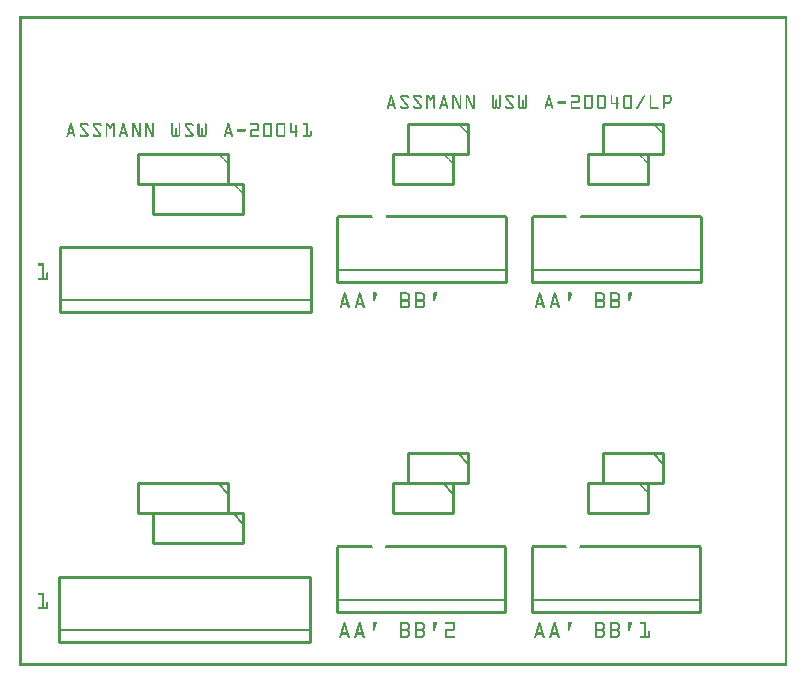
<source format=gto>
G04 MADE WITH FRITZING*
G04 WWW.FRITZING.ORG*
G04 DOUBLE SIDED*
G04 HOLES PLATED*
G04 CONTOUR ON CENTER OF CONTOUR VECTOR*
%ASAXBY*%
%FSLAX23Y23*%
%MOIN*%
%OFA0B0*%
%SFA1.0B1.0*%
%ADD10C,0.010000*%
%ADD11C,0.005000*%
%ADD12R,0.001000X0.001000*%
%LNSILK1*%
G90*
G70*
G54D10*
X697Y609D02*
X397Y609D01*
D02*
X397Y609D02*
X397Y509D01*
D02*
X397Y509D02*
X697Y509D01*
D02*
X697Y509D02*
X697Y609D01*
G54D11*
D02*
X662Y609D02*
X697Y574D01*
G54D10*
D02*
X698Y1708D02*
X398Y1708D01*
D02*
X398Y1708D02*
X398Y1608D01*
D02*
X398Y1608D02*
X698Y1608D01*
D02*
X698Y1608D02*
X698Y1708D01*
D02*
X2097Y609D02*
X1897Y609D01*
D02*
X1897Y609D02*
X1897Y509D01*
D02*
X1897Y509D02*
X2097Y509D01*
D02*
X2097Y509D02*
X2097Y609D01*
D02*
X2098Y1708D02*
X1898Y1708D01*
D02*
X1898Y1708D02*
X1898Y1608D01*
D02*
X1898Y1608D02*
X2098Y1608D01*
D02*
X2098Y1608D02*
X2098Y1708D01*
D02*
X2147Y709D02*
X1947Y709D01*
D02*
X1947Y709D02*
X1947Y609D01*
D02*
X1947Y609D02*
X2147Y609D01*
D02*
X2147Y609D02*
X2147Y709D01*
G54D11*
D02*
X2112Y709D02*
X2147Y674D01*
G54D10*
D02*
X2148Y1808D02*
X1948Y1808D01*
D02*
X1948Y1808D02*
X1948Y1708D01*
D02*
X1948Y1708D02*
X2148Y1708D01*
D02*
X2148Y1708D02*
X2148Y1808D01*
D02*
X1447Y609D02*
X1247Y609D01*
D02*
X1247Y609D02*
X1247Y509D01*
D02*
X1247Y509D02*
X1447Y509D01*
D02*
X1447Y509D02*
X1447Y609D01*
G54D11*
D02*
X1412Y609D02*
X1447Y574D01*
G54D10*
D02*
X1448Y1708D02*
X1248Y1708D01*
D02*
X1248Y1708D02*
X1248Y1608D01*
D02*
X1248Y1608D02*
X1448Y1608D01*
D02*
X1448Y1608D02*
X1448Y1708D01*
D02*
X1497Y709D02*
X1297Y709D01*
D02*
X1297Y709D02*
X1297Y609D01*
D02*
X1297Y609D02*
X1497Y609D01*
D02*
X1497Y609D02*
X1497Y709D01*
G54D11*
D02*
X1462Y709D02*
X1497Y674D01*
G54D10*
D02*
X1498Y1808D02*
X1298Y1808D01*
D02*
X1298Y1808D02*
X1298Y1708D01*
D02*
X1298Y1708D02*
X1498Y1708D01*
D02*
X1498Y1708D02*
X1498Y1808D01*
D02*
X747Y509D02*
X447Y509D01*
D02*
X447Y509D02*
X447Y409D01*
D02*
X447Y409D02*
X747Y409D01*
D02*
X747Y409D02*
X747Y509D01*
G54D11*
D02*
X712Y509D02*
X747Y474D01*
G54D10*
D02*
X748Y1608D02*
X448Y1608D01*
D02*
X448Y1608D02*
X448Y1508D01*
D02*
X448Y1508D02*
X748Y1508D01*
D02*
X748Y1508D02*
X748Y1608D01*
D02*
X1710Y397D02*
X1710Y181D01*
D02*
X1710Y181D02*
X2271Y181D01*
D02*
X2271Y181D02*
X2271Y397D01*
G54D11*
D02*
X1710Y221D02*
X2271Y221D01*
G54D10*
D02*
X1711Y1496D02*
X1711Y1280D01*
D02*
X1711Y1280D02*
X2272Y1280D01*
D02*
X2272Y1280D02*
X2272Y1496D01*
G54D11*
D02*
X1711Y1320D02*
X2272Y1320D01*
G54D10*
D02*
X1060Y397D02*
X1060Y181D01*
D02*
X1060Y181D02*
X1621Y181D01*
D02*
X1621Y181D02*
X1621Y397D01*
G54D11*
D02*
X1060Y221D02*
X1621Y221D01*
G54D10*
D02*
X1061Y1496D02*
X1061Y1280D01*
D02*
X1061Y1280D02*
X1622Y1280D01*
D02*
X1622Y1280D02*
X1622Y1496D01*
G54D11*
D02*
X1061Y1320D02*
X1622Y1320D01*
G54D10*
D02*
X971Y297D02*
X134Y297D01*
D02*
X134Y297D02*
X134Y81D01*
D02*
X134Y81D02*
X971Y81D01*
D02*
X971Y81D02*
X971Y297D01*
G54D11*
D02*
X134Y121D02*
X971Y121D01*
G54D10*
D02*
X972Y1396D02*
X135Y1396D01*
D02*
X135Y1396D02*
X135Y1180D01*
D02*
X135Y1180D02*
X972Y1180D01*
D02*
X972Y1180D02*
X972Y1396D01*
G54D11*
D02*
X135Y1220D02*
X972Y1220D01*
G54D12*
X1Y2165D02*
X2559Y2165D01*
X1Y2164D02*
X2559Y2164D01*
X1Y2163D02*
X2559Y2163D01*
X1Y2162D02*
X2559Y2162D01*
X1Y2161D02*
X2559Y2161D01*
X1Y2160D02*
X2559Y2160D01*
X1Y2159D02*
X2559Y2159D01*
X1Y2158D02*
X2559Y2158D01*
X1Y2157D02*
X8Y2157D01*
X2552Y2157D02*
X2559Y2157D01*
X1Y2156D02*
X8Y2156D01*
X2552Y2156D02*
X2559Y2156D01*
X1Y2155D02*
X8Y2155D01*
X2552Y2155D02*
X2559Y2155D01*
X1Y2154D02*
X8Y2154D01*
X2552Y2154D02*
X2559Y2154D01*
X1Y2153D02*
X8Y2153D01*
X2552Y2153D02*
X2559Y2153D01*
X1Y2152D02*
X8Y2152D01*
X2552Y2152D02*
X2559Y2152D01*
X1Y2151D02*
X8Y2151D01*
X2552Y2151D02*
X2559Y2151D01*
X1Y2150D02*
X8Y2150D01*
X2552Y2150D02*
X2559Y2150D01*
X1Y2149D02*
X8Y2149D01*
X2552Y2149D02*
X2559Y2149D01*
X1Y2148D02*
X8Y2148D01*
X2552Y2148D02*
X2559Y2148D01*
X1Y2147D02*
X8Y2147D01*
X2552Y2147D02*
X2559Y2147D01*
X1Y2146D02*
X8Y2146D01*
X2552Y2146D02*
X2559Y2146D01*
X1Y2145D02*
X8Y2145D01*
X2552Y2145D02*
X2559Y2145D01*
X1Y2144D02*
X8Y2144D01*
X2552Y2144D02*
X2559Y2144D01*
X1Y2143D02*
X8Y2143D01*
X2552Y2143D02*
X2559Y2143D01*
X1Y2142D02*
X8Y2142D01*
X2552Y2142D02*
X2559Y2142D01*
X1Y2141D02*
X8Y2141D01*
X2552Y2141D02*
X2559Y2141D01*
X1Y2140D02*
X8Y2140D01*
X2552Y2140D02*
X2559Y2140D01*
X1Y2139D02*
X8Y2139D01*
X2552Y2139D02*
X2559Y2139D01*
X1Y2138D02*
X8Y2138D01*
X2552Y2138D02*
X2559Y2138D01*
X1Y2137D02*
X8Y2137D01*
X2552Y2137D02*
X2559Y2137D01*
X1Y2136D02*
X8Y2136D01*
X2552Y2136D02*
X2559Y2136D01*
X1Y2135D02*
X8Y2135D01*
X2552Y2135D02*
X2559Y2135D01*
X1Y2134D02*
X8Y2134D01*
X2552Y2134D02*
X2559Y2134D01*
X1Y2133D02*
X8Y2133D01*
X2552Y2133D02*
X2559Y2133D01*
X1Y2132D02*
X8Y2132D01*
X2552Y2132D02*
X2559Y2132D01*
X1Y2131D02*
X8Y2131D01*
X2552Y2131D02*
X2559Y2131D01*
X1Y2130D02*
X8Y2130D01*
X2552Y2130D02*
X2559Y2130D01*
X1Y2129D02*
X8Y2129D01*
X2552Y2129D02*
X2559Y2129D01*
X1Y2128D02*
X8Y2128D01*
X2552Y2128D02*
X2559Y2128D01*
X1Y2127D02*
X8Y2127D01*
X2552Y2127D02*
X2559Y2127D01*
X1Y2126D02*
X8Y2126D01*
X2552Y2126D02*
X2559Y2126D01*
X1Y2125D02*
X8Y2125D01*
X2552Y2125D02*
X2559Y2125D01*
X1Y2124D02*
X8Y2124D01*
X2552Y2124D02*
X2559Y2124D01*
X1Y2123D02*
X8Y2123D01*
X2552Y2123D02*
X2559Y2123D01*
X1Y2122D02*
X8Y2122D01*
X2552Y2122D02*
X2559Y2122D01*
X1Y2121D02*
X8Y2121D01*
X2552Y2121D02*
X2559Y2121D01*
X1Y2120D02*
X8Y2120D01*
X2552Y2120D02*
X2559Y2120D01*
X1Y2119D02*
X8Y2119D01*
X2552Y2119D02*
X2559Y2119D01*
X1Y2118D02*
X8Y2118D01*
X2552Y2118D02*
X2559Y2118D01*
X1Y2117D02*
X8Y2117D01*
X2552Y2117D02*
X2559Y2117D01*
X1Y2116D02*
X8Y2116D01*
X2552Y2116D02*
X2559Y2116D01*
X1Y2115D02*
X8Y2115D01*
X2552Y2115D02*
X2559Y2115D01*
X1Y2114D02*
X8Y2114D01*
X2552Y2114D02*
X2559Y2114D01*
X1Y2113D02*
X8Y2113D01*
X2552Y2113D02*
X2559Y2113D01*
X1Y2112D02*
X8Y2112D01*
X2552Y2112D02*
X2559Y2112D01*
X1Y2111D02*
X8Y2111D01*
X2552Y2111D02*
X2559Y2111D01*
X1Y2110D02*
X8Y2110D01*
X2552Y2110D02*
X2559Y2110D01*
X1Y2109D02*
X8Y2109D01*
X2552Y2109D02*
X2559Y2109D01*
X1Y2108D02*
X8Y2108D01*
X2552Y2108D02*
X2559Y2108D01*
X1Y2107D02*
X8Y2107D01*
X2552Y2107D02*
X2559Y2107D01*
X1Y2106D02*
X8Y2106D01*
X2552Y2106D02*
X2559Y2106D01*
X1Y2105D02*
X8Y2105D01*
X2552Y2105D02*
X2559Y2105D01*
X1Y2104D02*
X8Y2104D01*
X2552Y2104D02*
X2559Y2104D01*
X1Y2103D02*
X8Y2103D01*
X2552Y2103D02*
X2559Y2103D01*
X1Y2102D02*
X8Y2102D01*
X2552Y2102D02*
X2559Y2102D01*
X1Y2101D02*
X8Y2101D01*
X2552Y2101D02*
X2559Y2101D01*
X1Y2100D02*
X8Y2100D01*
X2552Y2100D02*
X2559Y2100D01*
X1Y2099D02*
X8Y2099D01*
X2552Y2099D02*
X2559Y2099D01*
X1Y2098D02*
X8Y2098D01*
X2552Y2098D02*
X2559Y2098D01*
X1Y2097D02*
X8Y2097D01*
X2552Y2097D02*
X2559Y2097D01*
X1Y2096D02*
X8Y2096D01*
X2552Y2096D02*
X2559Y2096D01*
X1Y2095D02*
X8Y2095D01*
X2552Y2095D02*
X2559Y2095D01*
X1Y2094D02*
X8Y2094D01*
X2552Y2094D02*
X2559Y2094D01*
X1Y2093D02*
X8Y2093D01*
X2552Y2093D02*
X2559Y2093D01*
X1Y2092D02*
X8Y2092D01*
X2552Y2092D02*
X2559Y2092D01*
X1Y2091D02*
X8Y2091D01*
X2552Y2091D02*
X2559Y2091D01*
X1Y2090D02*
X8Y2090D01*
X2552Y2090D02*
X2559Y2090D01*
X1Y2089D02*
X8Y2089D01*
X2552Y2089D02*
X2559Y2089D01*
X1Y2088D02*
X8Y2088D01*
X2552Y2088D02*
X2559Y2088D01*
X1Y2087D02*
X8Y2087D01*
X2552Y2087D02*
X2559Y2087D01*
X1Y2086D02*
X8Y2086D01*
X2552Y2086D02*
X2559Y2086D01*
X1Y2085D02*
X8Y2085D01*
X2552Y2085D02*
X2559Y2085D01*
X1Y2084D02*
X8Y2084D01*
X2552Y2084D02*
X2559Y2084D01*
X1Y2083D02*
X8Y2083D01*
X2552Y2083D02*
X2559Y2083D01*
X1Y2082D02*
X8Y2082D01*
X2552Y2082D02*
X2559Y2082D01*
X1Y2081D02*
X8Y2081D01*
X2552Y2081D02*
X2559Y2081D01*
X1Y2080D02*
X8Y2080D01*
X2552Y2080D02*
X2559Y2080D01*
X1Y2079D02*
X8Y2079D01*
X2552Y2079D02*
X2559Y2079D01*
X1Y2078D02*
X8Y2078D01*
X2552Y2078D02*
X2559Y2078D01*
X1Y2077D02*
X8Y2077D01*
X2552Y2077D02*
X2559Y2077D01*
X1Y2076D02*
X8Y2076D01*
X2552Y2076D02*
X2559Y2076D01*
X1Y2075D02*
X8Y2075D01*
X2552Y2075D02*
X2559Y2075D01*
X1Y2074D02*
X8Y2074D01*
X2552Y2074D02*
X2559Y2074D01*
X1Y2073D02*
X8Y2073D01*
X2552Y2073D02*
X2559Y2073D01*
X1Y2072D02*
X8Y2072D01*
X2552Y2072D02*
X2559Y2072D01*
X1Y2071D02*
X8Y2071D01*
X2552Y2071D02*
X2559Y2071D01*
X1Y2070D02*
X8Y2070D01*
X2552Y2070D02*
X2559Y2070D01*
X1Y2069D02*
X8Y2069D01*
X2552Y2069D02*
X2559Y2069D01*
X1Y2068D02*
X8Y2068D01*
X2552Y2068D02*
X2559Y2068D01*
X1Y2067D02*
X8Y2067D01*
X2552Y2067D02*
X2559Y2067D01*
X1Y2066D02*
X8Y2066D01*
X2552Y2066D02*
X2559Y2066D01*
X1Y2065D02*
X8Y2065D01*
X2552Y2065D02*
X2559Y2065D01*
X1Y2064D02*
X8Y2064D01*
X2552Y2064D02*
X2559Y2064D01*
X1Y2063D02*
X8Y2063D01*
X2552Y2063D02*
X2559Y2063D01*
X1Y2062D02*
X8Y2062D01*
X2552Y2062D02*
X2559Y2062D01*
X1Y2061D02*
X8Y2061D01*
X2552Y2061D02*
X2559Y2061D01*
X1Y2060D02*
X8Y2060D01*
X2552Y2060D02*
X2559Y2060D01*
X1Y2059D02*
X8Y2059D01*
X2552Y2059D02*
X2559Y2059D01*
X1Y2058D02*
X8Y2058D01*
X2552Y2058D02*
X2559Y2058D01*
X1Y2057D02*
X8Y2057D01*
X2552Y2057D02*
X2559Y2057D01*
X1Y2056D02*
X8Y2056D01*
X2552Y2056D02*
X2559Y2056D01*
X1Y2055D02*
X8Y2055D01*
X2552Y2055D02*
X2559Y2055D01*
X1Y2054D02*
X8Y2054D01*
X2552Y2054D02*
X2559Y2054D01*
X1Y2053D02*
X8Y2053D01*
X2552Y2053D02*
X2559Y2053D01*
X1Y2052D02*
X8Y2052D01*
X2552Y2052D02*
X2559Y2052D01*
X1Y2051D02*
X8Y2051D01*
X2552Y2051D02*
X2559Y2051D01*
X1Y2050D02*
X8Y2050D01*
X2552Y2050D02*
X2559Y2050D01*
X1Y2049D02*
X8Y2049D01*
X2552Y2049D02*
X2559Y2049D01*
X1Y2048D02*
X8Y2048D01*
X2552Y2048D02*
X2559Y2048D01*
X1Y2047D02*
X8Y2047D01*
X2552Y2047D02*
X2559Y2047D01*
X1Y2046D02*
X8Y2046D01*
X2552Y2046D02*
X2559Y2046D01*
X1Y2045D02*
X8Y2045D01*
X2552Y2045D02*
X2559Y2045D01*
X1Y2044D02*
X8Y2044D01*
X2552Y2044D02*
X2559Y2044D01*
X1Y2043D02*
X8Y2043D01*
X2552Y2043D02*
X2559Y2043D01*
X1Y2042D02*
X8Y2042D01*
X2552Y2042D02*
X2559Y2042D01*
X1Y2041D02*
X8Y2041D01*
X2552Y2041D02*
X2559Y2041D01*
X1Y2040D02*
X8Y2040D01*
X2552Y2040D02*
X2559Y2040D01*
X1Y2039D02*
X8Y2039D01*
X2552Y2039D02*
X2559Y2039D01*
X1Y2038D02*
X8Y2038D01*
X2552Y2038D02*
X2559Y2038D01*
X1Y2037D02*
X8Y2037D01*
X2552Y2037D02*
X2559Y2037D01*
X1Y2036D02*
X8Y2036D01*
X2552Y2036D02*
X2559Y2036D01*
X1Y2035D02*
X8Y2035D01*
X2552Y2035D02*
X2559Y2035D01*
X1Y2034D02*
X8Y2034D01*
X2552Y2034D02*
X2559Y2034D01*
X1Y2033D02*
X8Y2033D01*
X2552Y2033D02*
X2559Y2033D01*
X1Y2032D02*
X8Y2032D01*
X2552Y2032D02*
X2559Y2032D01*
X1Y2031D02*
X8Y2031D01*
X2552Y2031D02*
X2559Y2031D01*
X1Y2030D02*
X8Y2030D01*
X2552Y2030D02*
X2559Y2030D01*
X1Y2029D02*
X8Y2029D01*
X2552Y2029D02*
X2559Y2029D01*
X1Y2028D02*
X8Y2028D01*
X2552Y2028D02*
X2559Y2028D01*
X1Y2027D02*
X8Y2027D01*
X2552Y2027D02*
X2559Y2027D01*
X1Y2026D02*
X8Y2026D01*
X2552Y2026D02*
X2559Y2026D01*
X1Y2025D02*
X8Y2025D01*
X2552Y2025D02*
X2559Y2025D01*
X1Y2024D02*
X8Y2024D01*
X2552Y2024D02*
X2559Y2024D01*
X1Y2023D02*
X8Y2023D01*
X2552Y2023D02*
X2559Y2023D01*
X1Y2022D02*
X8Y2022D01*
X2552Y2022D02*
X2559Y2022D01*
X1Y2021D02*
X8Y2021D01*
X2552Y2021D02*
X2559Y2021D01*
X1Y2020D02*
X8Y2020D01*
X2552Y2020D02*
X2559Y2020D01*
X1Y2019D02*
X8Y2019D01*
X2552Y2019D02*
X2559Y2019D01*
X1Y2018D02*
X8Y2018D01*
X2552Y2018D02*
X2559Y2018D01*
X1Y2017D02*
X8Y2017D01*
X2552Y2017D02*
X2559Y2017D01*
X1Y2016D02*
X8Y2016D01*
X2552Y2016D02*
X2559Y2016D01*
X1Y2015D02*
X8Y2015D01*
X2552Y2015D02*
X2559Y2015D01*
X1Y2014D02*
X8Y2014D01*
X2552Y2014D02*
X2559Y2014D01*
X1Y2013D02*
X8Y2013D01*
X2552Y2013D02*
X2559Y2013D01*
X1Y2012D02*
X8Y2012D01*
X2552Y2012D02*
X2559Y2012D01*
X1Y2011D02*
X8Y2011D01*
X2552Y2011D02*
X2559Y2011D01*
X1Y2010D02*
X8Y2010D01*
X2552Y2010D02*
X2559Y2010D01*
X1Y2009D02*
X8Y2009D01*
X2552Y2009D02*
X2559Y2009D01*
X1Y2008D02*
X8Y2008D01*
X2552Y2008D02*
X2559Y2008D01*
X1Y2007D02*
X8Y2007D01*
X2552Y2007D02*
X2559Y2007D01*
X1Y2006D02*
X8Y2006D01*
X2552Y2006D02*
X2559Y2006D01*
X1Y2005D02*
X8Y2005D01*
X2552Y2005D02*
X2559Y2005D01*
X1Y2004D02*
X8Y2004D01*
X2552Y2004D02*
X2559Y2004D01*
X1Y2003D02*
X8Y2003D01*
X2552Y2003D02*
X2559Y2003D01*
X1Y2002D02*
X8Y2002D01*
X2552Y2002D02*
X2559Y2002D01*
X1Y2001D02*
X8Y2001D01*
X2552Y2001D02*
X2559Y2001D01*
X1Y2000D02*
X8Y2000D01*
X2552Y2000D02*
X2559Y2000D01*
X1Y1999D02*
X8Y1999D01*
X2552Y1999D02*
X2559Y1999D01*
X1Y1998D02*
X8Y1998D01*
X2552Y1998D02*
X2559Y1998D01*
X1Y1997D02*
X8Y1997D01*
X2552Y1997D02*
X2559Y1997D01*
X1Y1996D02*
X8Y1996D01*
X2552Y1996D02*
X2559Y1996D01*
X1Y1995D02*
X8Y1995D01*
X2552Y1995D02*
X2559Y1995D01*
X1Y1994D02*
X8Y1994D01*
X2552Y1994D02*
X2559Y1994D01*
X1Y1993D02*
X8Y1993D01*
X2552Y1993D02*
X2559Y1993D01*
X1Y1992D02*
X8Y1992D01*
X2552Y1992D02*
X2559Y1992D01*
X1Y1991D02*
X8Y1991D01*
X2552Y1991D02*
X2559Y1991D01*
X1Y1990D02*
X8Y1990D01*
X2552Y1990D02*
X2559Y1990D01*
X1Y1989D02*
X8Y1989D01*
X2552Y1989D02*
X2559Y1989D01*
X1Y1988D02*
X8Y1988D01*
X2552Y1988D02*
X2559Y1988D01*
X1Y1987D02*
X8Y1987D01*
X2552Y1987D02*
X2559Y1987D01*
X1Y1986D02*
X8Y1986D01*
X2552Y1986D02*
X2559Y1986D01*
X1Y1985D02*
X8Y1985D01*
X2552Y1985D02*
X2559Y1985D01*
X1Y1984D02*
X8Y1984D01*
X2552Y1984D02*
X2559Y1984D01*
X1Y1983D02*
X8Y1983D01*
X2552Y1983D02*
X2559Y1983D01*
X1Y1982D02*
X8Y1982D01*
X2552Y1982D02*
X2559Y1982D01*
X1Y1981D02*
X8Y1981D01*
X2552Y1981D02*
X2559Y1981D01*
X1Y1980D02*
X8Y1980D01*
X2552Y1980D02*
X2559Y1980D01*
X1Y1979D02*
X8Y1979D01*
X2552Y1979D02*
X2559Y1979D01*
X1Y1978D02*
X8Y1978D01*
X2552Y1978D02*
X2559Y1978D01*
X1Y1977D02*
X8Y1977D01*
X2552Y1977D02*
X2559Y1977D01*
X1Y1976D02*
X8Y1976D01*
X2552Y1976D02*
X2559Y1976D01*
X1Y1975D02*
X8Y1975D01*
X2552Y1975D02*
X2559Y1975D01*
X1Y1974D02*
X8Y1974D01*
X2552Y1974D02*
X2559Y1974D01*
X1Y1973D02*
X8Y1973D01*
X2552Y1973D02*
X2559Y1973D01*
X1Y1972D02*
X8Y1972D01*
X2552Y1972D02*
X2559Y1972D01*
X1Y1971D02*
X8Y1971D01*
X2552Y1971D02*
X2559Y1971D01*
X1Y1970D02*
X8Y1970D01*
X2552Y1970D02*
X2559Y1970D01*
X1Y1969D02*
X8Y1969D01*
X2552Y1969D02*
X2559Y1969D01*
X1Y1968D02*
X8Y1968D01*
X2552Y1968D02*
X2559Y1968D01*
X1Y1967D02*
X8Y1967D01*
X2552Y1967D02*
X2559Y1967D01*
X1Y1966D02*
X8Y1966D01*
X2552Y1966D02*
X2559Y1966D01*
X1Y1965D02*
X8Y1965D01*
X2552Y1965D02*
X2559Y1965D01*
X1Y1964D02*
X8Y1964D01*
X2552Y1964D02*
X2559Y1964D01*
X1Y1963D02*
X8Y1963D01*
X2552Y1963D02*
X2559Y1963D01*
X1Y1962D02*
X8Y1962D01*
X2552Y1962D02*
X2559Y1962D01*
X1Y1961D02*
X8Y1961D01*
X2552Y1961D02*
X2559Y1961D01*
X1Y1960D02*
X8Y1960D01*
X2552Y1960D02*
X2559Y1960D01*
X1Y1959D02*
X8Y1959D01*
X2552Y1959D02*
X2559Y1959D01*
X1Y1958D02*
X8Y1958D01*
X2552Y1958D02*
X2559Y1958D01*
X1Y1957D02*
X8Y1957D01*
X2552Y1957D02*
X2559Y1957D01*
X1Y1956D02*
X8Y1956D01*
X2552Y1956D02*
X2559Y1956D01*
X1Y1955D02*
X8Y1955D01*
X2552Y1955D02*
X2559Y1955D01*
X1Y1954D02*
X8Y1954D01*
X2552Y1954D02*
X2559Y1954D01*
X1Y1953D02*
X8Y1953D01*
X2552Y1953D02*
X2559Y1953D01*
X1Y1952D02*
X8Y1952D01*
X2552Y1952D02*
X2559Y1952D01*
X1Y1951D02*
X8Y1951D01*
X2552Y1951D02*
X2559Y1951D01*
X1Y1950D02*
X8Y1950D01*
X2552Y1950D02*
X2559Y1950D01*
X1Y1949D02*
X8Y1949D01*
X2552Y1949D02*
X2559Y1949D01*
X1Y1948D02*
X8Y1948D01*
X2552Y1948D02*
X2559Y1948D01*
X1Y1947D02*
X8Y1947D01*
X2552Y1947D02*
X2559Y1947D01*
X1Y1946D02*
X8Y1946D01*
X2552Y1946D02*
X2559Y1946D01*
X1Y1945D02*
X8Y1945D01*
X2552Y1945D02*
X2559Y1945D01*
X1Y1944D02*
X8Y1944D01*
X2552Y1944D02*
X2559Y1944D01*
X1Y1943D02*
X8Y1943D01*
X2552Y1943D02*
X2559Y1943D01*
X1Y1942D02*
X8Y1942D01*
X2552Y1942D02*
X2559Y1942D01*
X1Y1941D02*
X8Y1941D01*
X2552Y1941D02*
X2559Y1941D01*
X1Y1940D02*
X8Y1940D01*
X2552Y1940D02*
X2559Y1940D01*
X1Y1939D02*
X8Y1939D01*
X2552Y1939D02*
X2559Y1939D01*
X1Y1938D02*
X8Y1938D01*
X2552Y1938D02*
X2559Y1938D01*
X1Y1937D02*
X8Y1937D01*
X2552Y1937D02*
X2559Y1937D01*
X1Y1936D02*
X8Y1936D01*
X2552Y1936D02*
X2559Y1936D01*
X1Y1935D02*
X8Y1935D01*
X2552Y1935D02*
X2559Y1935D01*
X1Y1934D02*
X8Y1934D01*
X2552Y1934D02*
X2559Y1934D01*
X1Y1933D02*
X8Y1933D01*
X2552Y1933D02*
X2559Y1933D01*
X1Y1932D02*
X8Y1932D01*
X2552Y1932D02*
X2559Y1932D01*
X1Y1931D02*
X8Y1931D01*
X2552Y1931D02*
X2559Y1931D01*
X1Y1930D02*
X8Y1930D01*
X2552Y1930D02*
X2559Y1930D01*
X1Y1929D02*
X8Y1929D01*
X2552Y1929D02*
X2559Y1929D01*
X1Y1928D02*
X8Y1928D01*
X2552Y1928D02*
X2559Y1928D01*
X1Y1927D02*
X8Y1927D01*
X2552Y1927D02*
X2559Y1927D01*
X1Y1926D02*
X8Y1926D01*
X2552Y1926D02*
X2559Y1926D01*
X1Y1925D02*
X8Y1925D01*
X2552Y1925D02*
X2559Y1925D01*
X1Y1924D02*
X8Y1924D01*
X2552Y1924D02*
X2559Y1924D01*
X1Y1923D02*
X8Y1923D01*
X2552Y1923D02*
X2559Y1923D01*
X1Y1922D02*
X8Y1922D01*
X2552Y1922D02*
X2559Y1922D01*
X1Y1921D02*
X8Y1921D01*
X2552Y1921D02*
X2559Y1921D01*
X1Y1920D02*
X8Y1920D01*
X2552Y1920D02*
X2559Y1920D01*
X1Y1919D02*
X8Y1919D01*
X2552Y1919D02*
X2559Y1919D01*
X1Y1918D02*
X8Y1918D01*
X2552Y1918D02*
X2559Y1918D01*
X1Y1917D02*
X8Y1917D01*
X2552Y1917D02*
X2559Y1917D01*
X1Y1916D02*
X8Y1916D01*
X2552Y1916D02*
X2559Y1916D01*
X1Y1915D02*
X8Y1915D01*
X2552Y1915D02*
X2559Y1915D01*
X1Y1914D02*
X8Y1914D01*
X2552Y1914D02*
X2559Y1914D01*
X1Y1913D02*
X8Y1913D01*
X2552Y1913D02*
X2559Y1913D01*
X1Y1912D02*
X8Y1912D01*
X2552Y1912D02*
X2559Y1912D01*
X1Y1911D02*
X8Y1911D01*
X2552Y1911D02*
X2559Y1911D01*
X1Y1910D02*
X8Y1910D01*
X2552Y1910D02*
X2559Y1910D01*
X1Y1909D02*
X8Y1909D01*
X2552Y1909D02*
X2559Y1909D01*
X1Y1908D02*
X8Y1908D01*
X2552Y1908D02*
X2559Y1908D01*
X1Y1907D02*
X8Y1907D01*
X2552Y1907D02*
X2559Y1907D01*
X1Y1906D02*
X8Y1906D01*
X2552Y1906D02*
X2559Y1906D01*
X1Y1905D02*
X8Y1905D01*
X2552Y1905D02*
X2559Y1905D01*
X1Y1904D02*
X8Y1904D01*
X2552Y1904D02*
X2559Y1904D01*
X1Y1903D02*
X8Y1903D01*
X1239Y1903D02*
X1242Y1903D01*
X1274Y1903D02*
X1294Y1903D01*
X1318Y1903D02*
X1337Y1903D01*
X1357Y1903D02*
X1364Y1903D01*
X1380Y1903D02*
X1387Y1903D01*
X1415Y1903D02*
X1417Y1903D01*
X1445Y1903D02*
X1452Y1903D01*
X1471Y1903D02*
X1473Y1903D01*
X1489Y1903D02*
X1496Y1903D01*
X1514Y1903D02*
X1516Y1903D01*
X1578Y1903D02*
X1580Y1903D01*
X1602Y1903D02*
X1604Y1903D01*
X1624Y1903D02*
X1644Y1903D01*
X1665Y1903D02*
X1668Y1903D01*
X1689Y1903D02*
X1692Y1903D01*
X1765Y1903D02*
X1767Y1903D01*
X1841Y1903D02*
X1864Y1903D01*
X1887Y1903D02*
X1908Y1903D01*
X1930Y1903D02*
X1952Y1903D01*
X1973Y1903D02*
X1976Y1903D01*
X2018Y1903D02*
X2040Y1903D01*
X2084Y1903D02*
X2086Y1903D01*
X2103Y1903D02*
X2105Y1903D01*
X2146Y1903D02*
X2168Y1903D01*
X2552Y1903D02*
X2559Y1903D01*
X1Y1902D02*
X8Y1902D01*
X1239Y1902D02*
X1243Y1902D01*
X1273Y1902D02*
X1295Y1902D01*
X1316Y1902D02*
X1339Y1902D01*
X1357Y1902D02*
X1365Y1902D01*
X1379Y1902D02*
X1387Y1902D01*
X1414Y1902D02*
X1418Y1902D01*
X1445Y1902D02*
X1453Y1902D01*
X1470Y1902D02*
X1474Y1902D01*
X1489Y1902D02*
X1496Y1902D01*
X1513Y1902D02*
X1517Y1902D01*
X1577Y1902D02*
X1581Y1902D01*
X1601Y1902D02*
X1605Y1902D01*
X1623Y1902D02*
X1646Y1902D01*
X1664Y1902D02*
X1669Y1902D01*
X1688Y1902D02*
X1693Y1902D01*
X1764Y1902D02*
X1768Y1902D01*
X1840Y1902D02*
X1866Y1902D01*
X1885Y1902D02*
X1910Y1902D01*
X1929Y1902D02*
X1954Y1902D01*
X1972Y1902D02*
X1977Y1902D01*
X2017Y1902D02*
X2041Y1902D01*
X2082Y1902D02*
X2087Y1902D01*
X2102Y1902D02*
X2106Y1902D01*
X2146Y1902D02*
X2171Y1902D01*
X2552Y1902D02*
X2559Y1902D01*
X1Y1901D02*
X8Y1901D01*
X1238Y1901D02*
X1243Y1901D01*
X1272Y1901D02*
X1297Y1901D01*
X1315Y1901D02*
X1340Y1901D01*
X1357Y1901D02*
X1366Y1901D01*
X1378Y1901D02*
X1387Y1901D01*
X1413Y1901D02*
X1418Y1901D01*
X1445Y1901D02*
X1453Y1901D01*
X1469Y1901D02*
X1474Y1901D01*
X1489Y1901D02*
X1497Y1901D01*
X1513Y1901D02*
X1518Y1901D01*
X1576Y1901D02*
X1581Y1901D01*
X1600Y1901D02*
X1605Y1901D01*
X1622Y1901D02*
X1647Y1901D01*
X1664Y1901D02*
X1669Y1901D01*
X1688Y1901D02*
X1693Y1901D01*
X1764Y1901D02*
X1769Y1901D01*
X1839Y1901D02*
X1867Y1901D01*
X1884Y1901D02*
X1911Y1901D01*
X1928Y1901D02*
X1954Y1901D01*
X1972Y1901D02*
X1977Y1901D01*
X2016Y1901D02*
X2042Y1901D01*
X2082Y1901D02*
X2087Y1901D01*
X2102Y1901D02*
X2107Y1901D01*
X2146Y1901D02*
X2172Y1901D01*
X2552Y1901D02*
X2559Y1901D01*
X1Y1900D02*
X8Y1900D01*
X1238Y1900D02*
X1243Y1900D01*
X1271Y1900D02*
X1297Y1900D01*
X1315Y1900D02*
X1341Y1900D01*
X1357Y1900D02*
X1367Y1900D01*
X1377Y1900D02*
X1387Y1900D01*
X1413Y1900D02*
X1419Y1900D01*
X1445Y1900D02*
X1454Y1900D01*
X1469Y1900D02*
X1474Y1900D01*
X1489Y1900D02*
X1497Y1900D01*
X1513Y1900D02*
X1518Y1900D01*
X1576Y1900D02*
X1581Y1900D01*
X1600Y1900D02*
X1606Y1900D01*
X1621Y1900D02*
X1648Y1900D01*
X1664Y1900D02*
X1669Y1900D01*
X1688Y1900D02*
X1693Y1900D01*
X1763Y1900D02*
X1769Y1900D01*
X1839Y1900D02*
X1868Y1900D01*
X1884Y1900D02*
X1911Y1900D01*
X1927Y1900D02*
X1955Y1900D01*
X1972Y1900D02*
X1977Y1900D01*
X2015Y1900D02*
X2043Y1900D01*
X2081Y1900D02*
X2087Y1900D01*
X2102Y1900D02*
X2107Y1900D01*
X2146Y1900D02*
X2173Y1900D01*
X2552Y1900D02*
X2559Y1900D01*
X1Y1899D02*
X8Y1899D01*
X1237Y1899D02*
X1244Y1899D01*
X1270Y1899D02*
X1298Y1899D01*
X1314Y1899D02*
X1342Y1899D01*
X1357Y1899D02*
X1367Y1899D01*
X1377Y1899D02*
X1387Y1899D01*
X1413Y1899D02*
X1419Y1899D01*
X1445Y1899D02*
X1454Y1899D01*
X1469Y1899D02*
X1474Y1899D01*
X1489Y1899D02*
X1498Y1899D01*
X1513Y1899D02*
X1518Y1899D01*
X1576Y1899D02*
X1581Y1899D01*
X1600Y1899D02*
X1606Y1899D01*
X1621Y1899D02*
X1648Y1899D01*
X1664Y1899D02*
X1669Y1899D01*
X1688Y1899D02*
X1693Y1899D01*
X1763Y1899D02*
X1769Y1899D01*
X1839Y1899D02*
X1868Y1899D01*
X1883Y1899D02*
X1912Y1899D01*
X1927Y1899D02*
X1956Y1899D01*
X1972Y1899D02*
X1977Y1899D01*
X2014Y1899D02*
X2043Y1899D01*
X2081Y1899D02*
X2087Y1899D01*
X2102Y1899D02*
X2107Y1899D01*
X2146Y1899D02*
X2173Y1899D01*
X2552Y1899D02*
X2559Y1899D01*
X1Y1898D02*
X8Y1898D01*
X1237Y1898D02*
X1244Y1898D01*
X1270Y1898D02*
X1299Y1898D01*
X1314Y1898D02*
X1342Y1898D01*
X1357Y1898D02*
X1368Y1898D01*
X1376Y1898D02*
X1387Y1898D01*
X1412Y1898D02*
X1419Y1898D01*
X1445Y1898D02*
X1454Y1898D01*
X1469Y1898D02*
X1474Y1898D01*
X1489Y1898D02*
X1498Y1898D01*
X1513Y1898D02*
X1518Y1898D01*
X1576Y1898D02*
X1581Y1898D01*
X1600Y1898D02*
X1606Y1898D01*
X1620Y1898D02*
X1649Y1898D01*
X1664Y1898D02*
X1669Y1898D01*
X1688Y1898D02*
X1693Y1898D01*
X1763Y1898D02*
X1769Y1898D01*
X1840Y1898D02*
X1868Y1898D01*
X1883Y1898D02*
X1912Y1898D01*
X1927Y1898D02*
X1956Y1898D01*
X1972Y1898D02*
X1977Y1898D01*
X1992Y1898D02*
X1993Y1898D01*
X2014Y1898D02*
X2043Y1898D01*
X2080Y1898D02*
X2086Y1898D01*
X2102Y1898D02*
X2107Y1898D01*
X2146Y1898D02*
X2174Y1898D01*
X2552Y1898D02*
X2559Y1898D01*
X1Y1897D02*
X8Y1897D01*
X1237Y1897D02*
X1244Y1897D01*
X1270Y1897D02*
X1275Y1897D01*
X1293Y1897D02*
X1299Y1897D01*
X1314Y1897D02*
X1319Y1897D01*
X1337Y1897D02*
X1343Y1897D01*
X1357Y1897D02*
X1369Y1897D01*
X1375Y1897D02*
X1387Y1897D01*
X1412Y1897D02*
X1419Y1897D01*
X1445Y1897D02*
X1455Y1897D01*
X1469Y1897D02*
X1474Y1897D01*
X1489Y1897D02*
X1499Y1897D01*
X1513Y1897D02*
X1518Y1897D01*
X1576Y1897D02*
X1581Y1897D01*
X1600Y1897D02*
X1606Y1897D01*
X1620Y1897D02*
X1625Y1897D01*
X1643Y1897D02*
X1649Y1897D01*
X1664Y1897D02*
X1669Y1897D01*
X1688Y1897D02*
X1693Y1897D01*
X1762Y1897D02*
X1770Y1897D01*
X1863Y1897D02*
X1868Y1897D01*
X1883Y1897D02*
X1888Y1897D01*
X1907Y1897D02*
X1912Y1897D01*
X1927Y1897D02*
X1932Y1897D01*
X1951Y1897D02*
X1956Y1897D01*
X1972Y1897D02*
X1977Y1897D01*
X1991Y1897D02*
X1995Y1897D01*
X2014Y1897D02*
X2019Y1897D01*
X2038Y1897D02*
X2043Y1897D01*
X2080Y1897D02*
X2086Y1897D01*
X2102Y1897D02*
X2107Y1897D01*
X2146Y1897D02*
X2151Y1897D01*
X2168Y1897D02*
X2174Y1897D01*
X2552Y1897D02*
X2559Y1897D01*
X1Y1896D02*
X8Y1896D01*
X1237Y1896D02*
X1245Y1896D01*
X1270Y1896D02*
X1275Y1896D01*
X1294Y1896D02*
X1299Y1896D01*
X1314Y1896D02*
X1319Y1896D01*
X1337Y1896D02*
X1343Y1896D01*
X1357Y1896D02*
X1369Y1896D01*
X1375Y1896D02*
X1387Y1896D01*
X1412Y1896D02*
X1420Y1896D01*
X1445Y1896D02*
X1455Y1896D01*
X1469Y1896D02*
X1474Y1896D01*
X1489Y1896D02*
X1499Y1896D01*
X1513Y1896D02*
X1518Y1896D01*
X1576Y1896D02*
X1581Y1896D01*
X1600Y1896D02*
X1606Y1896D01*
X1620Y1896D02*
X1626Y1896D01*
X1644Y1896D02*
X1649Y1896D01*
X1664Y1896D02*
X1669Y1896D01*
X1688Y1896D02*
X1693Y1896D01*
X1762Y1896D02*
X1770Y1896D01*
X1863Y1896D02*
X1868Y1896D01*
X1883Y1896D02*
X1888Y1896D01*
X1907Y1896D02*
X1912Y1896D01*
X1927Y1896D02*
X1932Y1896D01*
X1951Y1896D02*
X1956Y1896D01*
X1972Y1896D02*
X1977Y1896D01*
X1990Y1896D02*
X1995Y1896D01*
X2014Y1896D02*
X2019Y1896D01*
X2038Y1896D02*
X2043Y1896D01*
X2079Y1896D02*
X2085Y1896D01*
X2102Y1896D02*
X2107Y1896D01*
X2146Y1896D02*
X2151Y1896D01*
X2169Y1896D02*
X2175Y1896D01*
X2552Y1896D02*
X2559Y1896D01*
X1Y1895D02*
X8Y1895D01*
X1236Y1895D02*
X1245Y1895D01*
X1270Y1895D02*
X1276Y1895D01*
X1294Y1895D02*
X1299Y1895D01*
X1314Y1895D02*
X1320Y1895D01*
X1338Y1895D02*
X1343Y1895D01*
X1357Y1895D02*
X1370Y1895D01*
X1374Y1895D02*
X1387Y1895D01*
X1411Y1895D02*
X1420Y1895D01*
X1445Y1895D02*
X1456Y1895D01*
X1469Y1895D02*
X1474Y1895D01*
X1489Y1895D02*
X1500Y1895D01*
X1513Y1895D02*
X1518Y1895D01*
X1576Y1895D02*
X1581Y1895D01*
X1600Y1895D02*
X1606Y1895D01*
X1620Y1895D02*
X1626Y1895D01*
X1644Y1895D02*
X1649Y1895D01*
X1664Y1895D02*
X1669Y1895D01*
X1688Y1895D02*
X1693Y1895D01*
X1762Y1895D02*
X1770Y1895D01*
X1863Y1895D02*
X1868Y1895D01*
X1883Y1895D02*
X1888Y1895D01*
X1907Y1895D02*
X1912Y1895D01*
X1927Y1895D02*
X1932Y1895D01*
X1951Y1895D02*
X1956Y1895D01*
X1972Y1895D02*
X1977Y1895D01*
X1990Y1895D02*
X1995Y1895D01*
X2014Y1895D02*
X2019Y1895D01*
X2038Y1895D02*
X2043Y1895D01*
X2078Y1895D02*
X2084Y1895D01*
X2102Y1895D02*
X2107Y1895D01*
X2146Y1895D02*
X2151Y1895D01*
X2170Y1895D02*
X2175Y1895D01*
X2552Y1895D02*
X2559Y1895D01*
X1Y1894D02*
X8Y1894D01*
X1236Y1894D02*
X1245Y1894D01*
X1270Y1894D02*
X1277Y1894D01*
X1294Y1894D02*
X1299Y1894D01*
X1314Y1894D02*
X1321Y1894D01*
X1338Y1894D02*
X1342Y1894D01*
X1357Y1894D02*
X1371Y1894D01*
X1373Y1894D02*
X1387Y1894D01*
X1411Y1894D02*
X1420Y1894D01*
X1445Y1894D02*
X1456Y1894D01*
X1469Y1894D02*
X1474Y1894D01*
X1489Y1894D02*
X1500Y1894D01*
X1513Y1894D02*
X1518Y1894D01*
X1576Y1894D02*
X1581Y1894D01*
X1600Y1894D02*
X1606Y1894D01*
X1621Y1894D02*
X1627Y1894D01*
X1645Y1894D02*
X1649Y1894D01*
X1664Y1894D02*
X1669Y1894D01*
X1688Y1894D02*
X1693Y1894D01*
X1761Y1894D02*
X1771Y1894D01*
X1863Y1894D02*
X1868Y1894D01*
X1883Y1894D02*
X1888Y1894D01*
X1907Y1894D02*
X1912Y1894D01*
X1927Y1894D02*
X1932Y1894D01*
X1951Y1894D02*
X1956Y1894D01*
X1972Y1894D02*
X1977Y1894D01*
X1990Y1894D02*
X1995Y1894D01*
X2014Y1894D02*
X2019Y1894D01*
X2038Y1894D02*
X2043Y1894D01*
X2078Y1894D02*
X2084Y1894D01*
X2102Y1894D02*
X2107Y1894D01*
X2146Y1894D02*
X2151Y1894D01*
X2170Y1894D02*
X2175Y1894D01*
X2552Y1894D02*
X2559Y1894D01*
X1Y1893D02*
X8Y1893D01*
X1236Y1893D02*
X1245Y1893D01*
X1271Y1893D02*
X1278Y1893D01*
X1295Y1893D02*
X1298Y1893D01*
X1315Y1893D02*
X1321Y1893D01*
X1339Y1893D02*
X1342Y1893D01*
X1357Y1893D02*
X1363Y1893D01*
X1365Y1893D02*
X1379Y1893D01*
X1381Y1893D02*
X1387Y1893D01*
X1411Y1893D02*
X1421Y1893D01*
X1445Y1893D02*
X1457Y1893D01*
X1469Y1893D02*
X1474Y1893D01*
X1489Y1893D02*
X1500Y1893D01*
X1513Y1893D02*
X1518Y1893D01*
X1576Y1893D02*
X1581Y1893D01*
X1600Y1893D02*
X1606Y1893D01*
X1621Y1893D02*
X1628Y1893D01*
X1645Y1893D02*
X1648Y1893D01*
X1664Y1893D02*
X1669Y1893D01*
X1688Y1893D02*
X1693Y1893D01*
X1761Y1893D02*
X1771Y1893D01*
X1863Y1893D02*
X1868Y1893D01*
X1883Y1893D02*
X1888Y1893D01*
X1907Y1893D02*
X1912Y1893D01*
X1927Y1893D02*
X1932Y1893D01*
X1951Y1893D02*
X1956Y1893D01*
X1972Y1893D02*
X1977Y1893D01*
X1990Y1893D02*
X1995Y1893D01*
X2014Y1893D02*
X2019Y1893D01*
X2038Y1893D02*
X2043Y1893D01*
X2077Y1893D02*
X2083Y1893D01*
X2102Y1893D02*
X2107Y1893D01*
X2146Y1893D02*
X2151Y1893D01*
X2170Y1893D02*
X2175Y1893D01*
X2552Y1893D02*
X2559Y1893D01*
X1Y1892D02*
X8Y1892D01*
X1235Y1892D02*
X1246Y1892D01*
X1271Y1892D02*
X1278Y1892D01*
X1315Y1892D02*
X1322Y1892D01*
X1357Y1892D02*
X1363Y1892D01*
X1366Y1892D02*
X1378Y1892D01*
X1381Y1892D02*
X1387Y1892D01*
X1411Y1892D02*
X1421Y1892D01*
X1445Y1892D02*
X1457Y1892D01*
X1469Y1892D02*
X1474Y1892D01*
X1489Y1892D02*
X1501Y1892D01*
X1513Y1892D02*
X1518Y1892D01*
X1576Y1892D02*
X1581Y1892D01*
X1600Y1892D02*
X1606Y1892D01*
X1622Y1892D02*
X1629Y1892D01*
X1664Y1892D02*
X1669Y1892D01*
X1688Y1892D02*
X1693Y1892D01*
X1761Y1892D02*
X1771Y1892D01*
X1863Y1892D02*
X1868Y1892D01*
X1883Y1892D02*
X1888Y1892D01*
X1907Y1892D02*
X1912Y1892D01*
X1927Y1892D02*
X1932Y1892D01*
X1951Y1892D02*
X1956Y1892D01*
X1972Y1892D02*
X1977Y1892D01*
X1990Y1892D02*
X1995Y1892D01*
X2014Y1892D02*
X2019Y1892D01*
X2038Y1892D02*
X2043Y1892D01*
X2077Y1892D02*
X2083Y1892D01*
X2102Y1892D02*
X2107Y1892D01*
X2146Y1892D02*
X2151Y1892D01*
X2170Y1892D02*
X2175Y1892D01*
X2552Y1892D02*
X2559Y1892D01*
X1Y1891D02*
X8Y1891D01*
X1235Y1891D02*
X1246Y1891D01*
X1272Y1891D02*
X1279Y1891D01*
X1316Y1891D02*
X1323Y1891D01*
X1357Y1891D02*
X1363Y1891D01*
X1366Y1891D02*
X1378Y1891D01*
X1381Y1891D02*
X1387Y1891D01*
X1410Y1891D02*
X1421Y1891D01*
X1445Y1891D02*
X1450Y1891D01*
X1452Y1891D02*
X1458Y1891D01*
X1469Y1891D02*
X1474Y1891D01*
X1489Y1891D02*
X1494Y1891D01*
X1496Y1891D02*
X1501Y1891D01*
X1513Y1891D02*
X1518Y1891D01*
X1576Y1891D02*
X1581Y1891D01*
X1600Y1891D02*
X1606Y1891D01*
X1623Y1891D02*
X1629Y1891D01*
X1664Y1891D02*
X1669Y1891D01*
X1688Y1891D02*
X1693Y1891D01*
X1761Y1891D02*
X1772Y1891D01*
X1863Y1891D02*
X1868Y1891D01*
X1883Y1891D02*
X1888Y1891D01*
X1907Y1891D02*
X1912Y1891D01*
X1927Y1891D02*
X1932Y1891D01*
X1951Y1891D02*
X1956Y1891D01*
X1972Y1891D02*
X1977Y1891D01*
X1990Y1891D02*
X1995Y1891D01*
X2014Y1891D02*
X2019Y1891D01*
X2038Y1891D02*
X2043Y1891D01*
X2076Y1891D02*
X2082Y1891D01*
X2102Y1891D02*
X2107Y1891D01*
X2146Y1891D02*
X2151Y1891D01*
X2170Y1891D02*
X2175Y1891D01*
X2552Y1891D02*
X2559Y1891D01*
X1Y1890D02*
X8Y1890D01*
X1235Y1890D02*
X1246Y1890D01*
X1273Y1890D02*
X1280Y1890D01*
X1317Y1890D02*
X1324Y1890D01*
X1357Y1890D02*
X1363Y1890D01*
X1367Y1890D02*
X1377Y1890D01*
X1381Y1890D02*
X1387Y1890D01*
X1410Y1890D02*
X1421Y1890D01*
X1445Y1890D02*
X1450Y1890D01*
X1452Y1890D02*
X1458Y1890D01*
X1469Y1890D02*
X1474Y1890D01*
X1489Y1890D02*
X1494Y1890D01*
X1496Y1890D02*
X1502Y1890D01*
X1513Y1890D02*
X1518Y1890D01*
X1576Y1890D02*
X1581Y1890D01*
X1600Y1890D02*
X1606Y1890D01*
X1623Y1890D02*
X1630Y1890D01*
X1664Y1890D02*
X1669Y1890D01*
X1688Y1890D02*
X1693Y1890D01*
X1760Y1890D02*
X1772Y1890D01*
X1863Y1890D02*
X1868Y1890D01*
X1883Y1890D02*
X1888Y1890D01*
X1907Y1890D02*
X1912Y1890D01*
X1927Y1890D02*
X1932Y1890D01*
X1951Y1890D02*
X1956Y1890D01*
X1972Y1890D02*
X1977Y1890D01*
X1990Y1890D02*
X1995Y1890D01*
X2014Y1890D02*
X2019Y1890D01*
X2038Y1890D02*
X2043Y1890D01*
X2075Y1890D02*
X2082Y1890D01*
X2102Y1890D02*
X2107Y1890D01*
X2146Y1890D02*
X2151Y1890D01*
X2170Y1890D02*
X2175Y1890D01*
X2552Y1890D02*
X2559Y1890D01*
X1Y1889D02*
X8Y1889D01*
X1235Y1889D02*
X1247Y1889D01*
X1274Y1889D02*
X1281Y1889D01*
X1318Y1889D02*
X1324Y1889D01*
X1357Y1889D02*
X1363Y1889D01*
X1368Y1889D02*
X1376Y1889D01*
X1381Y1889D02*
X1387Y1889D01*
X1410Y1889D02*
X1422Y1889D01*
X1445Y1889D02*
X1450Y1889D01*
X1453Y1889D02*
X1458Y1889D01*
X1469Y1889D02*
X1474Y1889D01*
X1489Y1889D02*
X1494Y1889D01*
X1496Y1889D02*
X1502Y1889D01*
X1513Y1889D02*
X1518Y1889D01*
X1576Y1889D02*
X1581Y1889D01*
X1600Y1889D02*
X1606Y1889D01*
X1624Y1889D02*
X1631Y1889D01*
X1664Y1889D02*
X1669Y1889D01*
X1688Y1889D02*
X1693Y1889D01*
X1760Y1889D02*
X1772Y1889D01*
X1863Y1889D02*
X1868Y1889D01*
X1883Y1889D02*
X1888Y1889D01*
X1907Y1889D02*
X1912Y1889D01*
X1927Y1889D02*
X1932Y1889D01*
X1951Y1889D02*
X1956Y1889D01*
X1972Y1889D02*
X1977Y1889D01*
X1990Y1889D02*
X1995Y1889D01*
X2014Y1889D02*
X2019Y1889D01*
X2038Y1889D02*
X2043Y1889D01*
X2075Y1889D02*
X2081Y1889D01*
X2102Y1889D02*
X2107Y1889D01*
X2146Y1889D02*
X2151Y1889D01*
X2170Y1889D02*
X2175Y1889D01*
X2552Y1889D02*
X2559Y1889D01*
X1Y1888D02*
X8Y1888D01*
X1234Y1888D02*
X1240Y1888D01*
X1242Y1888D02*
X1247Y1888D01*
X1275Y1888D02*
X1281Y1888D01*
X1318Y1888D02*
X1325Y1888D01*
X1357Y1888D02*
X1363Y1888D01*
X1368Y1888D02*
X1375Y1888D01*
X1381Y1888D02*
X1387Y1888D01*
X1409Y1888D02*
X1415Y1888D01*
X1417Y1888D02*
X1422Y1888D01*
X1445Y1888D02*
X1450Y1888D01*
X1453Y1888D02*
X1459Y1888D01*
X1469Y1888D02*
X1474Y1888D01*
X1489Y1888D02*
X1494Y1888D01*
X1497Y1888D02*
X1503Y1888D01*
X1513Y1888D02*
X1518Y1888D01*
X1576Y1888D02*
X1581Y1888D01*
X1591Y1888D02*
X1591Y1888D01*
X1600Y1888D02*
X1606Y1888D01*
X1625Y1888D02*
X1632Y1888D01*
X1664Y1888D02*
X1669Y1888D01*
X1688Y1888D02*
X1693Y1888D01*
X1760Y1888D02*
X1765Y1888D01*
X1767Y1888D02*
X1772Y1888D01*
X1863Y1888D02*
X1868Y1888D01*
X1883Y1888D02*
X1888Y1888D01*
X1907Y1888D02*
X1912Y1888D01*
X1927Y1888D02*
X1932Y1888D01*
X1951Y1888D02*
X1956Y1888D01*
X1972Y1888D02*
X1977Y1888D01*
X1990Y1888D02*
X1995Y1888D01*
X2014Y1888D02*
X2019Y1888D01*
X2038Y1888D02*
X2043Y1888D01*
X2074Y1888D02*
X2080Y1888D01*
X2102Y1888D02*
X2107Y1888D01*
X2146Y1888D02*
X2151Y1888D01*
X2170Y1888D02*
X2175Y1888D01*
X2552Y1888D02*
X2559Y1888D01*
X1Y1887D02*
X8Y1887D01*
X1234Y1887D02*
X1239Y1887D01*
X1242Y1887D02*
X1247Y1887D01*
X1275Y1887D02*
X1282Y1887D01*
X1319Y1887D02*
X1326Y1887D01*
X1357Y1887D02*
X1363Y1887D01*
X1369Y1887D02*
X1375Y1887D01*
X1381Y1887D02*
X1387Y1887D01*
X1409Y1887D02*
X1414Y1887D01*
X1417Y1887D02*
X1422Y1887D01*
X1445Y1887D02*
X1450Y1887D01*
X1454Y1887D02*
X1459Y1887D01*
X1469Y1887D02*
X1474Y1887D01*
X1489Y1887D02*
X1494Y1887D01*
X1497Y1887D02*
X1503Y1887D01*
X1513Y1887D02*
X1518Y1887D01*
X1576Y1887D02*
X1581Y1887D01*
X1589Y1887D02*
X1593Y1887D01*
X1600Y1887D02*
X1606Y1887D01*
X1626Y1887D02*
X1633Y1887D01*
X1664Y1887D02*
X1669Y1887D01*
X1677Y1887D02*
X1680Y1887D01*
X1688Y1887D02*
X1693Y1887D01*
X1759Y1887D02*
X1765Y1887D01*
X1767Y1887D02*
X1773Y1887D01*
X1863Y1887D02*
X1868Y1887D01*
X1883Y1887D02*
X1888Y1887D01*
X1907Y1887D02*
X1912Y1887D01*
X1927Y1887D02*
X1932Y1887D01*
X1951Y1887D02*
X1956Y1887D01*
X1972Y1887D02*
X1977Y1887D01*
X1990Y1887D02*
X1995Y1887D01*
X2014Y1887D02*
X2019Y1887D01*
X2038Y1887D02*
X2043Y1887D01*
X2074Y1887D02*
X2080Y1887D01*
X2102Y1887D02*
X2107Y1887D01*
X2146Y1887D02*
X2151Y1887D01*
X2170Y1887D02*
X2175Y1887D01*
X2552Y1887D02*
X2559Y1887D01*
X1Y1886D02*
X8Y1886D01*
X1234Y1886D02*
X1239Y1886D01*
X1242Y1886D02*
X1247Y1886D01*
X1276Y1886D02*
X1283Y1886D01*
X1320Y1886D02*
X1327Y1886D01*
X1357Y1886D02*
X1363Y1886D01*
X1369Y1886D02*
X1375Y1886D01*
X1381Y1886D02*
X1387Y1886D01*
X1409Y1886D02*
X1414Y1886D01*
X1417Y1886D02*
X1423Y1886D01*
X1445Y1886D02*
X1450Y1886D01*
X1454Y1886D02*
X1460Y1886D01*
X1469Y1886D02*
X1474Y1886D01*
X1489Y1886D02*
X1494Y1886D01*
X1498Y1886D02*
X1503Y1886D01*
X1513Y1886D02*
X1518Y1886D01*
X1576Y1886D02*
X1581Y1886D01*
X1589Y1886D02*
X1593Y1886D01*
X1600Y1886D02*
X1606Y1886D01*
X1626Y1886D02*
X1633Y1886D01*
X1664Y1886D02*
X1669Y1886D01*
X1676Y1886D02*
X1681Y1886D01*
X1688Y1886D02*
X1693Y1886D01*
X1759Y1886D02*
X1765Y1886D01*
X1768Y1886D02*
X1773Y1886D01*
X1863Y1886D02*
X1868Y1886D01*
X1883Y1886D02*
X1888Y1886D01*
X1907Y1886D02*
X1912Y1886D01*
X1927Y1886D02*
X1932Y1886D01*
X1951Y1886D02*
X1956Y1886D01*
X1972Y1886D02*
X1977Y1886D01*
X1990Y1886D02*
X1995Y1886D01*
X2014Y1886D02*
X2019Y1886D01*
X2038Y1886D02*
X2043Y1886D01*
X2073Y1886D02*
X2079Y1886D01*
X2102Y1886D02*
X2107Y1886D01*
X2146Y1886D02*
X2151Y1886D01*
X2170Y1886D02*
X2175Y1886D01*
X2552Y1886D02*
X2559Y1886D01*
X1Y1885D02*
X8Y1885D01*
X1233Y1885D02*
X1239Y1885D01*
X1242Y1885D02*
X1248Y1885D01*
X1277Y1885D02*
X1284Y1885D01*
X1321Y1885D02*
X1328Y1885D01*
X1357Y1885D02*
X1363Y1885D01*
X1369Y1885D02*
X1374Y1885D01*
X1381Y1885D02*
X1387Y1885D01*
X1409Y1885D02*
X1414Y1885D01*
X1418Y1885D02*
X1423Y1885D01*
X1445Y1885D02*
X1450Y1885D01*
X1454Y1885D02*
X1460Y1885D01*
X1469Y1885D02*
X1474Y1885D01*
X1489Y1885D02*
X1494Y1885D01*
X1498Y1885D02*
X1504Y1885D01*
X1513Y1885D02*
X1518Y1885D01*
X1576Y1885D02*
X1581Y1885D01*
X1588Y1885D02*
X1593Y1885D01*
X1600Y1885D02*
X1606Y1885D01*
X1627Y1885D02*
X1634Y1885D01*
X1664Y1885D02*
X1669Y1885D01*
X1676Y1885D02*
X1681Y1885D01*
X1688Y1885D02*
X1693Y1885D01*
X1759Y1885D02*
X1764Y1885D01*
X1768Y1885D02*
X1773Y1885D01*
X1863Y1885D02*
X1868Y1885D01*
X1883Y1885D02*
X1888Y1885D01*
X1907Y1885D02*
X1912Y1885D01*
X1927Y1885D02*
X1932Y1885D01*
X1951Y1885D02*
X1956Y1885D01*
X1972Y1885D02*
X1977Y1885D01*
X1990Y1885D02*
X1995Y1885D01*
X2014Y1885D02*
X2019Y1885D01*
X2038Y1885D02*
X2043Y1885D01*
X2073Y1885D02*
X2079Y1885D01*
X2102Y1885D02*
X2107Y1885D01*
X2146Y1885D02*
X2151Y1885D01*
X2170Y1885D02*
X2175Y1885D01*
X2552Y1885D02*
X2559Y1885D01*
X1Y1884D02*
X8Y1884D01*
X1233Y1884D02*
X1238Y1884D01*
X1243Y1884D02*
X1248Y1884D01*
X1278Y1884D02*
X1285Y1884D01*
X1321Y1884D02*
X1328Y1884D01*
X1357Y1884D02*
X1363Y1884D01*
X1370Y1884D02*
X1374Y1884D01*
X1381Y1884D02*
X1387Y1884D01*
X1408Y1884D02*
X1414Y1884D01*
X1418Y1884D02*
X1423Y1884D01*
X1445Y1884D02*
X1450Y1884D01*
X1455Y1884D02*
X1461Y1884D01*
X1469Y1884D02*
X1474Y1884D01*
X1489Y1884D02*
X1494Y1884D01*
X1499Y1884D02*
X1504Y1884D01*
X1513Y1884D02*
X1518Y1884D01*
X1576Y1884D02*
X1581Y1884D01*
X1588Y1884D02*
X1593Y1884D01*
X1600Y1884D02*
X1606Y1884D01*
X1628Y1884D02*
X1635Y1884D01*
X1664Y1884D02*
X1669Y1884D01*
X1676Y1884D02*
X1681Y1884D01*
X1688Y1884D02*
X1693Y1884D01*
X1759Y1884D02*
X1764Y1884D01*
X1768Y1884D02*
X1774Y1884D01*
X1863Y1884D02*
X1868Y1884D01*
X1883Y1884D02*
X1888Y1884D01*
X1907Y1884D02*
X1912Y1884D01*
X1927Y1884D02*
X1932Y1884D01*
X1951Y1884D02*
X1956Y1884D01*
X1972Y1884D02*
X1977Y1884D01*
X1990Y1884D02*
X1995Y1884D01*
X2014Y1884D02*
X2019Y1884D01*
X2038Y1884D02*
X2043Y1884D01*
X2072Y1884D02*
X2078Y1884D01*
X2102Y1884D02*
X2107Y1884D01*
X2146Y1884D02*
X2151Y1884D01*
X2170Y1884D02*
X2175Y1884D01*
X2552Y1884D02*
X2559Y1884D01*
X1Y1883D02*
X8Y1883D01*
X1233Y1883D02*
X1238Y1883D01*
X1243Y1883D02*
X1248Y1883D01*
X1278Y1883D02*
X1285Y1883D01*
X1322Y1883D02*
X1329Y1883D01*
X1357Y1883D02*
X1363Y1883D01*
X1370Y1883D02*
X1374Y1883D01*
X1381Y1883D02*
X1387Y1883D01*
X1408Y1883D02*
X1413Y1883D01*
X1418Y1883D02*
X1424Y1883D01*
X1445Y1883D02*
X1450Y1883D01*
X1455Y1883D02*
X1461Y1883D01*
X1469Y1883D02*
X1474Y1883D01*
X1489Y1883D02*
X1494Y1883D01*
X1499Y1883D02*
X1505Y1883D01*
X1513Y1883D02*
X1518Y1883D01*
X1576Y1883D02*
X1581Y1883D01*
X1588Y1883D02*
X1593Y1883D01*
X1600Y1883D02*
X1606Y1883D01*
X1629Y1883D02*
X1636Y1883D01*
X1664Y1883D02*
X1669Y1883D01*
X1676Y1883D02*
X1681Y1883D01*
X1688Y1883D02*
X1693Y1883D01*
X1758Y1883D02*
X1764Y1883D01*
X1768Y1883D02*
X1774Y1883D01*
X1863Y1883D02*
X1868Y1883D01*
X1883Y1883D02*
X1888Y1883D01*
X1907Y1883D02*
X1912Y1883D01*
X1927Y1883D02*
X1932Y1883D01*
X1951Y1883D02*
X1956Y1883D01*
X1972Y1883D02*
X1977Y1883D01*
X1990Y1883D02*
X1995Y1883D01*
X2014Y1883D02*
X2019Y1883D01*
X2038Y1883D02*
X2043Y1883D01*
X2071Y1883D02*
X2077Y1883D01*
X2102Y1883D02*
X2107Y1883D01*
X2146Y1883D02*
X2151Y1883D01*
X2170Y1883D02*
X2175Y1883D01*
X2552Y1883D02*
X2559Y1883D01*
X1Y1882D02*
X8Y1882D01*
X1232Y1882D02*
X1238Y1882D01*
X1243Y1882D02*
X1249Y1882D01*
X1279Y1882D02*
X1286Y1882D01*
X1323Y1882D02*
X1330Y1882D01*
X1357Y1882D02*
X1363Y1882D01*
X1372Y1882D02*
X1372Y1882D01*
X1381Y1882D02*
X1387Y1882D01*
X1408Y1882D02*
X1413Y1882D01*
X1418Y1882D02*
X1424Y1882D01*
X1445Y1882D02*
X1450Y1882D01*
X1456Y1882D02*
X1461Y1882D01*
X1469Y1882D02*
X1474Y1882D01*
X1489Y1882D02*
X1494Y1882D01*
X1500Y1882D02*
X1505Y1882D01*
X1513Y1882D02*
X1518Y1882D01*
X1576Y1882D02*
X1581Y1882D01*
X1588Y1882D02*
X1593Y1882D01*
X1600Y1882D02*
X1606Y1882D01*
X1630Y1882D02*
X1636Y1882D01*
X1664Y1882D02*
X1669Y1882D01*
X1676Y1882D02*
X1681Y1882D01*
X1688Y1882D02*
X1693Y1882D01*
X1758Y1882D02*
X1763Y1882D01*
X1769Y1882D02*
X1774Y1882D01*
X1796Y1882D02*
X1824Y1882D01*
X1842Y1882D02*
X1868Y1882D01*
X1883Y1882D02*
X1888Y1882D01*
X1907Y1882D02*
X1912Y1882D01*
X1927Y1882D02*
X1932Y1882D01*
X1951Y1882D02*
X1956Y1882D01*
X1972Y1882D02*
X1977Y1882D01*
X1990Y1882D02*
X1995Y1882D01*
X2014Y1882D02*
X2019Y1882D01*
X2038Y1882D02*
X2043Y1882D01*
X2071Y1882D02*
X2077Y1882D01*
X2102Y1882D02*
X2107Y1882D01*
X2146Y1882D02*
X2151Y1882D01*
X2169Y1882D02*
X2175Y1882D01*
X2552Y1882D02*
X2559Y1882D01*
X1Y1881D02*
X8Y1881D01*
X1232Y1881D02*
X1238Y1881D01*
X1244Y1881D02*
X1249Y1881D01*
X1280Y1881D02*
X1287Y1881D01*
X1324Y1881D02*
X1331Y1881D01*
X1357Y1881D02*
X1363Y1881D01*
X1381Y1881D02*
X1387Y1881D01*
X1407Y1881D02*
X1413Y1881D01*
X1419Y1881D02*
X1424Y1881D01*
X1445Y1881D02*
X1450Y1881D01*
X1456Y1881D02*
X1462Y1881D01*
X1469Y1881D02*
X1474Y1881D01*
X1489Y1881D02*
X1494Y1881D01*
X1500Y1881D02*
X1506Y1881D01*
X1513Y1881D02*
X1518Y1881D01*
X1576Y1881D02*
X1581Y1881D01*
X1588Y1881D02*
X1593Y1881D01*
X1600Y1881D02*
X1606Y1881D01*
X1630Y1881D02*
X1637Y1881D01*
X1664Y1881D02*
X1669Y1881D01*
X1676Y1881D02*
X1681Y1881D01*
X1688Y1881D02*
X1693Y1881D01*
X1758Y1881D02*
X1763Y1881D01*
X1769Y1881D02*
X1774Y1881D01*
X1796Y1881D02*
X1824Y1881D01*
X1841Y1881D02*
X1868Y1881D01*
X1883Y1881D02*
X1888Y1881D01*
X1907Y1881D02*
X1912Y1881D01*
X1927Y1881D02*
X1932Y1881D01*
X1951Y1881D02*
X1956Y1881D01*
X1972Y1881D02*
X1977Y1881D01*
X1990Y1881D02*
X1995Y1881D01*
X2014Y1881D02*
X2019Y1881D01*
X2038Y1881D02*
X2043Y1881D01*
X2070Y1881D02*
X2076Y1881D01*
X2102Y1881D02*
X2107Y1881D01*
X2146Y1881D02*
X2151Y1881D01*
X2168Y1881D02*
X2174Y1881D01*
X2552Y1881D02*
X2559Y1881D01*
X1Y1880D02*
X8Y1880D01*
X1232Y1880D02*
X1237Y1880D01*
X1244Y1880D02*
X1249Y1880D01*
X1281Y1880D02*
X1288Y1880D01*
X1325Y1880D02*
X1331Y1880D01*
X1357Y1880D02*
X1363Y1880D01*
X1381Y1880D02*
X1387Y1880D01*
X1407Y1880D02*
X1412Y1880D01*
X1419Y1880D02*
X1424Y1880D01*
X1445Y1880D02*
X1450Y1880D01*
X1457Y1880D02*
X1462Y1880D01*
X1469Y1880D02*
X1474Y1880D01*
X1489Y1880D02*
X1494Y1880D01*
X1500Y1880D02*
X1506Y1880D01*
X1513Y1880D02*
X1518Y1880D01*
X1576Y1880D02*
X1581Y1880D01*
X1588Y1880D02*
X1593Y1880D01*
X1600Y1880D02*
X1606Y1880D01*
X1631Y1880D02*
X1638Y1880D01*
X1664Y1880D02*
X1669Y1880D01*
X1676Y1880D02*
X1681Y1880D01*
X1688Y1880D02*
X1693Y1880D01*
X1757Y1880D02*
X1763Y1880D01*
X1769Y1880D02*
X1775Y1880D01*
X1795Y1880D02*
X1824Y1880D01*
X1840Y1880D02*
X1867Y1880D01*
X1883Y1880D02*
X1888Y1880D01*
X1907Y1880D02*
X1912Y1880D01*
X1927Y1880D02*
X1932Y1880D01*
X1951Y1880D02*
X1956Y1880D01*
X1972Y1880D02*
X1977Y1880D01*
X1990Y1880D02*
X1995Y1880D01*
X2014Y1880D02*
X2019Y1880D01*
X2038Y1880D02*
X2043Y1880D01*
X2070Y1880D02*
X2076Y1880D01*
X2102Y1880D02*
X2107Y1880D01*
X2146Y1880D02*
X2174Y1880D01*
X2552Y1880D02*
X2559Y1880D01*
X1Y1879D02*
X8Y1879D01*
X1232Y1879D02*
X1237Y1879D01*
X1244Y1879D02*
X1250Y1879D01*
X1282Y1879D02*
X1288Y1879D01*
X1325Y1879D02*
X1332Y1879D01*
X1357Y1879D02*
X1363Y1879D01*
X1381Y1879D02*
X1387Y1879D01*
X1407Y1879D02*
X1412Y1879D01*
X1419Y1879D02*
X1425Y1879D01*
X1445Y1879D02*
X1450Y1879D01*
X1457Y1879D02*
X1463Y1879D01*
X1469Y1879D02*
X1474Y1879D01*
X1489Y1879D02*
X1494Y1879D01*
X1501Y1879D02*
X1507Y1879D01*
X1513Y1879D02*
X1518Y1879D01*
X1576Y1879D02*
X1581Y1879D01*
X1588Y1879D02*
X1593Y1879D01*
X1600Y1879D02*
X1606Y1879D01*
X1632Y1879D02*
X1639Y1879D01*
X1664Y1879D02*
X1669Y1879D01*
X1676Y1879D02*
X1681Y1879D01*
X1688Y1879D02*
X1693Y1879D01*
X1757Y1879D02*
X1762Y1879D01*
X1770Y1879D02*
X1775Y1879D01*
X1795Y1879D02*
X1824Y1879D01*
X1840Y1879D02*
X1867Y1879D01*
X1883Y1879D02*
X1888Y1879D01*
X1907Y1879D02*
X1912Y1879D01*
X1927Y1879D02*
X1932Y1879D01*
X1951Y1879D02*
X1956Y1879D01*
X1972Y1879D02*
X1977Y1879D01*
X1990Y1879D02*
X1995Y1879D01*
X2014Y1879D02*
X2019Y1879D01*
X2038Y1879D02*
X2043Y1879D01*
X2069Y1879D02*
X2075Y1879D01*
X2102Y1879D02*
X2107Y1879D01*
X2146Y1879D02*
X2174Y1879D01*
X2552Y1879D02*
X2559Y1879D01*
X1Y1878D02*
X8Y1878D01*
X1231Y1878D02*
X1237Y1878D01*
X1244Y1878D02*
X1250Y1878D01*
X1282Y1878D02*
X1289Y1878D01*
X1326Y1878D02*
X1333Y1878D01*
X1357Y1878D02*
X1363Y1878D01*
X1381Y1878D02*
X1387Y1878D01*
X1406Y1878D02*
X1412Y1878D01*
X1420Y1878D02*
X1425Y1878D01*
X1445Y1878D02*
X1450Y1878D01*
X1457Y1878D02*
X1463Y1878D01*
X1469Y1878D02*
X1474Y1878D01*
X1489Y1878D02*
X1494Y1878D01*
X1501Y1878D02*
X1507Y1878D01*
X1513Y1878D02*
X1518Y1878D01*
X1576Y1878D02*
X1581Y1878D01*
X1588Y1878D02*
X1593Y1878D01*
X1600Y1878D02*
X1606Y1878D01*
X1633Y1878D02*
X1640Y1878D01*
X1664Y1878D02*
X1669Y1878D01*
X1676Y1878D02*
X1681Y1878D01*
X1688Y1878D02*
X1693Y1878D01*
X1757Y1878D02*
X1762Y1878D01*
X1770Y1878D02*
X1775Y1878D01*
X1795Y1878D02*
X1824Y1878D01*
X1839Y1878D02*
X1865Y1878D01*
X1883Y1878D02*
X1888Y1878D01*
X1907Y1878D02*
X1912Y1878D01*
X1927Y1878D02*
X1932Y1878D01*
X1951Y1878D02*
X1956Y1878D01*
X1972Y1878D02*
X1977Y1878D01*
X1990Y1878D02*
X1995Y1878D01*
X2014Y1878D02*
X2019Y1878D01*
X2038Y1878D02*
X2043Y1878D01*
X2068Y1878D02*
X2075Y1878D01*
X2102Y1878D02*
X2107Y1878D01*
X2146Y1878D02*
X2173Y1878D01*
X2552Y1878D02*
X2559Y1878D01*
X1Y1877D02*
X8Y1877D01*
X1231Y1877D02*
X1236Y1877D01*
X1245Y1877D02*
X1250Y1877D01*
X1283Y1877D02*
X1290Y1877D01*
X1327Y1877D02*
X1334Y1877D01*
X1357Y1877D02*
X1363Y1877D01*
X1381Y1877D02*
X1387Y1877D01*
X1406Y1877D02*
X1412Y1877D01*
X1420Y1877D02*
X1425Y1877D01*
X1445Y1877D02*
X1450Y1877D01*
X1458Y1877D02*
X1464Y1877D01*
X1469Y1877D02*
X1474Y1877D01*
X1489Y1877D02*
X1494Y1877D01*
X1502Y1877D02*
X1507Y1877D01*
X1513Y1877D02*
X1518Y1877D01*
X1576Y1877D02*
X1581Y1877D01*
X1588Y1877D02*
X1593Y1877D01*
X1600Y1877D02*
X1606Y1877D01*
X1633Y1877D02*
X1640Y1877D01*
X1664Y1877D02*
X1669Y1877D01*
X1676Y1877D02*
X1681Y1877D01*
X1688Y1877D02*
X1693Y1877D01*
X1756Y1877D02*
X1762Y1877D01*
X1770Y1877D02*
X1776Y1877D01*
X1795Y1877D02*
X1824Y1877D01*
X1839Y1877D02*
X1863Y1877D01*
X1883Y1877D02*
X1888Y1877D01*
X1907Y1877D02*
X1912Y1877D01*
X1927Y1877D02*
X1932Y1877D01*
X1951Y1877D02*
X1956Y1877D01*
X1972Y1877D02*
X1997Y1877D01*
X2014Y1877D02*
X2019Y1877D01*
X2038Y1877D02*
X2043Y1877D01*
X2068Y1877D02*
X2074Y1877D01*
X2102Y1877D02*
X2107Y1877D01*
X2146Y1877D02*
X2172Y1877D01*
X2552Y1877D02*
X2559Y1877D01*
X1Y1876D02*
X8Y1876D01*
X1231Y1876D02*
X1236Y1876D01*
X1245Y1876D02*
X1250Y1876D01*
X1284Y1876D02*
X1291Y1876D01*
X1328Y1876D02*
X1335Y1876D01*
X1357Y1876D02*
X1363Y1876D01*
X1381Y1876D02*
X1387Y1876D01*
X1406Y1876D02*
X1411Y1876D01*
X1420Y1876D02*
X1426Y1876D01*
X1445Y1876D02*
X1450Y1876D01*
X1458Y1876D02*
X1464Y1876D01*
X1469Y1876D02*
X1474Y1876D01*
X1489Y1876D02*
X1494Y1876D01*
X1502Y1876D02*
X1508Y1876D01*
X1513Y1876D02*
X1518Y1876D01*
X1576Y1876D02*
X1581Y1876D01*
X1588Y1876D02*
X1593Y1876D01*
X1600Y1876D02*
X1606Y1876D01*
X1634Y1876D02*
X1641Y1876D01*
X1664Y1876D02*
X1669Y1876D01*
X1676Y1876D02*
X1681Y1876D01*
X1688Y1876D02*
X1693Y1876D01*
X1756Y1876D02*
X1762Y1876D01*
X1771Y1876D02*
X1776Y1876D01*
X1796Y1876D02*
X1824Y1876D01*
X1839Y1876D02*
X1844Y1876D01*
X1883Y1876D02*
X1888Y1876D01*
X1907Y1876D02*
X1912Y1876D01*
X1927Y1876D02*
X1932Y1876D01*
X1951Y1876D02*
X1956Y1876D01*
X1972Y1876D02*
X1998Y1876D01*
X2014Y1876D02*
X2019Y1876D01*
X2038Y1876D02*
X2043Y1876D01*
X2067Y1876D02*
X2073Y1876D01*
X2102Y1876D02*
X2107Y1876D01*
X2146Y1876D02*
X2171Y1876D01*
X2552Y1876D02*
X2559Y1876D01*
X1Y1875D02*
X8Y1875D01*
X1230Y1875D02*
X1236Y1875D01*
X1245Y1875D02*
X1251Y1875D01*
X1285Y1875D02*
X1292Y1875D01*
X1328Y1875D02*
X1335Y1875D01*
X1357Y1875D02*
X1363Y1875D01*
X1381Y1875D02*
X1387Y1875D01*
X1406Y1875D02*
X1411Y1875D01*
X1420Y1875D02*
X1426Y1875D01*
X1445Y1875D02*
X1450Y1875D01*
X1459Y1875D02*
X1465Y1875D01*
X1469Y1875D02*
X1474Y1875D01*
X1489Y1875D02*
X1494Y1875D01*
X1503Y1875D02*
X1508Y1875D01*
X1513Y1875D02*
X1518Y1875D01*
X1576Y1875D02*
X1581Y1875D01*
X1588Y1875D02*
X1593Y1875D01*
X1600Y1875D02*
X1606Y1875D01*
X1635Y1875D02*
X1642Y1875D01*
X1664Y1875D02*
X1669Y1875D01*
X1676Y1875D02*
X1681Y1875D01*
X1688Y1875D02*
X1693Y1875D01*
X1756Y1875D02*
X1761Y1875D01*
X1771Y1875D02*
X1776Y1875D01*
X1796Y1875D02*
X1823Y1875D01*
X1839Y1875D02*
X1844Y1875D01*
X1883Y1875D02*
X1888Y1875D01*
X1907Y1875D02*
X1912Y1875D01*
X1927Y1875D02*
X1932Y1875D01*
X1951Y1875D02*
X1956Y1875D01*
X1972Y1875D02*
X1998Y1875D01*
X2014Y1875D02*
X2019Y1875D01*
X2038Y1875D02*
X2043Y1875D01*
X2067Y1875D02*
X2073Y1875D01*
X2102Y1875D02*
X2107Y1875D01*
X2146Y1875D02*
X2169Y1875D01*
X2552Y1875D02*
X2559Y1875D01*
X1Y1874D02*
X8Y1874D01*
X1230Y1874D02*
X1236Y1874D01*
X1246Y1874D02*
X1251Y1874D01*
X1285Y1874D02*
X1292Y1874D01*
X1329Y1874D02*
X1336Y1874D01*
X1357Y1874D02*
X1363Y1874D01*
X1381Y1874D02*
X1387Y1874D01*
X1405Y1874D02*
X1411Y1874D01*
X1421Y1874D02*
X1426Y1874D01*
X1445Y1874D02*
X1450Y1874D01*
X1459Y1874D02*
X1465Y1874D01*
X1469Y1874D02*
X1474Y1874D01*
X1489Y1874D02*
X1494Y1874D01*
X1503Y1874D02*
X1509Y1874D01*
X1513Y1874D02*
X1518Y1874D01*
X1576Y1874D02*
X1581Y1874D01*
X1588Y1874D02*
X1593Y1874D01*
X1600Y1874D02*
X1606Y1874D01*
X1636Y1874D02*
X1643Y1874D01*
X1664Y1874D02*
X1669Y1874D01*
X1676Y1874D02*
X1681Y1874D01*
X1688Y1874D02*
X1693Y1874D01*
X1756Y1874D02*
X1761Y1874D01*
X1771Y1874D02*
X1776Y1874D01*
X1839Y1874D02*
X1844Y1874D01*
X1883Y1874D02*
X1888Y1874D01*
X1907Y1874D02*
X1912Y1874D01*
X1927Y1874D02*
X1932Y1874D01*
X1951Y1874D02*
X1956Y1874D01*
X1972Y1874D02*
X1998Y1874D01*
X2014Y1874D02*
X2019Y1874D01*
X2038Y1874D02*
X2043Y1874D01*
X2066Y1874D02*
X2072Y1874D01*
X2102Y1874D02*
X2107Y1874D01*
X2146Y1874D02*
X2151Y1874D01*
X2552Y1874D02*
X2559Y1874D01*
X1Y1873D02*
X8Y1873D01*
X1230Y1873D02*
X1235Y1873D01*
X1246Y1873D02*
X1251Y1873D01*
X1286Y1873D02*
X1293Y1873D01*
X1330Y1873D02*
X1337Y1873D01*
X1357Y1873D02*
X1363Y1873D01*
X1381Y1873D02*
X1387Y1873D01*
X1405Y1873D02*
X1411Y1873D01*
X1421Y1873D02*
X1426Y1873D01*
X1445Y1873D02*
X1450Y1873D01*
X1460Y1873D02*
X1465Y1873D01*
X1469Y1873D02*
X1474Y1873D01*
X1489Y1873D02*
X1494Y1873D01*
X1503Y1873D02*
X1509Y1873D01*
X1513Y1873D02*
X1518Y1873D01*
X1576Y1873D02*
X1581Y1873D01*
X1588Y1873D02*
X1593Y1873D01*
X1600Y1873D02*
X1606Y1873D01*
X1637Y1873D02*
X1643Y1873D01*
X1664Y1873D02*
X1669Y1873D01*
X1676Y1873D02*
X1681Y1873D01*
X1688Y1873D02*
X1693Y1873D01*
X1755Y1873D02*
X1761Y1873D01*
X1771Y1873D02*
X1777Y1873D01*
X1839Y1873D02*
X1844Y1873D01*
X1883Y1873D02*
X1888Y1873D01*
X1907Y1873D02*
X1912Y1873D01*
X1927Y1873D02*
X1932Y1873D01*
X1951Y1873D02*
X1956Y1873D01*
X1972Y1873D02*
X1998Y1873D01*
X2014Y1873D02*
X2019Y1873D01*
X2038Y1873D02*
X2043Y1873D01*
X2065Y1873D02*
X2072Y1873D01*
X2102Y1873D02*
X2107Y1873D01*
X2146Y1873D02*
X2151Y1873D01*
X2552Y1873D02*
X2559Y1873D01*
X1Y1872D02*
X8Y1872D01*
X1230Y1872D02*
X1252Y1872D01*
X1287Y1872D02*
X1294Y1872D01*
X1331Y1872D02*
X1338Y1872D01*
X1357Y1872D02*
X1363Y1872D01*
X1381Y1872D02*
X1387Y1872D01*
X1405Y1872D02*
X1427Y1872D01*
X1445Y1872D02*
X1450Y1872D01*
X1460Y1872D02*
X1466Y1872D01*
X1469Y1872D02*
X1474Y1872D01*
X1489Y1872D02*
X1494Y1872D01*
X1504Y1872D02*
X1510Y1872D01*
X1513Y1872D02*
X1518Y1872D01*
X1576Y1872D02*
X1581Y1872D01*
X1588Y1872D02*
X1593Y1872D01*
X1600Y1872D02*
X1606Y1872D01*
X1637Y1872D02*
X1644Y1872D01*
X1664Y1872D02*
X1669Y1872D01*
X1676Y1872D02*
X1681Y1872D01*
X1688Y1872D02*
X1693Y1872D01*
X1755Y1872D02*
X1777Y1872D01*
X1839Y1872D02*
X1844Y1872D01*
X1883Y1872D02*
X1888Y1872D01*
X1907Y1872D02*
X1912Y1872D01*
X1927Y1872D02*
X1932Y1872D01*
X1951Y1872D02*
X1956Y1872D01*
X1972Y1872D02*
X1996Y1872D01*
X2014Y1872D02*
X2019Y1872D01*
X2038Y1872D02*
X2043Y1872D01*
X2065Y1872D02*
X2071Y1872D01*
X2102Y1872D02*
X2107Y1872D01*
X2146Y1872D02*
X2151Y1872D01*
X2552Y1872D02*
X2559Y1872D01*
X1Y1871D02*
X8Y1871D01*
X1229Y1871D02*
X1252Y1871D01*
X1288Y1871D02*
X1295Y1871D01*
X1332Y1871D02*
X1338Y1871D01*
X1357Y1871D02*
X1363Y1871D01*
X1381Y1871D02*
X1387Y1871D01*
X1404Y1871D02*
X1427Y1871D01*
X1445Y1871D02*
X1450Y1871D01*
X1461Y1871D02*
X1466Y1871D01*
X1469Y1871D02*
X1474Y1871D01*
X1489Y1871D02*
X1494Y1871D01*
X1504Y1871D02*
X1510Y1871D01*
X1513Y1871D02*
X1518Y1871D01*
X1576Y1871D02*
X1581Y1871D01*
X1588Y1871D02*
X1593Y1871D01*
X1600Y1871D02*
X1606Y1871D01*
X1638Y1871D02*
X1645Y1871D01*
X1664Y1871D02*
X1669Y1871D01*
X1676Y1871D02*
X1681Y1871D01*
X1688Y1871D02*
X1693Y1871D01*
X1755Y1871D02*
X1777Y1871D01*
X1839Y1871D02*
X1844Y1871D01*
X1883Y1871D02*
X1888Y1871D01*
X1907Y1871D02*
X1912Y1871D01*
X1927Y1871D02*
X1932Y1871D01*
X1951Y1871D02*
X1956Y1871D01*
X1990Y1871D02*
X1995Y1871D01*
X2014Y1871D02*
X2019Y1871D01*
X2038Y1871D02*
X2043Y1871D01*
X2064Y1871D02*
X2070Y1871D01*
X2102Y1871D02*
X2107Y1871D01*
X2146Y1871D02*
X2151Y1871D01*
X2552Y1871D02*
X2559Y1871D01*
X1Y1870D02*
X8Y1870D01*
X1229Y1870D02*
X1252Y1870D01*
X1289Y1870D02*
X1295Y1870D01*
X1332Y1870D02*
X1339Y1870D01*
X1357Y1870D02*
X1363Y1870D01*
X1381Y1870D02*
X1387Y1870D01*
X1404Y1870D02*
X1427Y1870D01*
X1445Y1870D02*
X1450Y1870D01*
X1461Y1870D02*
X1467Y1870D01*
X1469Y1870D02*
X1474Y1870D01*
X1489Y1870D02*
X1494Y1870D01*
X1505Y1870D02*
X1511Y1870D01*
X1513Y1870D02*
X1518Y1870D01*
X1576Y1870D02*
X1581Y1870D01*
X1588Y1870D02*
X1593Y1870D01*
X1600Y1870D02*
X1606Y1870D01*
X1639Y1870D02*
X1646Y1870D01*
X1664Y1870D02*
X1669Y1870D01*
X1676Y1870D02*
X1681Y1870D01*
X1688Y1870D02*
X1693Y1870D01*
X1754Y1870D02*
X1778Y1870D01*
X1839Y1870D02*
X1844Y1870D01*
X1883Y1870D02*
X1888Y1870D01*
X1907Y1870D02*
X1912Y1870D01*
X1927Y1870D02*
X1932Y1870D01*
X1951Y1870D02*
X1956Y1870D01*
X1990Y1870D02*
X1995Y1870D01*
X2014Y1870D02*
X2019Y1870D01*
X2038Y1870D02*
X2043Y1870D01*
X2064Y1870D02*
X2070Y1870D01*
X2102Y1870D02*
X2107Y1870D01*
X2146Y1870D02*
X2151Y1870D01*
X2552Y1870D02*
X2559Y1870D01*
X1Y1869D02*
X8Y1869D01*
X1229Y1869D02*
X1252Y1869D01*
X1289Y1869D02*
X1296Y1869D01*
X1333Y1869D02*
X1340Y1869D01*
X1357Y1869D02*
X1363Y1869D01*
X1381Y1869D02*
X1387Y1869D01*
X1404Y1869D02*
X1428Y1869D01*
X1445Y1869D02*
X1450Y1869D01*
X1461Y1869D02*
X1467Y1869D01*
X1469Y1869D02*
X1474Y1869D01*
X1489Y1869D02*
X1494Y1869D01*
X1505Y1869D02*
X1511Y1869D01*
X1513Y1869D02*
X1518Y1869D01*
X1576Y1869D02*
X1581Y1869D01*
X1588Y1869D02*
X1593Y1869D01*
X1600Y1869D02*
X1606Y1869D01*
X1640Y1869D02*
X1646Y1869D01*
X1664Y1869D02*
X1669Y1869D01*
X1676Y1869D02*
X1681Y1869D01*
X1688Y1869D02*
X1693Y1869D01*
X1754Y1869D02*
X1778Y1869D01*
X1839Y1869D02*
X1844Y1869D01*
X1883Y1869D02*
X1888Y1869D01*
X1907Y1869D02*
X1912Y1869D01*
X1927Y1869D02*
X1932Y1869D01*
X1951Y1869D02*
X1956Y1869D01*
X1990Y1869D02*
X1995Y1869D01*
X2014Y1869D02*
X2019Y1869D01*
X2038Y1869D02*
X2043Y1869D01*
X2063Y1869D02*
X2069Y1869D01*
X2102Y1869D02*
X2107Y1869D01*
X2146Y1869D02*
X2151Y1869D01*
X2552Y1869D02*
X2559Y1869D01*
X1Y1868D02*
X8Y1868D01*
X1228Y1868D02*
X1253Y1868D01*
X1290Y1868D02*
X1297Y1868D01*
X1334Y1868D02*
X1341Y1868D01*
X1357Y1868D02*
X1363Y1868D01*
X1381Y1868D02*
X1387Y1868D01*
X1404Y1868D02*
X1428Y1868D01*
X1445Y1868D02*
X1450Y1868D01*
X1462Y1868D02*
X1474Y1868D01*
X1489Y1868D02*
X1494Y1868D01*
X1506Y1868D02*
X1518Y1868D01*
X1576Y1868D02*
X1581Y1868D01*
X1588Y1868D02*
X1593Y1868D01*
X1600Y1868D02*
X1606Y1868D01*
X1640Y1868D02*
X1647Y1868D01*
X1664Y1868D02*
X1669Y1868D01*
X1676Y1868D02*
X1681Y1868D01*
X1688Y1868D02*
X1693Y1868D01*
X1754Y1868D02*
X1778Y1868D01*
X1839Y1868D02*
X1844Y1868D01*
X1883Y1868D02*
X1888Y1868D01*
X1907Y1868D02*
X1912Y1868D01*
X1927Y1868D02*
X1932Y1868D01*
X1951Y1868D02*
X1956Y1868D01*
X1990Y1868D02*
X1995Y1868D01*
X2014Y1868D02*
X2019Y1868D01*
X2038Y1868D02*
X2043Y1868D01*
X2063Y1868D02*
X2069Y1868D01*
X2102Y1868D02*
X2107Y1868D01*
X2146Y1868D02*
X2151Y1868D01*
X2552Y1868D02*
X2559Y1868D01*
X1Y1867D02*
X8Y1867D01*
X1228Y1867D02*
X1253Y1867D01*
X1271Y1867D02*
X1273Y1867D01*
X1291Y1867D02*
X1298Y1867D01*
X1315Y1867D02*
X1317Y1867D01*
X1335Y1867D02*
X1341Y1867D01*
X1357Y1867D02*
X1363Y1867D01*
X1381Y1867D02*
X1387Y1867D01*
X1403Y1867D02*
X1428Y1867D01*
X1445Y1867D02*
X1450Y1867D01*
X1462Y1867D02*
X1474Y1867D01*
X1489Y1867D02*
X1494Y1867D01*
X1506Y1867D02*
X1518Y1867D01*
X1576Y1867D02*
X1581Y1867D01*
X1588Y1867D02*
X1593Y1867D01*
X1600Y1867D02*
X1606Y1867D01*
X1622Y1867D02*
X1624Y1867D01*
X1641Y1867D02*
X1648Y1867D01*
X1664Y1867D02*
X1669Y1867D01*
X1676Y1867D02*
X1681Y1867D01*
X1688Y1867D02*
X1693Y1867D01*
X1754Y1867D02*
X1779Y1867D01*
X1839Y1867D02*
X1844Y1867D01*
X1883Y1867D02*
X1888Y1867D01*
X1907Y1867D02*
X1912Y1867D01*
X1927Y1867D02*
X1932Y1867D01*
X1951Y1867D02*
X1956Y1867D01*
X1990Y1867D02*
X1995Y1867D01*
X2014Y1867D02*
X2019Y1867D01*
X2038Y1867D02*
X2043Y1867D01*
X2062Y1867D02*
X2068Y1867D01*
X2102Y1867D02*
X2107Y1867D01*
X2146Y1867D02*
X2151Y1867D01*
X2552Y1867D02*
X2559Y1867D01*
X1Y1866D02*
X8Y1866D01*
X1228Y1866D02*
X1233Y1866D01*
X1248Y1866D02*
X1253Y1866D01*
X1270Y1866D02*
X1274Y1866D01*
X1292Y1866D02*
X1298Y1866D01*
X1314Y1866D02*
X1318Y1866D01*
X1335Y1866D02*
X1342Y1866D01*
X1357Y1866D02*
X1363Y1866D01*
X1381Y1866D02*
X1387Y1866D01*
X1403Y1866D02*
X1408Y1866D01*
X1423Y1866D02*
X1428Y1866D01*
X1445Y1866D02*
X1450Y1866D01*
X1463Y1866D02*
X1474Y1866D01*
X1489Y1866D02*
X1494Y1866D01*
X1507Y1866D02*
X1518Y1866D01*
X1576Y1866D02*
X1581Y1866D01*
X1588Y1866D02*
X1593Y1866D01*
X1600Y1866D02*
X1606Y1866D01*
X1621Y1866D02*
X1625Y1866D01*
X1642Y1866D02*
X1649Y1866D01*
X1664Y1866D02*
X1669Y1866D01*
X1676Y1866D02*
X1681Y1866D01*
X1688Y1866D02*
X1693Y1866D01*
X1753Y1866D02*
X1759Y1866D01*
X1773Y1866D02*
X1779Y1866D01*
X1839Y1866D02*
X1844Y1866D01*
X1883Y1866D02*
X1888Y1866D01*
X1907Y1866D02*
X1912Y1866D01*
X1927Y1866D02*
X1932Y1866D01*
X1951Y1866D02*
X1956Y1866D01*
X1990Y1866D02*
X1995Y1866D01*
X2014Y1866D02*
X2019Y1866D01*
X2038Y1866D02*
X2043Y1866D01*
X2061Y1866D02*
X2068Y1866D01*
X2102Y1866D02*
X2107Y1866D01*
X2146Y1866D02*
X2151Y1866D01*
X2552Y1866D02*
X2559Y1866D01*
X1Y1865D02*
X8Y1865D01*
X1228Y1865D02*
X1233Y1865D01*
X1248Y1865D02*
X1254Y1865D01*
X1270Y1865D02*
X1275Y1865D01*
X1292Y1865D02*
X1299Y1865D01*
X1314Y1865D02*
X1319Y1865D01*
X1336Y1865D02*
X1342Y1865D01*
X1357Y1865D02*
X1363Y1865D01*
X1381Y1865D02*
X1387Y1865D01*
X1403Y1865D02*
X1408Y1865D01*
X1423Y1865D02*
X1429Y1865D01*
X1445Y1865D02*
X1450Y1865D01*
X1463Y1865D02*
X1474Y1865D01*
X1489Y1865D02*
X1494Y1865D01*
X1507Y1865D02*
X1518Y1865D01*
X1576Y1865D02*
X1582Y1865D01*
X1588Y1865D02*
X1594Y1865D01*
X1600Y1865D02*
X1606Y1865D01*
X1620Y1865D02*
X1625Y1865D01*
X1643Y1865D02*
X1649Y1865D01*
X1664Y1865D02*
X1669Y1865D01*
X1676Y1865D02*
X1681Y1865D01*
X1688Y1865D02*
X1693Y1865D01*
X1753Y1865D02*
X1758Y1865D01*
X1774Y1865D02*
X1779Y1865D01*
X1839Y1865D02*
X1844Y1865D01*
X1883Y1865D02*
X1888Y1865D01*
X1907Y1865D02*
X1912Y1865D01*
X1927Y1865D02*
X1932Y1865D01*
X1951Y1865D02*
X1956Y1865D01*
X1990Y1865D02*
X1995Y1865D01*
X2014Y1865D02*
X2019Y1865D01*
X2038Y1865D02*
X2043Y1865D01*
X2061Y1865D02*
X2067Y1865D01*
X2102Y1865D02*
X2107Y1865D01*
X2146Y1865D02*
X2151Y1865D01*
X2552Y1865D02*
X2559Y1865D01*
X1Y1864D02*
X8Y1864D01*
X1227Y1864D02*
X1233Y1864D01*
X1249Y1864D02*
X1254Y1864D01*
X1270Y1864D02*
X1275Y1864D01*
X1293Y1864D02*
X1299Y1864D01*
X1314Y1864D02*
X1319Y1864D01*
X1337Y1864D02*
X1343Y1864D01*
X1357Y1864D02*
X1363Y1864D01*
X1381Y1864D02*
X1387Y1864D01*
X1402Y1864D02*
X1408Y1864D01*
X1424Y1864D02*
X1429Y1864D01*
X1445Y1864D02*
X1450Y1864D01*
X1464Y1864D02*
X1474Y1864D01*
X1489Y1864D02*
X1494Y1864D01*
X1507Y1864D02*
X1518Y1864D01*
X1576Y1864D02*
X1582Y1864D01*
X1588Y1864D02*
X1594Y1864D01*
X1600Y1864D02*
X1606Y1864D01*
X1620Y1864D02*
X1625Y1864D01*
X1644Y1864D02*
X1649Y1864D01*
X1664Y1864D02*
X1670Y1864D01*
X1675Y1864D02*
X1682Y1864D01*
X1687Y1864D02*
X1693Y1864D01*
X1753Y1864D02*
X1758Y1864D01*
X1774Y1864D02*
X1779Y1864D01*
X1839Y1864D02*
X1844Y1864D01*
X1883Y1864D02*
X1888Y1864D01*
X1907Y1864D02*
X1912Y1864D01*
X1927Y1864D02*
X1932Y1864D01*
X1951Y1864D02*
X1956Y1864D01*
X1990Y1864D02*
X1995Y1864D01*
X2014Y1864D02*
X2019Y1864D01*
X2038Y1864D02*
X2043Y1864D01*
X2060Y1864D02*
X2066Y1864D01*
X2102Y1864D02*
X2107Y1864D01*
X2146Y1864D02*
X2151Y1864D01*
X2552Y1864D02*
X2559Y1864D01*
X1Y1863D02*
X8Y1863D01*
X1227Y1863D02*
X1232Y1863D01*
X1249Y1863D02*
X1254Y1863D01*
X1270Y1863D02*
X1276Y1863D01*
X1294Y1863D02*
X1299Y1863D01*
X1314Y1863D02*
X1319Y1863D01*
X1338Y1863D02*
X1343Y1863D01*
X1357Y1863D02*
X1363Y1863D01*
X1381Y1863D02*
X1387Y1863D01*
X1402Y1863D02*
X1407Y1863D01*
X1424Y1863D02*
X1429Y1863D01*
X1445Y1863D02*
X1450Y1863D01*
X1464Y1863D02*
X1474Y1863D01*
X1489Y1863D02*
X1494Y1863D01*
X1508Y1863D02*
X1518Y1863D01*
X1577Y1863D02*
X1583Y1863D01*
X1587Y1863D02*
X1595Y1863D01*
X1599Y1863D02*
X1605Y1863D01*
X1620Y1863D02*
X1626Y1863D01*
X1644Y1863D02*
X1649Y1863D01*
X1664Y1863D02*
X1670Y1863D01*
X1675Y1863D02*
X1682Y1863D01*
X1687Y1863D02*
X1693Y1863D01*
X1752Y1863D02*
X1758Y1863D01*
X1774Y1863D02*
X1780Y1863D01*
X1839Y1863D02*
X1844Y1863D01*
X1883Y1863D02*
X1888Y1863D01*
X1907Y1863D02*
X1912Y1863D01*
X1927Y1863D02*
X1932Y1863D01*
X1951Y1863D02*
X1956Y1863D01*
X1990Y1863D02*
X1995Y1863D01*
X2014Y1863D02*
X2019Y1863D01*
X2038Y1863D02*
X2043Y1863D01*
X2060Y1863D02*
X2066Y1863D01*
X2102Y1863D02*
X2107Y1863D01*
X2146Y1863D02*
X2151Y1863D01*
X2552Y1863D02*
X2559Y1863D01*
X1Y1862D02*
X8Y1862D01*
X1227Y1862D02*
X1232Y1862D01*
X1249Y1862D02*
X1254Y1862D01*
X1270Y1862D02*
X1299Y1862D01*
X1314Y1862D02*
X1343Y1862D01*
X1357Y1862D02*
X1363Y1862D01*
X1381Y1862D02*
X1387Y1862D01*
X1402Y1862D02*
X1407Y1862D01*
X1424Y1862D02*
X1430Y1862D01*
X1445Y1862D02*
X1450Y1862D01*
X1465Y1862D02*
X1474Y1862D01*
X1489Y1862D02*
X1494Y1862D01*
X1508Y1862D02*
X1518Y1862D01*
X1577Y1862D02*
X1605Y1862D01*
X1621Y1862D02*
X1649Y1862D01*
X1665Y1862D02*
X1692Y1862D01*
X1752Y1862D02*
X1757Y1862D01*
X1775Y1862D02*
X1780Y1862D01*
X1839Y1862D02*
X1867Y1862D01*
X1883Y1862D02*
X1912Y1862D01*
X1927Y1862D02*
X1956Y1862D01*
X1990Y1862D02*
X1995Y1862D01*
X2014Y1862D02*
X2043Y1862D01*
X2059Y1862D02*
X2065Y1862D01*
X2102Y1862D02*
X2129Y1862D01*
X2146Y1862D02*
X2151Y1862D01*
X2552Y1862D02*
X2559Y1862D01*
X1Y1861D02*
X8Y1861D01*
X1226Y1861D02*
X1232Y1861D01*
X1249Y1861D02*
X1255Y1861D01*
X1271Y1861D02*
X1299Y1861D01*
X1314Y1861D02*
X1342Y1861D01*
X1357Y1861D02*
X1363Y1861D01*
X1381Y1861D02*
X1387Y1861D01*
X1401Y1861D02*
X1407Y1861D01*
X1425Y1861D02*
X1430Y1861D01*
X1445Y1861D02*
X1450Y1861D01*
X1465Y1861D02*
X1474Y1861D01*
X1489Y1861D02*
X1494Y1861D01*
X1509Y1861D02*
X1518Y1861D01*
X1578Y1861D02*
X1604Y1861D01*
X1621Y1861D02*
X1649Y1861D01*
X1665Y1861D02*
X1692Y1861D01*
X1752Y1861D02*
X1757Y1861D01*
X1775Y1861D02*
X1780Y1861D01*
X1839Y1861D02*
X1868Y1861D01*
X1883Y1861D02*
X1912Y1861D01*
X1927Y1861D02*
X1956Y1861D01*
X1990Y1861D02*
X1995Y1861D01*
X2014Y1861D02*
X2043Y1861D01*
X2058Y1861D02*
X2065Y1861D01*
X2102Y1861D02*
X2130Y1861D01*
X2146Y1861D02*
X2151Y1861D01*
X2552Y1861D02*
X2559Y1861D01*
X1Y1860D02*
X8Y1860D01*
X1226Y1860D02*
X1231Y1860D01*
X1250Y1860D02*
X1255Y1860D01*
X1271Y1860D02*
X1298Y1860D01*
X1315Y1860D02*
X1342Y1860D01*
X1357Y1860D02*
X1363Y1860D01*
X1381Y1860D02*
X1387Y1860D01*
X1401Y1860D02*
X1407Y1860D01*
X1425Y1860D02*
X1430Y1860D01*
X1445Y1860D02*
X1450Y1860D01*
X1465Y1860D02*
X1474Y1860D01*
X1489Y1860D02*
X1494Y1860D01*
X1509Y1860D02*
X1518Y1860D01*
X1578Y1860D02*
X1603Y1860D01*
X1621Y1860D02*
X1648Y1860D01*
X1666Y1860D02*
X1691Y1860D01*
X1752Y1860D02*
X1757Y1860D01*
X1775Y1860D02*
X1781Y1860D01*
X1839Y1860D02*
X1868Y1860D01*
X1883Y1860D02*
X1912Y1860D01*
X1927Y1860D02*
X1955Y1860D01*
X1990Y1860D02*
X1995Y1860D01*
X2015Y1860D02*
X2043Y1860D01*
X2058Y1860D02*
X2064Y1860D01*
X2102Y1860D02*
X2131Y1860D01*
X2146Y1860D02*
X2151Y1860D01*
X2552Y1860D02*
X2559Y1860D01*
X1Y1859D02*
X8Y1859D01*
X1226Y1859D02*
X1231Y1859D01*
X1250Y1859D02*
X1255Y1859D01*
X1272Y1859D02*
X1298Y1859D01*
X1316Y1859D02*
X1341Y1859D01*
X1357Y1859D02*
X1362Y1859D01*
X1382Y1859D02*
X1387Y1859D01*
X1401Y1859D02*
X1406Y1859D01*
X1425Y1859D02*
X1430Y1859D01*
X1445Y1859D02*
X1450Y1859D01*
X1466Y1859D02*
X1474Y1859D01*
X1489Y1859D02*
X1494Y1859D01*
X1510Y1859D02*
X1518Y1859D01*
X1579Y1859D02*
X1603Y1859D01*
X1622Y1859D02*
X1648Y1859D01*
X1667Y1859D02*
X1690Y1859D01*
X1751Y1859D02*
X1757Y1859D01*
X1776Y1859D02*
X1781Y1859D01*
X1839Y1859D02*
X1868Y1859D01*
X1884Y1859D02*
X1911Y1859D01*
X1928Y1859D02*
X1955Y1859D01*
X1990Y1859D02*
X1995Y1859D01*
X2015Y1859D02*
X2042Y1859D01*
X2058Y1859D02*
X2063Y1859D01*
X2102Y1859D02*
X2131Y1859D01*
X2146Y1859D02*
X2151Y1859D01*
X2552Y1859D02*
X2559Y1859D01*
X1Y1858D02*
X8Y1858D01*
X1226Y1858D02*
X1231Y1858D01*
X1250Y1858D02*
X1255Y1858D01*
X1273Y1858D02*
X1297Y1858D01*
X1317Y1858D02*
X1340Y1858D01*
X1358Y1858D02*
X1362Y1858D01*
X1382Y1858D02*
X1386Y1858D01*
X1401Y1858D02*
X1406Y1858D01*
X1426Y1858D02*
X1430Y1858D01*
X1445Y1858D02*
X1450Y1858D01*
X1466Y1858D02*
X1474Y1858D01*
X1489Y1858D02*
X1494Y1858D01*
X1510Y1858D02*
X1518Y1858D01*
X1580Y1858D02*
X1590Y1858D01*
X1592Y1858D02*
X1602Y1858D01*
X1623Y1858D02*
X1647Y1858D01*
X1667Y1858D02*
X1690Y1858D01*
X1752Y1858D02*
X1756Y1858D01*
X1776Y1858D02*
X1780Y1858D01*
X1839Y1858D02*
X1868Y1858D01*
X1885Y1858D02*
X1910Y1858D01*
X1929Y1858D02*
X1954Y1858D01*
X1990Y1858D02*
X1995Y1858D01*
X2016Y1858D02*
X2041Y1858D01*
X2058Y1858D02*
X2063Y1858D01*
X2102Y1858D02*
X2131Y1858D01*
X2146Y1858D02*
X2150Y1858D01*
X2552Y1858D02*
X2559Y1858D01*
X1Y1857D02*
X8Y1857D01*
X1227Y1857D02*
X1230Y1857D01*
X1251Y1857D02*
X1254Y1857D01*
X1275Y1857D02*
X1295Y1857D01*
X1318Y1857D02*
X1339Y1857D01*
X1359Y1857D02*
X1361Y1857D01*
X1383Y1857D02*
X1385Y1857D01*
X1402Y1857D02*
X1405Y1857D01*
X1426Y1857D02*
X1429Y1857D01*
X1446Y1857D02*
X1449Y1857D01*
X1467Y1857D02*
X1474Y1857D01*
X1490Y1857D02*
X1493Y1857D01*
X1510Y1857D02*
X1518Y1857D01*
X1581Y1857D02*
X1589Y1857D01*
X1593Y1857D02*
X1601Y1857D01*
X1625Y1857D02*
X1646Y1857D01*
X1668Y1857D02*
X1677Y1857D01*
X1680Y1857D02*
X1689Y1857D01*
X1753Y1857D02*
X1755Y1857D01*
X1777Y1857D02*
X1780Y1857D01*
X1839Y1857D02*
X1867Y1857D01*
X1886Y1857D02*
X1909Y1857D01*
X1930Y1857D02*
X1952Y1857D01*
X1991Y1857D02*
X1994Y1857D01*
X2018Y1857D02*
X2040Y1857D01*
X2059Y1857D02*
X2062Y1857D01*
X2102Y1857D02*
X2130Y1857D01*
X2147Y1857D02*
X2150Y1857D01*
X2552Y1857D02*
X2559Y1857D01*
X1Y1856D02*
X8Y1856D01*
X2552Y1856D02*
X2559Y1856D01*
X1Y1855D02*
X8Y1855D01*
X2552Y1855D02*
X2559Y1855D01*
X1Y1854D02*
X8Y1854D01*
X2552Y1854D02*
X2559Y1854D01*
X1Y1853D02*
X8Y1853D01*
X2552Y1853D02*
X2559Y1853D01*
X1Y1852D02*
X8Y1852D01*
X2552Y1852D02*
X2559Y1852D01*
X1Y1851D02*
X8Y1851D01*
X2552Y1851D02*
X2559Y1851D01*
X1Y1850D02*
X8Y1850D01*
X2552Y1850D02*
X2559Y1850D01*
X1Y1849D02*
X8Y1849D01*
X2552Y1849D02*
X2559Y1849D01*
X1Y1848D02*
X8Y1848D01*
X2552Y1848D02*
X2559Y1848D01*
X1Y1847D02*
X8Y1847D01*
X2552Y1847D02*
X2559Y1847D01*
X1Y1846D02*
X8Y1846D01*
X2552Y1846D02*
X2559Y1846D01*
X1Y1845D02*
X8Y1845D01*
X2552Y1845D02*
X2559Y1845D01*
X1Y1844D02*
X8Y1844D01*
X2552Y1844D02*
X2559Y1844D01*
X1Y1843D02*
X8Y1843D01*
X2552Y1843D02*
X2559Y1843D01*
X1Y1842D02*
X8Y1842D01*
X2552Y1842D02*
X2559Y1842D01*
X1Y1841D02*
X8Y1841D01*
X2552Y1841D02*
X2559Y1841D01*
X1Y1840D02*
X8Y1840D01*
X2552Y1840D02*
X2559Y1840D01*
X1Y1839D02*
X8Y1839D01*
X2552Y1839D02*
X2559Y1839D01*
X1Y1838D02*
X8Y1838D01*
X2552Y1838D02*
X2559Y1838D01*
X1Y1837D02*
X8Y1837D01*
X2552Y1837D02*
X2559Y1837D01*
X1Y1836D02*
X8Y1836D01*
X2552Y1836D02*
X2559Y1836D01*
X1Y1835D02*
X8Y1835D01*
X2552Y1835D02*
X2559Y1835D01*
X1Y1834D02*
X8Y1834D01*
X2552Y1834D02*
X2559Y1834D01*
X1Y1833D02*
X8Y1833D01*
X2552Y1833D02*
X2559Y1833D01*
X1Y1832D02*
X8Y1832D01*
X2552Y1832D02*
X2559Y1832D01*
X1Y1831D02*
X8Y1831D01*
X2552Y1831D02*
X2559Y1831D01*
X1Y1830D02*
X8Y1830D01*
X2552Y1830D02*
X2559Y1830D01*
X1Y1829D02*
X8Y1829D01*
X2552Y1829D02*
X2559Y1829D01*
X1Y1828D02*
X8Y1828D01*
X2552Y1828D02*
X2559Y1828D01*
X1Y1827D02*
X8Y1827D01*
X2552Y1827D02*
X2559Y1827D01*
X1Y1826D02*
X8Y1826D01*
X2552Y1826D02*
X2559Y1826D01*
X1Y1825D02*
X8Y1825D01*
X2552Y1825D02*
X2559Y1825D01*
X1Y1824D02*
X8Y1824D01*
X2552Y1824D02*
X2559Y1824D01*
X1Y1823D02*
X8Y1823D01*
X2552Y1823D02*
X2559Y1823D01*
X1Y1822D02*
X8Y1822D01*
X2552Y1822D02*
X2559Y1822D01*
X1Y1821D02*
X8Y1821D01*
X2552Y1821D02*
X2559Y1821D01*
X1Y1820D02*
X8Y1820D01*
X2552Y1820D02*
X2559Y1820D01*
X1Y1819D02*
X8Y1819D01*
X2552Y1819D02*
X2559Y1819D01*
X1Y1818D02*
X8Y1818D01*
X2552Y1818D02*
X2559Y1818D01*
X1Y1817D02*
X8Y1817D01*
X2552Y1817D02*
X2559Y1817D01*
X1Y1816D02*
X8Y1816D01*
X2552Y1816D02*
X2559Y1816D01*
X1Y1815D02*
X8Y1815D01*
X2552Y1815D02*
X2559Y1815D01*
X1Y1814D02*
X8Y1814D01*
X2552Y1814D02*
X2559Y1814D01*
X1Y1813D02*
X8Y1813D01*
X2552Y1813D02*
X2559Y1813D01*
X1Y1812D02*
X8Y1812D01*
X2552Y1812D02*
X2559Y1812D01*
X1Y1811D02*
X8Y1811D01*
X2552Y1811D02*
X2559Y1811D01*
X1Y1810D02*
X8Y1810D01*
X2552Y1810D02*
X2559Y1810D01*
X1Y1809D02*
X8Y1809D01*
X171Y1809D02*
X174Y1809D01*
X206Y1809D02*
X226Y1809D01*
X250Y1809D02*
X270Y1809D01*
X289Y1809D02*
X296Y1809D01*
X311Y1809D02*
X318Y1809D01*
X346Y1809D02*
X349Y1809D01*
X377Y1809D02*
X384Y1809D01*
X402Y1809D02*
X405Y1809D01*
X420Y1809D02*
X428Y1809D01*
X446Y1809D02*
X448Y1809D01*
X509Y1809D02*
X512Y1809D01*
X533Y1809D02*
X536Y1809D01*
X556Y1809D02*
X576Y1809D01*
X597Y1809D02*
X599Y1809D01*
X621Y1809D02*
X623Y1809D01*
X696Y1809D02*
X699Y1809D01*
X772Y1809D02*
X796Y1809D01*
X818Y1809D02*
X840Y1809D01*
X861Y1809D02*
X883Y1809D01*
X904Y1809D02*
X907Y1809D01*
X947Y1809D02*
X963Y1809D01*
X1465Y1809D02*
X1466Y1809D01*
X2115Y1809D02*
X2116Y1809D01*
X2552Y1809D02*
X2559Y1809D01*
X1Y1808D02*
X8Y1808D01*
X170Y1808D02*
X175Y1808D01*
X204Y1808D02*
X228Y1808D01*
X248Y1808D02*
X271Y1808D01*
X289Y1808D02*
X297Y1808D01*
X311Y1808D02*
X318Y1808D01*
X345Y1808D02*
X350Y1808D01*
X377Y1808D02*
X385Y1808D01*
X401Y1808D02*
X405Y1808D01*
X420Y1808D02*
X428Y1808D01*
X445Y1808D02*
X449Y1808D01*
X508Y1808D02*
X513Y1808D01*
X532Y1808D02*
X537Y1808D01*
X554Y1808D02*
X577Y1808D01*
X596Y1808D02*
X600Y1808D01*
X620Y1808D02*
X624Y1808D01*
X695Y1808D02*
X700Y1808D01*
X771Y1808D02*
X797Y1808D01*
X816Y1808D02*
X841Y1808D01*
X860Y1808D02*
X885Y1808D01*
X904Y1808D02*
X908Y1808D01*
X946Y1808D02*
X963Y1808D01*
X1464Y1808D02*
X1467Y1808D01*
X2114Y1808D02*
X2117Y1808D01*
X2552Y1808D02*
X2559Y1808D01*
X1Y1807D02*
X8Y1807D01*
X170Y1807D02*
X175Y1807D01*
X203Y1807D02*
X229Y1807D01*
X247Y1807D02*
X272Y1807D01*
X289Y1807D02*
X298Y1807D01*
X310Y1807D02*
X318Y1807D01*
X345Y1807D02*
X350Y1807D01*
X377Y1807D02*
X385Y1807D01*
X401Y1807D02*
X406Y1807D01*
X420Y1807D02*
X429Y1807D01*
X445Y1807D02*
X450Y1807D01*
X508Y1807D02*
X513Y1807D01*
X532Y1807D02*
X537Y1807D01*
X553Y1807D02*
X579Y1807D01*
X596Y1807D02*
X601Y1807D01*
X620Y1807D02*
X625Y1807D01*
X695Y1807D02*
X700Y1807D01*
X771Y1807D02*
X798Y1807D01*
X815Y1807D02*
X842Y1807D01*
X859Y1807D02*
X886Y1807D01*
X903Y1807D02*
X908Y1807D01*
X945Y1807D02*
X963Y1807D01*
X1463Y1807D02*
X1468Y1807D01*
X2113Y1807D02*
X2118Y1807D01*
X2552Y1807D02*
X2559Y1807D01*
X1Y1806D02*
X8Y1806D01*
X170Y1806D02*
X175Y1806D01*
X203Y1806D02*
X229Y1806D01*
X246Y1806D02*
X273Y1806D01*
X289Y1806D02*
X298Y1806D01*
X309Y1806D02*
X318Y1806D01*
X345Y1806D02*
X350Y1806D01*
X377Y1806D02*
X385Y1806D01*
X401Y1806D02*
X406Y1806D01*
X420Y1806D02*
X429Y1806D01*
X445Y1806D02*
X450Y1806D01*
X508Y1806D02*
X513Y1806D01*
X532Y1806D02*
X537Y1806D01*
X553Y1806D02*
X579Y1806D01*
X595Y1806D02*
X601Y1806D01*
X619Y1806D02*
X625Y1806D01*
X695Y1806D02*
X700Y1806D01*
X771Y1806D02*
X799Y1806D01*
X815Y1806D02*
X843Y1806D01*
X858Y1806D02*
X886Y1806D01*
X903Y1806D02*
X908Y1806D01*
X946Y1806D02*
X963Y1806D01*
X1463Y1806D02*
X1469Y1806D01*
X2113Y1806D02*
X2119Y1806D01*
X2552Y1806D02*
X2559Y1806D01*
X1Y1805D02*
X8Y1805D01*
X169Y1805D02*
X176Y1805D01*
X202Y1805D02*
X230Y1805D01*
X246Y1805D02*
X274Y1805D01*
X289Y1805D02*
X299Y1805D01*
X308Y1805D02*
X318Y1805D01*
X344Y1805D02*
X351Y1805D01*
X377Y1805D02*
X386Y1805D01*
X401Y1805D02*
X406Y1805D01*
X420Y1805D02*
X430Y1805D01*
X445Y1805D02*
X450Y1805D01*
X508Y1805D02*
X513Y1805D01*
X532Y1805D02*
X537Y1805D01*
X552Y1805D02*
X580Y1805D01*
X595Y1805D02*
X601Y1805D01*
X619Y1805D02*
X625Y1805D01*
X694Y1805D02*
X701Y1805D01*
X771Y1805D02*
X799Y1805D01*
X814Y1805D02*
X843Y1805D01*
X858Y1805D02*
X887Y1805D01*
X903Y1805D02*
X908Y1805D01*
X946Y1805D02*
X963Y1805D01*
X1464Y1805D02*
X1470Y1805D01*
X2114Y1805D02*
X2120Y1805D01*
X2552Y1805D02*
X2559Y1805D01*
X1Y1804D02*
X8Y1804D01*
X169Y1804D02*
X176Y1804D01*
X202Y1804D02*
X230Y1804D01*
X246Y1804D02*
X274Y1804D01*
X289Y1804D02*
X300Y1804D01*
X308Y1804D02*
X318Y1804D01*
X344Y1804D02*
X351Y1804D01*
X377Y1804D02*
X386Y1804D01*
X401Y1804D02*
X406Y1804D01*
X420Y1804D02*
X430Y1804D01*
X445Y1804D02*
X450Y1804D01*
X508Y1804D02*
X513Y1804D01*
X532Y1804D02*
X537Y1804D01*
X552Y1804D02*
X580Y1804D01*
X595Y1804D02*
X601Y1804D01*
X619Y1804D02*
X625Y1804D01*
X694Y1804D02*
X701Y1804D01*
X772Y1804D02*
X800Y1804D01*
X814Y1804D02*
X843Y1804D01*
X858Y1804D02*
X887Y1804D01*
X903Y1804D02*
X908Y1804D01*
X923Y1804D02*
X925Y1804D01*
X947Y1804D02*
X963Y1804D01*
X1465Y1804D02*
X1471Y1804D01*
X2115Y1804D02*
X2121Y1804D01*
X2552Y1804D02*
X2559Y1804D01*
X1Y1803D02*
X8Y1803D01*
X169Y1803D02*
X176Y1803D01*
X202Y1803D02*
X207Y1803D01*
X225Y1803D02*
X231Y1803D01*
X246Y1803D02*
X251Y1803D01*
X269Y1803D02*
X274Y1803D01*
X289Y1803D02*
X301Y1803D01*
X307Y1803D02*
X318Y1803D01*
X344Y1803D02*
X351Y1803D01*
X377Y1803D02*
X387Y1803D01*
X401Y1803D02*
X406Y1803D01*
X420Y1803D02*
X430Y1803D01*
X445Y1803D02*
X450Y1803D01*
X508Y1803D02*
X513Y1803D01*
X532Y1803D02*
X537Y1803D01*
X552Y1803D02*
X557Y1803D01*
X575Y1803D02*
X581Y1803D01*
X595Y1803D02*
X601Y1803D01*
X619Y1803D02*
X625Y1803D01*
X694Y1803D02*
X701Y1803D01*
X794Y1803D02*
X800Y1803D01*
X814Y1803D02*
X819Y1803D01*
X838Y1803D02*
X843Y1803D01*
X858Y1803D02*
X863Y1803D01*
X882Y1803D02*
X887Y1803D01*
X903Y1803D02*
X908Y1803D01*
X922Y1803D02*
X926Y1803D01*
X957Y1803D02*
X963Y1803D01*
X1466Y1803D02*
X1472Y1803D01*
X2116Y1803D02*
X2122Y1803D01*
X2552Y1803D02*
X2559Y1803D01*
X1Y1802D02*
X8Y1802D01*
X169Y1802D02*
X177Y1802D01*
X202Y1802D02*
X207Y1802D01*
X226Y1802D02*
X231Y1802D01*
X246Y1802D02*
X251Y1802D01*
X269Y1802D02*
X275Y1802D01*
X289Y1802D02*
X301Y1802D01*
X306Y1802D02*
X318Y1802D01*
X344Y1802D02*
X352Y1802D01*
X377Y1802D02*
X387Y1802D01*
X401Y1802D02*
X406Y1802D01*
X420Y1802D02*
X431Y1802D01*
X445Y1802D02*
X450Y1802D01*
X508Y1802D02*
X513Y1802D01*
X532Y1802D02*
X537Y1802D01*
X552Y1802D02*
X557Y1802D01*
X576Y1802D02*
X581Y1802D01*
X595Y1802D02*
X601Y1802D01*
X619Y1802D02*
X625Y1802D01*
X693Y1802D02*
X702Y1802D01*
X794Y1802D02*
X800Y1802D01*
X814Y1802D02*
X819Y1802D01*
X838Y1802D02*
X843Y1802D01*
X858Y1802D02*
X863Y1802D01*
X882Y1802D02*
X887Y1802D01*
X903Y1802D02*
X908Y1802D01*
X921Y1802D02*
X926Y1802D01*
X957Y1802D02*
X963Y1802D01*
X1467Y1802D02*
X1473Y1802D01*
X2117Y1802D02*
X2123Y1802D01*
X2552Y1802D02*
X2559Y1802D01*
X1Y1801D02*
X8Y1801D01*
X168Y1801D02*
X177Y1801D01*
X202Y1801D02*
X208Y1801D01*
X226Y1801D02*
X231Y1801D01*
X246Y1801D02*
X252Y1801D01*
X270Y1801D02*
X275Y1801D01*
X289Y1801D02*
X302Y1801D01*
X306Y1801D02*
X318Y1801D01*
X343Y1801D02*
X352Y1801D01*
X377Y1801D02*
X388Y1801D01*
X401Y1801D02*
X406Y1801D01*
X420Y1801D02*
X431Y1801D01*
X445Y1801D02*
X450Y1801D01*
X508Y1801D02*
X513Y1801D01*
X532Y1801D02*
X537Y1801D01*
X552Y1801D02*
X558Y1801D01*
X576Y1801D02*
X581Y1801D01*
X595Y1801D02*
X601Y1801D01*
X619Y1801D02*
X625Y1801D01*
X693Y1801D02*
X702Y1801D01*
X794Y1801D02*
X800Y1801D01*
X814Y1801D02*
X819Y1801D01*
X838Y1801D02*
X843Y1801D01*
X858Y1801D02*
X863Y1801D01*
X882Y1801D02*
X887Y1801D01*
X903Y1801D02*
X908Y1801D01*
X921Y1801D02*
X926Y1801D01*
X957Y1801D02*
X963Y1801D01*
X1468Y1801D02*
X1474Y1801D01*
X2118Y1801D02*
X2124Y1801D01*
X2552Y1801D02*
X2559Y1801D01*
X1Y1800D02*
X8Y1800D01*
X168Y1800D02*
X177Y1800D01*
X202Y1800D02*
X209Y1800D01*
X226Y1800D02*
X230Y1800D01*
X246Y1800D02*
X253Y1800D01*
X270Y1800D02*
X274Y1800D01*
X289Y1800D02*
X294Y1800D01*
X296Y1800D02*
X303Y1800D01*
X305Y1800D02*
X311Y1800D01*
X313Y1800D02*
X318Y1800D01*
X343Y1800D02*
X352Y1800D01*
X377Y1800D02*
X388Y1800D01*
X401Y1800D02*
X406Y1800D01*
X420Y1800D02*
X432Y1800D01*
X445Y1800D02*
X450Y1800D01*
X508Y1800D02*
X513Y1800D01*
X532Y1800D02*
X537Y1800D01*
X552Y1800D02*
X559Y1800D01*
X576Y1800D02*
X580Y1800D01*
X595Y1800D02*
X601Y1800D01*
X619Y1800D02*
X625Y1800D01*
X693Y1800D02*
X702Y1800D01*
X794Y1800D02*
X800Y1800D01*
X814Y1800D02*
X819Y1800D01*
X838Y1800D02*
X843Y1800D01*
X858Y1800D02*
X863Y1800D01*
X882Y1800D02*
X887Y1800D01*
X903Y1800D02*
X908Y1800D01*
X921Y1800D02*
X926Y1800D01*
X957Y1800D02*
X963Y1800D01*
X1469Y1800D02*
X1475Y1800D01*
X2119Y1800D02*
X2125Y1800D01*
X2552Y1800D02*
X2559Y1800D01*
X1Y1799D02*
X8Y1799D01*
X168Y1799D02*
X177Y1799D01*
X203Y1799D02*
X210Y1799D01*
X227Y1799D02*
X230Y1799D01*
X247Y1799D02*
X253Y1799D01*
X271Y1799D02*
X273Y1799D01*
X289Y1799D02*
X294Y1799D01*
X297Y1799D02*
X311Y1799D01*
X313Y1799D02*
X318Y1799D01*
X343Y1799D02*
X352Y1799D01*
X377Y1799D02*
X388Y1799D01*
X401Y1799D02*
X406Y1799D01*
X420Y1799D02*
X432Y1799D01*
X445Y1799D02*
X450Y1799D01*
X508Y1799D02*
X513Y1799D01*
X532Y1799D02*
X537Y1799D01*
X553Y1799D02*
X560Y1799D01*
X577Y1799D02*
X580Y1799D01*
X595Y1799D02*
X601Y1799D01*
X619Y1799D02*
X625Y1799D01*
X693Y1799D02*
X702Y1799D01*
X794Y1799D02*
X800Y1799D01*
X814Y1799D02*
X819Y1799D01*
X838Y1799D02*
X843Y1799D01*
X858Y1799D02*
X863Y1799D01*
X882Y1799D02*
X887Y1799D01*
X903Y1799D02*
X908Y1799D01*
X921Y1799D02*
X926Y1799D01*
X957Y1799D02*
X963Y1799D01*
X1470Y1799D02*
X1476Y1799D01*
X2120Y1799D02*
X2126Y1799D01*
X2552Y1799D02*
X2559Y1799D01*
X1Y1798D02*
X8Y1798D01*
X167Y1798D02*
X178Y1798D01*
X204Y1798D02*
X210Y1798D01*
X247Y1798D02*
X254Y1798D01*
X289Y1798D02*
X294Y1798D01*
X298Y1798D02*
X310Y1798D01*
X313Y1798D02*
X318Y1798D01*
X342Y1798D02*
X353Y1798D01*
X377Y1798D02*
X389Y1798D01*
X401Y1798D02*
X406Y1798D01*
X420Y1798D02*
X433Y1798D01*
X445Y1798D02*
X450Y1798D01*
X508Y1798D02*
X513Y1798D01*
X532Y1798D02*
X537Y1798D01*
X554Y1798D02*
X560Y1798D01*
X595Y1798D02*
X601Y1798D01*
X619Y1798D02*
X625Y1798D01*
X692Y1798D02*
X703Y1798D01*
X794Y1798D02*
X800Y1798D01*
X814Y1798D02*
X819Y1798D01*
X838Y1798D02*
X843Y1798D01*
X858Y1798D02*
X863Y1798D01*
X882Y1798D02*
X887Y1798D01*
X903Y1798D02*
X908Y1798D01*
X921Y1798D02*
X926Y1798D01*
X957Y1798D02*
X963Y1798D01*
X1471Y1798D02*
X1477Y1798D01*
X2121Y1798D02*
X2127Y1798D01*
X2552Y1798D02*
X2559Y1798D01*
X1Y1797D02*
X8Y1797D01*
X167Y1797D02*
X178Y1797D01*
X204Y1797D02*
X211Y1797D01*
X248Y1797D02*
X255Y1797D01*
X289Y1797D02*
X294Y1797D01*
X298Y1797D02*
X309Y1797D01*
X313Y1797D02*
X318Y1797D01*
X342Y1797D02*
X353Y1797D01*
X377Y1797D02*
X382Y1797D01*
X384Y1797D02*
X389Y1797D01*
X401Y1797D02*
X406Y1797D01*
X420Y1797D02*
X433Y1797D01*
X445Y1797D02*
X450Y1797D01*
X508Y1797D02*
X513Y1797D01*
X532Y1797D02*
X537Y1797D01*
X554Y1797D02*
X561Y1797D01*
X595Y1797D02*
X601Y1797D01*
X619Y1797D02*
X625Y1797D01*
X692Y1797D02*
X703Y1797D01*
X794Y1797D02*
X800Y1797D01*
X814Y1797D02*
X819Y1797D01*
X838Y1797D02*
X843Y1797D01*
X858Y1797D02*
X863Y1797D01*
X882Y1797D02*
X887Y1797D01*
X903Y1797D02*
X908Y1797D01*
X921Y1797D02*
X926Y1797D01*
X957Y1797D02*
X963Y1797D01*
X1472Y1797D02*
X1478Y1797D01*
X2122Y1797D02*
X2128Y1797D01*
X2552Y1797D02*
X2559Y1797D01*
X1Y1796D02*
X8Y1796D01*
X167Y1796D02*
X178Y1796D01*
X205Y1796D02*
X212Y1796D01*
X249Y1796D02*
X256Y1796D01*
X289Y1796D02*
X294Y1796D01*
X299Y1796D02*
X309Y1796D01*
X313Y1796D02*
X318Y1796D01*
X342Y1796D02*
X353Y1796D01*
X377Y1796D02*
X382Y1796D01*
X384Y1796D02*
X390Y1796D01*
X401Y1796D02*
X406Y1796D01*
X420Y1796D02*
X426Y1796D01*
X428Y1796D02*
X434Y1796D01*
X445Y1796D02*
X450Y1796D01*
X508Y1796D02*
X513Y1796D01*
X532Y1796D02*
X537Y1796D01*
X555Y1796D02*
X562Y1796D01*
X595Y1796D02*
X601Y1796D01*
X619Y1796D02*
X625Y1796D01*
X692Y1796D02*
X703Y1796D01*
X794Y1796D02*
X800Y1796D01*
X814Y1796D02*
X819Y1796D01*
X838Y1796D02*
X843Y1796D01*
X858Y1796D02*
X863Y1796D01*
X882Y1796D02*
X887Y1796D01*
X903Y1796D02*
X908Y1796D01*
X921Y1796D02*
X926Y1796D01*
X957Y1796D02*
X963Y1796D01*
X1473Y1796D02*
X1479Y1796D01*
X2123Y1796D02*
X2129Y1796D01*
X2552Y1796D02*
X2559Y1796D01*
X1Y1795D02*
X8Y1795D01*
X166Y1795D02*
X179Y1795D01*
X206Y1795D02*
X213Y1795D01*
X250Y1795D02*
X256Y1795D01*
X289Y1795D02*
X294Y1795D01*
X300Y1795D02*
X308Y1795D01*
X313Y1795D02*
X318Y1795D01*
X341Y1795D02*
X354Y1795D01*
X377Y1795D02*
X382Y1795D01*
X384Y1795D02*
X390Y1795D01*
X401Y1795D02*
X406Y1795D01*
X420Y1795D02*
X426Y1795D01*
X428Y1795D02*
X434Y1795D01*
X445Y1795D02*
X450Y1795D01*
X508Y1795D02*
X513Y1795D01*
X532Y1795D02*
X537Y1795D01*
X556Y1795D02*
X563Y1795D01*
X595Y1795D02*
X601Y1795D01*
X619Y1795D02*
X625Y1795D01*
X691Y1795D02*
X704Y1795D01*
X794Y1795D02*
X800Y1795D01*
X814Y1795D02*
X819Y1795D01*
X838Y1795D02*
X843Y1795D01*
X858Y1795D02*
X863Y1795D01*
X882Y1795D02*
X887Y1795D01*
X903Y1795D02*
X908Y1795D01*
X921Y1795D02*
X926Y1795D01*
X957Y1795D02*
X963Y1795D01*
X1474Y1795D02*
X1480Y1795D01*
X2124Y1795D02*
X2130Y1795D01*
X2552Y1795D02*
X2559Y1795D01*
X1Y1794D02*
X8Y1794D01*
X166Y1794D02*
X172Y1794D01*
X174Y1794D02*
X179Y1794D01*
X207Y1794D02*
X213Y1794D01*
X250Y1794D02*
X257Y1794D01*
X289Y1794D02*
X294Y1794D01*
X300Y1794D02*
X307Y1794D01*
X313Y1794D02*
X318Y1794D01*
X341Y1794D02*
X347Y1794D01*
X349Y1794D02*
X354Y1794D01*
X377Y1794D02*
X382Y1794D01*
X385Y1794D02*
X391Y1794D01*
X401Y1794D02*
X406Y1794D01*
X420Y1794D02*
X426Y1794D01*
X429Y1794D02*
X434Y1794D01*
X445Y1794D02*
X450Y1794D01*
X508Y1794D02*
X513Y1794D01*
X522Y1794D02*
X523Y1794D01*
X532Y1794D02*
X537Y1794D01*
X557Y1794D02*
X563Y1794D01*
X595Y1794D02*
X601Y1794D01*
X609Y1794D02*
X611Y1794D01*
X619Y1794D02*
X625Y1794D01*
X691Y1794D02*
X696Y1794D01*
X698Y1794D02*
X704Y1794D01*
X794Y1794D02*
X800Y1794D01*
X814Y1794D02*
X819Y1794D01*
X838Y1794D02*
X843Y1794D01*
X858Y1794D02*
X863Y1794D01*
X882Y1794D02*
X887Y1794D01*
X903Y1794D02*
X908Y1794D01*
X921Y1794D02*
X926Y1794D01*
X957Y1794D02*
X963Y1794D01*
X1475Y1794D02*
X1481Y1794D01*
X2125Y1794D02*
X2131Y1794D01*
X2552Y1794D02*
X2559Y1794D01*
X1Y1793D02*
X8Y1793D01*
X166Y1793D02*
X171Y1793D01*
X174Y1793D02*
X179Y1793D01*
X207Y1793D02*
X214Y1793D01*
X251Y1793D02*
X258Y1793D01*
X289Y1793D02*
X294Y1793D01*
X301Y1793D02*
X307Y1793D01*
X313Y1793D02*
X318Y1793D01*
X341Y1793D02*
X346Y1793D01*
X349Y1793D02*
X354Y1793D01*
X377Y1793D02*
X382Y1793D01*
X385Y1793D02*
X391Y1793D01*
X401Y1793D02*
X406Y1793D01*
X420Y1793D02*
X426Y1793D01*
X429Y1793D02*
X435Y1793D01*
X445Y1793D02*
X450Y1793D01*
X508Y1793D02*
X513Y1793D01*
X521Y1793D02*
X524Y1793D01*
X532Y1793D02*
X537Y1793D01*
X557Y1793D02*
X564Y1793D01*
X595Y1793D02*
X601Y1793D01*
X608Y1793D02*
X612Y1793D01*
X619Y1793D02*
X625Y1793D01*
X691Y1793D02*
X696Y1793D01*
X699Y1793D02*
X704Y1793D01*
X794Y1793D02*
X800Y1793D01*
X814Y1793D02*
X819Y1793D01*
X838Y1793D02*
X843Y1793D01*
X858Y1793D02*
X863Y1793D01*
X882Y1793D02*
X887Y1793D01*
X903Y1793D02*
X908Y1793D01*
X921Y1793D02*
X926Y1793D01*
X957Y1793D02*
X963Y1793D01*
X1476Y1793D02*
X1482Y1793D01*
X2126Y1793D02*
X2132Y1793D01*
X2552Y1793D02*
X2559Y1793D01*
X1Y1792D02*
X8Y1792D01*
X166Y1792D02*
X171Y1792D01*
X174Y1792D02*
X180Y1792D01*
X208Y1792D02*
X215Y1792D01*
X252Y1792D02*
X259Y1792D01*
X289Y1792D02*
X294Y1792D01*
X301Y1792D02*
X306Y1792D01*
X313Y1792D02*
X318Y1792D01*
X341Y1792D02*
X346Y1792D01*
X349Y1792D02*
X354Y1792D01*
X377Y1792D02*
X382Y1792D01*
X386Y1792D02*
X392Y1792D01*
X401Y1792D02*
X406Y1792D01*
X420Y1792D02*
X426Y1792D01*
X430Y1792D02*
X435Y1792D01*
X445Y1792D02*
X450Y1792D01*
X508Y1792D02*
X513Y1792D01*
X520Y1792D02*
X525Y1792D01*
X532Y1792D02*
X537Y1792D01*
X558Y1792D02*
X565Y1792D01*
X595Y1792D02*
X601Y1792D01*
X608Y1792D02*
X612Y1792D01*
X619Y1792D02*
X625Y1792D01*
X691Y1792D02*
X696Y1792D01*
X699Y1792D02*
X704Y1792D01*
X794Y1792D02*
X800Y1792D01*
X814Y1792D02*
X819Y1792D01*
X838Y1792D02*
X843Y1792D01*
X858Y1792D02*
X863Y1792D01*
X882Y1792D02*
X887Y1792D01*
X903Y1792D02*
X908Y1792D01*
X921Y1792D02*
X926Y1792D01*
X957Y1792D02*
X963Y1792D01*
X1477Y1792D02*
X1483Y1792D01*
X2127Y1792D02*
X2133Y1792D01*
X2552Y1792D02*
X2559Y1792D01*
X1Y1791D02*
X8Y1791D01*
X165Y1791D02*
X171Y1791D01*
X174Y1791D02*
X180Y1791D01*
X209Y1791D02*
X216Y1791D01*
X253Y1791D02*
X260Y1791D01*
X289Y1791D02*
X294Y1791D01*
X301Y1791D02*
X306Y1791D01*
X313Y1791D02*
X318Y1791D01*
X340Y1791D02*
X346Y1791D01*
X349Y1791D02*
X355Y1791D01*
X377Y1791D02*
X382Y1791D01*
X386Y1791D02*
X392Y1791D01*
X401Y1791D02*
X406Y1791D01*
X420Y1791D02*
X426Y1791D01*
X430Y1791D02*
X436Y1791D01*
X445Y1791D02*
X450Y1791D01*
X508Y1791D02*
X513Y1791D01*
X520Y1791D02*
X525Y1791D01*
X532Y1791D02*
X537Y1791D01*
X559Y1791D02*
X566Y1791D01*
X595Y1791D02*
X601Y1791D01*
X607Y1791D02*
X613Y1791D01*
X619Y1791D02*
X625Y1791D01*
X690Y1791D02*
X696Y1791D01*
X699Y1791D02*
X705Y1791D01*
X794Y1791D02*
X800Y1791D01*
X814Y1791D02*
X819Y1791D01*
X838Y1791D02*
X843Y1791D01*
X858Y1791D02*
X863Y1791D01*
X882Y1791D02*
X887Y1791D01*
X903Y1791D02*
X908Y1791D01*
X921Y1791D02*
X926Y1791D01*
X957Y1791D02*
X963Y1791D01*
X1478Y1791D02*
X1484Y1791D01*
X2128Y1791D02*
X2134Y1791D01*
X2552Y1791D02*
X2559Y1791D01*
X1Y1790D02*
X8Y1790D01*
X165Y1790D02*
X170Y1790D01*
X175Y1790D02*
X180Y1790D01*
X210Y1790D02*
X217Y1790D01*
X254Y1790D02*
X260Y1790D01*
X289Y1790D02*
X294Y1790D01*
X302Y1790D02*
X306Y1790D01*
X313Y1790D02*
X318Y1790D01*
X340Y1790D02*
X345Y1790D01*
X350Y1790D02*
X355Y1790D01*
X377Y1790D02*
X382Y1790D01*
X387Y1790D02*
X392Y1790D01*
X401Y1790D02*
X406Y1790D01*
X420Y1790D02*
X426Y1790D01*
X430Y1790D02*
X436Y1790D01*
X445Y1790D02*
X450Y1790D01*
X508Y1790D02*
X513Y1790D01*
X520Y1790D02*
X525Y1790D01*
X532Y1790D02*
X537Y1790D01*
X560Y1790D02*
X567Y1790D01*
X595Y1790D02*
X601Y1790D01*
X607Y1790D02*
X613Y1790D01*
X619Y1790D02*
X625Y1790D01*
X690Y1790D02*
X695Y1790D01*
X700Y1790D02*
X705Y1790D01*
X794Y1790D02*
X800Y1790D01*
X814Y1790D02*
X819Y1790D01*
X838Y1790D02*
X843Y1790D01*
X858Y1790D02*
X863Y1790D01*
X882Y1790D02*
X887Y1790D01*
X903Y1790D02*
X908Y1790D01*
X921Y1790D02*
X926Y1790D01*
X957Y1790D02*
X963Y1790D01*
X1480Y1790D02*
X1485Y1790D01*
X2130Y1790D02*
X2135Y1790D01*
X2552Y1790D02*
X2559Y1790D01*
X1Y1789D02*
X8Y1789D01*
X165Y1789D02*
X170Y1789D01*
X175Y1789D02*
X180Y1789D01*
X211Y1789D02*
X217Y1789D01*
X254Y1789D02*
X261Y1789D01*
X289Y1789D02*
X294Y1789D01*
X302Y1789D02*
X305Y1789D01*
X313Y1789D02*
X318Y1789D01*
X340Y1789D02*
X345Y1789D01*
X350Y1789D02*
X355Y1789D01*
X377Y1789D02*
X382Y1789D01*
X387Y1789D02*
X393Y1789D01*
X401Y1789D02*
X406Y1789D01*
X420Y1789D02*
X426Y1789D01*
X431Y1789D02*
X437Y1789D01*
X445Y1789D02*
X450Y1789D01*
X508Y1789D02*
X513Y1789D01*
X520Y1789D02*
X525Y1789D01*
X532Y1789D02*
X537Y1789D01*
X560Y1789D02*
X567Y1789D01*
X595Y1789D02*
X601Y1789D01*
X607Y1789D02*
X613Y1789D01*
X619Y1789D02*
X625Y1789D01*
X690Y1789D02*
X695Y1789D01*
X700Y1789D02*
X705Y1789D01*
X729Y1789D02*
X753Y1789D01*
X776Y1789D02*
X800Y1789D01*
X814Y1789D02*
X819Y1789D01*
X838Y1789D02*
X843Y1789D01*
X858Y1789D02*
X863Y1789D01*
X882Y1789D02*
X887Y1789D01*
X903Y1789D02*
X908Y1789D01*
X921Y1789D02*
X926Y1789D01*
X957Y1789D02*
X963Y1789D01*
X1481Y1789D02*
X1486Y1789D01*
X2131Y1789D02*
X2136Y1789D01*
X2552Y1789D02*
X2559Y1789D01*
X1Y1788D02*
X8Y1788D01*
X164Y1788D02*
X170Y1788D01*
X175Y1788D02*
X181Y1788D01*
X211Y1788D02*
X218Y1788D01*
X255Y1788D02*
X262Y1788D01*
X289Y1788D02*
X294Y1788D01*
X313Y1788D02*
X318Y1788D01*
X339Y1788D02*
X345Y1788D01*
X350Y1788D02*
X356Y1788D01*
X377Y1788D02*
X382Y1788D01*
X388Y1788D02*
X393Y1788D01*
X401Y1788D02*
X406Y1788D01*
X420Y1788D02*
X426Y1788D01*
X431Y1788D02*
X437Y1788D01*
X445Y1788D02*
X450Y1788D01*
X508Y1788D02*
X513Y1788D01*
X520Y1788D02*
X525Y1788D01*
X532Y1788D02*
X537Y1788D01*
X561Y1788D02*
X568Y1788D01*
X595Y1788D02*
X601Y1788D01*
X607Y1788D02*
X613Y1788D01*
X619Y1788D02*
X625Y1788D01*
X689Y1788D02*
X695Y1788D01*
X700Y1788D02*
X706Y1788D01*
X727Y1788D02*
X755Y1788D01*
X773Y1788D02*
X799Y1788D01*
X814Y1788D02*
X819Y1788D01*
X838Y1788D02*
X843Y1788D01*
X858Y1788D02*
X863Y1788D01*
X882Y1788D02*
X887Y1788D01*
X903Y1788D02*
X908Y1788D01*
X921Y1788D02*
X926Y1788D01*
X957Y1788D02*
X963Y1788D01*
X1481Y1788D02*
X1487Y1788D01*
X2131Y1788D02*
X2137Y1788D01*
X2552Y1788D02*
X2559Y1788D01*
X1Y1787D02*
X8Y1787D01*
X164Y1787D02*
X170Y1787D01*
X176Y1787D02*
X181Y1787D01*
X212Y1787D02*
X219Y1787D01*
X256Y1787D02*
X263Y1787D01*
X289Y1787D02*
X294Y1787D01*
X313Y1787D02*
X318Y1787D01*
X339Y1787D02*
X344Y1787D01*
X351Y1787D02*
X356Y1787D01*
X377Y1787D02*
X382Y1787D01*
X388Y1787D02*
X394Y1787D01*
X401Y1787D02*
X406Y1787D01*
X420Y1787D02*
X426Y1787D01*
X432Y1787D02*
X437Y1787D01*
X445Y1787D02*
X450Y1787D01*
X508Y1787D02*
X513Y1787D01*
X520Y1787D02*
X525Y1787D01*
X532Y1787D02*
X537Y1787D01*
X562Y1787D02*
X569Y1787D01*
X595Y1787D02*
X601Y1787D01*
X607Y1787D02*
X613Y1787D01*
X619Y1787D02*
X625Y1787D01*
X689Y1787D02*
X694Y1787D01*
X701Y1787D02*
X706Y1787D01*
X727Y1787D02*
X756Y1787D01*
X772Y1787D02*
X799Y1787D01*
X814Y1787D02*
X819Y1787D01*
X838Y1787D02*
X843Y1787D01*
X858Y1787D02*
X863Y1787D01*
X882Y1787D02*
X887Y1787D01*
X903Y1787D02*
X908Y1787D01*
X921Y1787D02*
X926Y1787D01*
X957Y1787D02*
X963Y1787D01*
X1482Y1787D02*
X1488Y1787D01*
X2132Y1787D02*
X2138Y1787D01*
X2552Y1787D02*
X2559Y1787D01*
X1Y1786D02*
X8Y1786D01*
X164Y1786D02*
X169Y1786D01*
X176Y1786D02*
X181Y1786D01*
X213Y1786D02*
X220Y1786D01*
X257Y1786D02*
X263Y1786D01*
X289Y1786D02*
X294Y1786D01*
X313Y1786D02*
X318Y1786D01*
X339Y1786D02*
X344Y1786D01*
X351Y1786D02*
X356Y1786D01*
X377Y1786D02*
X382Y1786D01*
X388Y1786D02*
X394Y1786D01*
X401Y1786D02*
X406Y1786D01*
X420Y1786D02*
X426Y1786D01*
X432Y1786D02*
X438Y1786D01*
X445Y1786D02*
X450Y1786D01*
X508Y1786D02*
X513Y1786D01*
X520Y1786D02*
X525Y1786D01*
X532Y1786D02*
X537Y1786D01*
X563Y1786D02*
X570Y1786D01*
X595Y1786D02*
X601Y1786D01*
X607Y1786D02*
X613Y1786D01*
X619Y1786D02*
X625Y1786D01*
X689Y1786D02*
X694Y1786D01*
X701Y1786D02*
X706Y1786D01*
X727Y1786D02*
X756Y1786D01*
X771Y1786D02*
X799Y1786D01*
X814Y1786D02*
X819Y1786D01*
X838Y1786D02*
X843Y1786D01*
X858Y1786D02*
X863Y1786D01*
X882Y1786D02*
X887Y1786D01*
X903Y1786D02*
X908Y1786D01*
X921Y1786D02*
X926Y1786D01*
X957Y1786D02*
X963Y1786D01*
X1483Y1786D02*
X1489Y1786D01*
X2133Y1786D02*
X2139Y1786D01*
X2552Y1786D02*
X2559Y1786D01*
X1Y1785D02*
X8Y1785D01*
X164Y1785D02*
X169Y1785D01*
X176Y1785D02*
X182Y1785D01*
X214Y1785D02*
X220Y1785D01*
X257Y1785D02*
X264Y1785D01*
X289Y1785D02*
X294Y1785D01*
X313Y1785D02*
X318Y1785D01*
X339Y1785D02*
X344Y1785D01*
X351Y1785D02*
X357Y1785D01*
X377Y1785D02*
X382Y1785D01*
X389Y1785D02*
X395Y1785D01*
X401Y1785D02*
X406Y1785D01*
X420Y1785D02*
X426Y1785D01*
X433Y1785D02*
X438Y1785D01*
X445Y1785D02*
X450Y1785D01*
X508Y1785D02*
X513Y1785D01*
X520Y1785D02*
X525Y1785D01*
X532Y1785D02*
X537Y1785D01*
X564Y1785D02*
X570Y1785D01*
X595Y1785D02*
X601Y1785D01*
X607Y1785D02*
X613Y1785D01*
X619Y1785D02*
X625Y1785D01*
X688Y1785D02*
X694Y1785D01*
X701Y1785D02*
X706Y1785D01*
X727Y1785D02*
X756Y1785D01*
X771Y1785D02*
X798Y1785D01*
X814Y1785D02*
X819Y1785D01*
X838Y1785D02*
X843Y1785D01*
X858Y1785D02*
X863Y1785D01*
X882Y1785D02*
X887Y1785D01*
X903Y1785D02*
X908Y1785D01*
X921Y1785D02*
X926Y1785D01*
X957Y1785D02*
X963Y1785D01*
X1484Y1785D02*
X1490Y1785D01*
X2134Y1785D02*
X2140Y1785D01*
X2552Y1785D02*
X2559Y1785D01*
X1Y1784D02*
X8Y1784D01*
X163Y1784D02*
X169Y1784D01*
X176Y1784D02*
X182Y1784D01*
X214Y1784D02*
X221Y1784D01*
X258Y1784D02*
X265Y1784D01*
X289Y1784D02*
X294Y1784D01*
X313Y1784D02*
X318Y1784D01*
X338Y1784D02*
X344Y1784D01*
X351Y1784D02*
X357Y1784D01*
X377Y1784D02*
X382Y1784D01*
X389Y1784D02*
X395Y1784D01*
X401Y1784D02*
X406Y1784D01*
X420Y1784D02*
X426Y1784D01*
X433Y1784D02*
X439Y1784D01*
X445Y1784D02*
X450Y1784D01*
X508Y1784D02*
X513Y1784D01*
X520Y1784D02*
X525Y1784D01*
X532Y1784D02*
X537Y1784D01*
X564Y1784D02*
X571Y1784D01*
X595Y1784D02*
X601Y1784D01*
X607Y1784D02*
X613Y1784D01*
X619Y1784D02*
X625Y1784D01*
X688Y1784D02*
X694Y1784D01*
X701Y1784D02*
X707Y1784D01*
X727Y1784D02*
X756Y1784D01*
X771Y1784D02*
X797Y1784D01*
X814Y1784D02*
X819Y1784D01*
X838Y1784D02*
X843Y1784D01*
X858Y1784D02*
X863Y1784D01*
X882Y1784D02*
X887Y1784D01*
X903Y1784D02*
X927Y1784D01*
X957Y1784D02*
X963Y1784D01*
X1485Y1784D02*
X1491Y1784D01*
X2135Y1784D02*
X2141Y1784D01*
X2552Y1784D02*
X2559Y1784D01*
X1Y1783D02*
X8Y1783D01*
X163Y1783D02*
X168Y1783D01*
X177Y1783D02*
X182Y1783D01*
X215Y1783D02*
X222Y1783D01*
X259Y1783D02*
X266Y1783D01*
X289Y1783D02*
X294Y1783D01*
X313Y1783D02*
X318Y1783D01*
X338Y1783D02*
X343Y1783D01*
X352Y1783D02*
X357Y1783D01*
X377Y1783D02*
X382Y1783D01*
X390Y1783D02*
X395Y1783D01*
X401Y1783D02*
X406Y1783D01*
X420Y1783D02*
X426Y1783D01*
X434Y1783D02*
X439Y1783D01*
X445Y1783D02*
X450Y1783D01*
X508Y1783D02*
X513Y1783D01*
X520Y1783D02*
X525Y1783D01*
X532Y1783D02*
X537Y1783D01*
X565Y1783D02*
X572Y1783D01*
X595Y1783D02*
X601Y1783D01*
X607Y1783D02*
X613Y1783D01*
X619Y1783D02*
X625Y1783D01*
X688Y1783D02*
X693Y1783D01*
X702Y1783D02*
X707Y1783D01*
X727Y1783D02*
X756Y1783D01*
X770Y1783D02*
X776Y1783D01*
X814Y1783D02*
X819Y1783D01*
X838Y1783D02*
X843Y1783D01*
X858Y1783D02*
X863Y1783D01*
X882Y1783D02*
X887Y1783D01*
X903Y1783D02*
X928Y1783D01*
X957Y1783D02*
X963Y1783D01*
X970Y1783D02*
X974Y1783D01*
X1486Y1783D02*
X1492Y1783D01*
X2136Y1783D02*
X2142Y1783D01*
X2552Y1783D02*
X2559Y1783D01*
X1Y1782D02*
X8Y1782D01*
X163Y1782D02*
X168Y1782D01*
X177Y1782D02*
X182Y1782D01*
X216Y1782D02*
X223Y1782D01*
X260Y1782D02*
X267Y1782D01*
X289Y1782D02*
X294Y1782D01*
X313Y1782D02*
X318Y1782D01*
X338Y1782D02*
X343Y1782D01*
X352Y1782D02*
X357Y1782D01*
X377Y1782D02*
X382Y1782D01*
X390Y1782D02*
X396Y1782D01*
X401Y1782D02*
X406Y1782D01*
X420Y1782D02*
X426Y1782D01*
X434Y1782D02*
X440Y1782D01*
X445Y1782D02*
X450Y1782D01*
X508Y1782D02*
X513Y1782D01*
X520Y1782D02*
X525Y1782D01*
X532Y1782D02*
X537Y1782D01*
X566Y1782D02*
X573Y1782D01*
X595Y1782D02*
X601Y1782D01*
X607Y1782D02*
X613Y1782D01*
X619Y1782D02*
X625Y1782D01*
X688Y1782D02*
X693Y1782D01*
X702Y1782D02*
X707Y1782D01*
X727Y1782D02*
X755Y1782D01*
X770Y1782D02*
X776Y1782D01*
X814Y1782D02*
X819Y1782D01*
X838Y1782D02*
X843Y1782D01*
X858Y1782D02*
X863Y1782D01*
X882Y1782D02*
X887Y1782D01*
X903Y1782D02*
X929Y1782D01*
X957Y1782D02*
X963Y1782D01*
X970Y1782D02*
X974Y1782D01*
X1487Y1782D02*
X1493Y1782D01*
X2137Y1782D02*
X2143Y1782D01*
X2552Y1782D02*
X2559Y1782D01*
X1Y1781D02*
X8Y1781D01*
X162Y1781D02*
X168Y1781D01*
X177Y1781D02*
X183Y1781D01*
X217Y1781D02*
X224Y1781D01*
X261Y1781D02*
X267Y1781D01*
X289Y1781D02*
X294Y1781D01*
X313Y1781D02*
X318Y1781D01*
X337Y1781D02*
X343Y1781D01*
X352Y1781D02*
X358Y1781D01*
X377Y1781D02*
X382Y1781D01*
X391Y1781D02*
X396Y1781D01*
X401Y1781D02*
X406Y1781D01*
X420Y1781D02*
X426Y1781D01*
X434Y1781D02*
X440Y1781D01*
X445Y1781D02*
X450Y1781D01*
X508Y1781D02*
X513Y1781D01*
X520Y1781D02*
X525Y1781D01*
X532Y1781D02*
X537Y1781D01*
X567Y1781D02*
X574Y1781D01*
X595Y1781D02*
X601Y1781D01*
X607Y1781D02*
X613Y1781D01*
X619Y1781D02*
X625Y1781D01*
X687Y1781D02*
X693Y1781D01*
X702Y1781D02*
X708Y1781D01*
X728Y1781D02*
X754Y1781D01*
X770Y1781D02*
X776Y1781D01*
X814Y1781D02*
X819Y1781D01*
X838Y1781D02*
X843Y1781D01*
X858Y1781D02*
X863Y1781D01*
X882Y1781D02*
X887Y1781D01*
X903Y1781D02*
X929Y1781D01*
X957Y1781D02*
X963Y1781D01*
X969Y1781D02*
X975Y1781D01*
X1488Y1781D02*
X1494Y1781D01*
X2138Y1781D02*
X2144Y1781D01*
X2552Y1781D02*
X2559Y1781D01*
X1Y1780D02*
X8Y1780D01*
X162Y1780D02*
X167Y1780D01*
X178Y1780D02*
X183Y1780D01*
X218Y1780D02*
X224Y1780D01*
X261Y1780D02*
X268Y1780D01*
X289Y1780D02*
X294Y1780D01*
X313Y1780D02*
X318Y1780D01*
X337Y1780D02*
X342Y1780D01*
X353Y1780D02*
X358Y1780D01*
X377Y1780D02*
X382Y1780D01*
X391Y1780D02*
X397Y1780D01*
X401Y1780D02*
X406Y1780D01*
X420Y1780D02*
X426Y1780D01*
X435Y1780D02*
X441Y1780D01*
X445Y1780D02*
X450Y1780D01*
X508Y1780D02*
X513Y1780D01*
X520Y1780D02*
X525Y1780D01*
X532Y1780D02*
X537Y1780D01*
X567Y1780D02*
X574Y1780D01*
X595Y1780D02*
X601Y1780D01*
X607Y1780D02*
X613Y1780D01*
X619Y1780D02*
X625Y1780D01*
X687Y1780D02*
X692Y1780D01*
X703Y1780D02*
X708Y1780D01*
X770Y1780D02*
X776Y1780D01*
X814Y1780D02*
X819Y1780D01*
X838Y1780D02*
X843Y1780D01*
X858Y1780D02*
X863Y1780D01*
X882Y1780D02*
X887Y1780D01*
X903Y1780D02*
X929Y1780D01*
X957Y1780D02*
X963Y1780D01*
X969Y1780D02*
X975Y1780D01*
X1489Y1780D02*
X1495Y1780D01*
X2139Y1780D02*
X2145Y1780D01*
X2552Y1780D02*
X2559Y1780D01*
X1Y1779D02*
X8Y1779D01*
X162Y1779D02*
X168Y1779D01*
X178Y1779D02*
X183Y1779D01*
X218Y1779D02*
X225Y1779D01*
X262Y1779D02*
X269Y1779D01*
X289Y1779D02*
X294Y1779D01*
X313Y1779D02*
X318Y1779D01*
X337Y1779D02*
X342Y1779D01*
X353Y1779D02*
X358Y1779D01*
X377Y1779D02*
X382Y1779D01*
X392Y1779D02*
X397Y1779D01*
X401Y1779D02*
X406Y1779D01*
X420Y1779D02*
X426Y1779D01*
X435Y1779D02*
X441Y1779D01*
X445Y1779D02*
X450Y1779D01*
X508Y1779D02*
X513Y1779D01*
X520Y1779D02*
X525Y1779D01*
X532Y1779D02*
X537Y1779D01*
X568Y1779D02*
X575Y1779D01*
X595Y1779D02*
X601Y1779D01*
X607Y1779D02*
X613Y1779D01*
X619Y1779D02*
X625Y1779D01*
X687Y1779D02*
X692Y1779D01*
X703Y1779D02*
X708Y1779D01*
X770Y1779D02*
X776Y1779D01*
X814Y1779D02*
X819Y1779D01*
X838Y1779D02*
X843Y1779D01*
X858Y1779D02*
X863Y1779D01*
X882Y1779D02*
X887Y1779D01*
X903Y1779D02*
X929Y1779D01*
X957Y1779D02*
X963Y1779D01*
X969Y1779D02*
X975Y1779D01*
X1490Y1779D02*
X1496Y1779D01*
X2140Y1779D02*
X2146Y1779D01*
X2552Y1779D02*
X2559Y1779D01*
X1Y1778D02*
X8Y1778D01*
X162Y1778D02*
X184Y1778D01*
X219Y1778D02*
X226Y1778D01*
X263Y1778D02*
X270Y1778D01*
X289Y1778D02*
X294Y1778D01*
X313Y1778D02*
X318Y1778D01*
X336Y1778D02*
X359Y1778D01*
X377Y1778D02*
X382Y1778D01*
X392Y1778D02*
X398Y1778D01*
X401Y1778D02*
X406Y1778D01*
X420Y1778D02*
X426Y1778D01*
X436Y1778D02*
X441Y1778D01*
X445Y1778D02*
X450Y1778D01*
X508Y1778D02*
X513Y1778D01*
X520Y1778D02*
X525Y1778D01*
X532Y1778D02*
X537Y1778D01*
X569Y1778D02*
X576Y1778D01*
X595Y1778D02*
X601Y1778D01*
X607Y1778D02*
X613Y1778D01*
X619Y1778D02*
X625Y1778D01*
X686Y1778D02*
X709Y1778D01*
X770Y1778D02*
X776Y1778D01*
X814Y1778D02*
X819Y1778D01*
X838Y1778D02*
X843Y1778D01*
X858Y1778D02*
X863Y1778D01*
X882Y1778D02*
X887Y1778D01*
X903Y1778D02*
X927Y1778D01*
X957Y1778D02*
X963Y1778D01*
X969Y1778D02*
X975Y1778D01*
X1491Y1778D02*
X1497Y1778D01*
X2141Y1778D02*
X2147Y1778D01*
X2552Y1778D02*
X2559Y1778D01*
X1Y1777D02*
X8Y1777D01*
X161Y1777D02*
X184Y1777D01*
X220Y1777D02*
X227Y1777D01*
X264Y1777D02*
X270Y1777D01*
X289Y1777D02*
X294Y1777D01*
X313Y1777D02*
X318Y1777D01*
X336Y1777D02*
X359Y1777D01*
X377Y1777D02*
X382Y1777D01*
X392Y1777D02*
X398Y1777D01*
X401Y1777D02*
X406Y1777D01*
X420Y1777D02*
X426Y1777D01*
X436Y1777D02*
X442Y1777D01*
X445Y1777D02*
X450Y1777D01*
X508Y1777D02*
X513Y1777D01*
X520Y1777D02*
X525Y1777D01*
X532Y1777D02*
X537Y1777D01*
X570Y1777D02*
X577Y1777D01*
X595Y1777D02*
X601Y1777D01*
X607Y1777D02*
X613Y1777D01*
X619Y1777D02*
X625Y1777D01*
X686Y1777D02*
X709Y1777D01*
X770Y1777D02*
X776Y1777D01*
X814Y1777D02*
X819Y1777D01*
X838Y1777D02*
X843Y1777D01*
X858Y1777D02*
X863Y1777D01*
X882Y1777D02*
X887Y1777D01*
X921Y1777D02*
X926Y1777D01*
X957Y1777D02*
X963Y1777D01*
X969Y1777D02*
X975Y1777D01*
X1492Y1777D02*
X1498Y1777D01*
X2142Y1777D02*
X2148Y1777D01*
X2552Y1777D02*
X2559Y1777D01*
X1Y1776D02*
X8Y1776D01*
X161Y1776D02*
X184Y1776D01*
X221Y1776D02*
X227Y1776D01*
X264Y1776D02*
X271Y1776D01*
X289Y1776D02*
X294Y1776D01*
X313Y1776D02*
X318Y1776D01*
X336Y1776D02*
X359Y1776D01*
X377Y1776D02*
X382Y1776D01*
X393Y1776D02*
X399Y1776D01*
X401Y1776D02*
X406Y1776D01*
X420Y1776D02*
X426Y1776D01*
X437Y1776D02*
X442Y1776D01*
X445Y1776D02*
X450Y1776D01*
X508Y1776D02*
X513Y1776D01*
X520Y1776D02*
X525Y1776D01*
X532Y1776D02*
X537Y1776D01*
X571Y1776D02*
X577Y1776D01*
X595Y1776D02*
X601Y1776D01*
X607Y1776D02*
X613Y1776D01*
X619Y1776D02*
X625Y1776D01*
X686Y1776D02*
X709Y1776D01*
X770Y1776D02*
X776Y1776D01*
X814Y1776D02*
X819Y1776D01*
X838Y1776D02*
X843Y1776D01*
X858Y1776D02*
X863Y1776D01*
X882Y1776D02*
X887Y1776D01*
X921Y1776D02*
X926Y1776D01*
X957Y1776D02*
X963Y1776D01*
X969Y1776D02*
X975Y1776D01*
X1493Y1776D02*
X1499Y1776D01*
X2143Y1776D02*
X2149Y1776D01*
X2552Y1776D02*
X2559Y1776D01*
X1Y1775D02*
X8Y1775D01*
X161Y1775D02*
X184Y1775D01*
X221Y1775D02*
X228Y1775D01*
X265Y1775D02*
X272Y1775D01*
X289Y1775D02*
X294Y1775D01*
X313Y1775D02*
X318Y1775D01*
X336Y1775D02*
X359Y1775D01*
X377Y1775D02*
X382Y1775D01*
X393Y1775D02*
X399Y1775D01*
X401Y1775D02*
X406Y1775D01*
X420Y1775D02*
X426Y1775D01*
X437Y1775D02*
X443Y1775D01*
X445Y1775D02*
X450Y1775D01*
X508Y1775D02*
X513Y1775D01*
X520Y1775D02*
X525Y1775D01*
X532Y1775D02*
X537Y1775D01*
X571Y1775D02*
X578Y1775D01*
X595Y1775D02*
X601Y1775D01*
X607Y1775D02*
X613Y1775D01*
X619Y1775D02*
X625Y1775D01*
X686Y1775D02*
X709Y1775D01*
X770Y1775D02*
X776Y1775D01*
X814Y1775D02*
X819Y1775D01*
X838Y1775D02*
X843Y1775D01*
X858Y1775D02*
X863Y1775D01*
X882Y1775D02*
X887Y1775D01*
X921Y1775D02*
X926Y1775D01*
X957Y1775D02*
X963Y1775D01*
X969Y1775D02*
X975Y1775D01*
X1494Y1775D02*
X1500Y1775D01*
X2144Y1775D02*
X2150Y1775D01*
X2552Y1775D02*
X2559Y1775D01*
X1Y1774D02*
X8Y1774D01*
X160Y1774D02*
X185Y1774D01*
X222Y1774D02*
X229Y1774D01*
X266Y1774D02*
X273Y1774D01*
X289Y1774D02*
X294Y1774D01*
X313Y1774D02*
X318Y1774D01*
X335Y1774D02*
X360Y1774D01*
X377Y1774D02*
X382Y1774D01*
X394Y1774D02*
X406Y1774D01*
X420Y1774D02*
X426Y1774D01*
X437Y1774D02*
X450Y1774D01*
X508Y1774D02*
X513Y1774D01*
X520Y1774D02*
X525Y1774D01*
X532Y1774D02*
X537Y1774D01*
X572Y1774D02*
X579Y1774D01*
X595Y1774D02*
X601Y1774D01*
X607Y1774D02*
X613Y1774D01*
X619Y1774D02*
X625Y1774D01*
X685Y1774D02*
X710Y1774D01*
X770Y1774D02*
X776Y1774D01*
X814Y1774D02*
X819Y1774D01*
X838Y1774D02*
X843Y1774D01*
X858Y1774D02*
X863Y1774D01*
X882Y1774D02*
X887Y1774D01*
X921Y1774D02*
X926Y1774D01*
X957Y1774D02*
X963Y1774D01*
X969Y1774D02*
X975Y1774D01*
X1495Y1774D02*
X1499Y1774D01*
X2145Y1774D02*
X2149Y1774D01*
X2552Y1774D02*
X2559Y1774D01*
X1Y1773D02*
X8Y1773D01*
X160Y1773D02*
X185Y1773D01*
X203Y1773D02*
X206Y1773D01*
X223Y1773D02*
X230Y1773D01*
X247Y1773D02*
X249Y1773D01*
X267Y1773D02*
X273Y1773D01*
X289Y1773D02*
X294Y1773D01*
X313Y1773D02*
X318Y1773D01*
X335Y1773D02*
X360Y1773D01*
X377Y1773D02*
X382Y1773D01*
X394Y1773D02*
X406Y1773D01*
X420Y1773D02*
X426Y1773D01*
X438Y1773D02*
X450Y1773D01*
X508Y1773D02*
X513Y1773D01*
X520Y1773D02*
X525Y1773D01*
X532Y1773D02*
X537Y1773D01*
X553Y1773D02*
X556Y1773D01*
X573Y1773D02*
X580Y1773D01*
X595Y1773D02*
X601Y1773D01*
X607Y1773D02*
X613Y1773D01*
X619Y1773D02*
X625Y1773D01*
X685Y1773D02*
X710Y1773D01*
X770Y1773D02*
X776Y1773D01*
X814Y1773D02*
X819Y1773D01*
X838Y1773D02*
X843Y1773D01*
X858Y1773D02*
X863Y1773D01*
X882Y1773D02*
X887Y1773D01*
X921Y1773D02*
X926Y1773D01*
X957Y1773D02*
X963Y1773D01*
X969Y1773D02*
X975Y1773D01*
X1496Y1773D02*
X1498Y1773D01*
X2146Y1773D02*
X2148Y1773D01*
X2552Y1773D02*
X2559Y1773D01*
X1Y1772D02*
X8Y1772D01*
X160Y1772D02*
X165Y1772D01*
X180Y1772D02*
X185Y1772D01*
X202Y1772D02*
X207Y1772D01*
X224Y1772D02*
X230Y1772D01*
X246Y1772D02*
X250Y1772D01*
X267Y1772D02*
X274Y1772D01*
X289Y1772D02*
X294Y1772D01*
X313Y1772D02*
X318Y1772D01*
X335Y1772D02*
X340Y1772D01*
X355Y1772D02*
X360Y1772D01*
X377Y1772D02*
X382Y1772D01*
X395Y1772D02*
X406Y1772D01*
X420Y1772D02*
X426Y1772D01*
X438Y1772D02*
X450Y1772D01*
X508Y1772D02*
X513Y1772D01*
X520Y1772D02*
X525Y1772D01*
X532Y1772D02*
X537Y1772D01*
X552Y1772D02*
X556Y1772D01*
X574Y1772D02*
X580Y1772D01*
X595Y1772D02*
X601Y1772D01*
X607Y1772D02*
X613Y1772D01*
X619Y1772D02*
X625Y1772D01*
X685Y1772D02*
X690Y1772D01*
X705Y1772D02*
X710Y1772D01*
X770Y1772D02*
X776Y1772D01*
X814Y1772D02*
X819Y1772D01*
X838Y1772D02*
X843Y1772D01*
X858Y1772D02*
X863Y1772D01*
X882Y1772D02*
X887Y1772D01*
X921Y1772D02*
X926Y1772D01*
X957Y1772D02*
X963Y1772D01*
X969Y1772D02*
X975Y1772D01*
X1497Y1772D02*
X1497Y1772D01*
X2147Y1772D02*
X2147Y1772D01*
X2552Y1772D02*
X2559Y1772D01*
X1Y1771D02*
X8Y1771D01*
X159Y1771D02*
X165Y1771D01*
X180Y1771D02*
X186Y1771D01*
X202Y1771D02*
X207Y1771D01*
X225Y1771D02*
X231Y1771D01*
X246Y1771D02*
X251Y1771D01*
X268Y1771D02*
X274Y1771D01*
X289Y1771D02*
X294Y1771D01*
X313Y1771D02*
X318Y1771D01*
X334Y1771D02*
X340Y1771D01*
X355Y1771D02*
X361Y1771D01*
X377Y1771D02*
X382Y1771D01*
X395Y1771D02*
X406Y1771D01*
X420Y1771D02*
X426Y1771D01*
X439Y1771D02*
X450Y1771D01*
X508Y1771D02*
X513Y1771D01*
X520Y1771D02*
X525Y1771D01*
X532Y1771D02*
X537Y1771D01*
X552Y1771D02*
X557Y1771D01*
X574Y1771D02*
X581Y1771D01*
X595Y1771D02*
X601Y1771D01*
X607Y1771D02*
X613Y1771D01*
X619Y1771D02*
X625Y1771D01*
X684Y1771D02*
X690Y1771D01*
X705Y1771D02*
X711Y1771D01*
X770Y1771D02*
X776Y1771D01*
X814Y1771D02*
X819Y1771D01*
X838Y1771D02*
X843Y1771D01*
X858Y1771D02*
X863Y1771D01*
X882Y1771D02*
X887Y1771D01*
X921Y1771D02*
X926Y1771D01*
X957Y1771D02*
X963Y1771D01*
X969Y1771D02*
X975Y1771D01*
X2552Y1771D02*
X2559Y1771D01*
X1Y1770D02*
X8Y1770D01*
X159Y1770D02*
X165Y1770D01*
X181Y1770D02*
X186Y1770D01*
X202Y1770D02*
X207Y1770D01*
X225Y1770D02*
X231Y1770D01*
X246Y1770D02*
X251Y1770D01*
X269Y1770D02*
X274Y1770D01*
X289Y1770D02*
X294Y1770D01*
X313Y1770D02*
X318Y1770D01*
X334Y1770D02*
X340Y1770D01*
X356Y1770D02*
X361Y1770D01*
X377Y1770D02*
X382Y1770D01*
X395Y1770D02*
X406Y1770D01*
X420Y1770D02*
X426Y1770D01*
X439Y1770D02*
X450Y1770D01*
X508Y1770D02*
X514Y1770D01*
X519Y1770D02*
X526Y1770D01*
X531Y1770D02*
X537Y1770D01*
X552Y1770D02*
X557Y1770D01*
X575Y1770D02*
X581Y1770D01*
X595Y1770D02*
X601Y1770D01*
X607Y1770D02*
X613Y1770D01*
X619Y1770D02*
X625Y1770D01*
X684Y1770D02*
X689Y1770D01*
X706Y1770D02*
X711Y1770D01*
X770Y1770D02*
X776Y1770D01*
X814Y1770D02*
X819Y1770D01*
X838Y1770D02*
X843Y1770D01*
X858Y1770D02*
X863Y1770D01*
X882Y1770D02*
X887Y1770D01*
X921Y1770D02*
X926Y1770D01*
X957Y1770D02*
X963Y1770D01*
X969Y1770D02*
X975Y1770D01*
X2552Y1770D02*
X2559Y1770D01*
X1Y1769D02*
X8Y1769D01*
X159Y1769D02*
X164Y1769D01*
X181Y1769D02*
X186Y1769D01*
X202Y1769D02*
X208Y1769D01*
X226Y1769D02*
X231Y1769D01*
X246Y1769D02*
X252Y1769D01*
X269Y1769D02*
X275Y1769D01*
X289Y1769D02*
X294Y1769D01*
X313Y1769D02*
X318Y1769D01*
X334Y1769D02*
X339Y1769D01*
X356Y1769D02*
X361Y1769D01*
X377Y1769D02*
X382Y1769D01*
X396Y1769D02*
X406Y1769D01*
X420Y1769D02*
X426Y1769D01*
X440Y1769D02*
X450Y1769D01*
X508Y1769D02*
X515Y1769D01*
X518Y1769D02*
X527Y1769D01*
X530Y1769D02*
X537Y1769D01*
X552Y1769D02*
X558Y1769D01*
X576Y1769D02*
X581Y1769D01*
X596Y1769D02*
X602Y1769D01*
X606Y1769D02*
X614Y1769D01*
X618Y1769D02*
X624Y1769D01*
X684Y1769D02*
X689Y1769D01*
X706Y1769D02*
X711Y1769D01*
X770Y1769D02*
X776Y1769D01*
X814Y1769D02*
X819Y1769D01*
X838Y1769D02*
X843Y1769D01*
X858Y1769D02*
X863Y1769D01*
X882Y1769D02*
X887Y1769D01*
X921Y1769D02*
X926Y1769D01*
X957Y1769D02*
X963Y1769D01*
X969Y1769D02*
X975Y1769D01*
X2552Y1769D02*
X2559Y1769D01*
X1Y1768D02*
X8Y1768D01*
X159Y1768D02*
X164Y1768D01*
X181Y1768D02*
X187Y1768D01*
X202Y1768D02*
X231Y1768D01*
X246Y1768D02*
X274Y1768D01*
X289Y1768D02*
X294Y1768D01*
X313Y1768D02*
X318Y1768D01*
X334Y1768D02*
X339Y1768D01*
X356Y1768D02*
X361Y1768D01*
X377Y1768D02*
X382Y1768D01*
X396Y1768D02*
X406Y1768D01*
X420Y1768D02*
X426Y1768D01*
X440Y1768D02*
X450Y1768D01*
X509Y1768D02*
X536Y1768D01*
X552Y1768D02*
X581Y1768D01*
X597Y1768D02*
X624Y1768D01*
X683Y1768D02*
X689Y1768D01*
X706Y1768D02*
X711Y1768D01*
X770Y1768D02*
X798Y1768D01*
X814Y1768D02*
X843Y1768D01*
X858Y1768D02*
X887Y1768D01*
X921Y1768D02*
X926Y1768D01*
X947Y1768D02*
X975Y1768D01*
X2552Y1768D02*
X2559Y1768D01*
X1Y1767D02*
X8Y1767D01*
X158Y1767D02*
X164Y1767D01*
X181Y1767D02*
X187Y1767D01*
X203Y1767D02*
X230Y1767D01*
X246Y1767D02*
X274Y1767D01*
X289Y1767D02*
X294Y1767D01*
X313Y1767D02*
X318Y1767D01*
X333Y1767D02*
X339Y1767D01*
X356Y1767D02*
X362Y1767D01*
X377Y1767D02*
X382Y1767D01*
X397Y1767D02*
X406Y1767D01*
X420Y1767D02*
X426Y1767D01*
X441Y1767D02*
X450Y1767D01*
X510Y1767D02*
X535Y1767D01*
X553Y1767D02*
X580Y1767D01*
X597Y1767D02*
X623Y1767D01*
X683Y1767D02*
X689Y1767D01*
X706Y1767D02*
X712Y1767D01*
X770Y1767D02*
X799Y1767D01*
X814Y1767D02*
X843Y1767D01*
X858Y1767D02*
X887Y1767D01*
X921Y1767D02*
X926Y1767D01*
X946Y1767D02*
X975Y1767D01*
X2552Y1767D02*
X2559Y1767D01*
X1Y1766D02*
X8Y1766D01*
X158Y1766D02*
X163Y1766D01*
X182Y1766D02*
X187Y1766D01*
X203Y1766D02*
X230Y1766D01*
X247Y1766D02*
X274Y1766D01*
X289Y1766D02*
X294Y1766D01*
X313Y1766D02*
X318Y1766D01*
X333Y1766D02*
X338Y1766D01*
X357Y1766D02*
X362Y1766D01*
X377Y1766D02*
X382Y1766D01*
X397Y1766D02*
X406Y1766D01*
X420Y1766D02*
X426Y1766D01*
X441Y1766D02*
X450Y1766D01*
X510Y1766D02*
X535Y1766D01*
X553Y1766D02*
X580Y1766D01*
X598Y1766D02*
X622Y1766D01*
X683Y1766D02*
X688Y1766D01*
X707Y1766D02*
X712Y1766D01*
X770Y1766D02*
X799Y1766D01*
X815Y1766D02*
X843Y1766D01*
X859Y1766D02*
X886Y1766D01*
X921Y1766D02*
X926Y1766D01*
X945Y1766D02*
X975Y1766D01*
X2552Y1766D02*
X2559Y1766D01*
X1Y1765D02*
X8Y1765D01*
X158Y1765D02*
X163Y1765D01*
X182Y1765D02*
X187Y1765D01*
X204Y1765D02*
X229Y1765D01*
X248Y1765D02*
X273Y1765D01*
X289Y1765D02*
X294Y1765D01*
X313Y1765D02*
X318Y1765D01*
X333Y1765D02*
X338Y1765D01*
X357Y1765D02*
X362Y1765D01*
X377Y1765D02*
X382Y1765D01*
X398Y1765D02*
X406Y1765D01*
X421Y1765D02*
X426Y1765D01*
X441Y1765D02*
X450Y1765D01*
X511Y1765D02*
X534Y1765D01*
X554Y1765D02*
X579Y1765D01*
X598Y1765D02*
X622Y1765D01*
X683Y1765D02*
X688Y1765D01*
X707Y1765D02*
X712Y1765D01*
X770Y1765D02*
X799Y1765D01*
X815Y1765D02*
X842Y1765D01*
X859Y1765D02*
X886Y1765D01*
X921Y1765D02*
X926Y1765D01*
X946Y1765D02*
X974Y1765D01*
X2552Y1765D02*
X2559Y1765D01*
X1Y1764D02*
X8Y1764D01*
X158Y1764D02*
X163Y1764D01*
X182Y1764D02*
X187Y1764D01*
X205Y1764D02*
X228Y1764D01*
X249Y1764D02*
X272Y1764D01*
X290Y1764D02*
X294Y1764D01*
X314Y1764D02*
X318Y1764D01*
X333Y1764D02*
X338Y1764D01*
X357Y1764D02*
X362Y1764D01*
X377Y1764D02*
X381Y1764D01*
X398Y1764D02*
X406Y1764D01*
X421Y1764D02*
X425Y1764D01*
X442Y1764D02*
X450Y1764D01*
X511Y1764D02*
X522Y1764D01*
X524Y1764D02*
X534Y1764D01*
X555Y1764D02*
X578Y1764D01*
X599Y1764D02*
X609Y1764D01*
X611Y1764D02*
X621Y1764D01*
X683Y1764D02*
X688Y1764D01*
X707Y1764D02*
X712Y1764D01*
X770Y1764D02*
X799Y1764D01*
X816Y1764D02*
X841Y1764D01*
X860Y1764D02*
X885Y1764D01*
X922Y1764D02*
X926Y1764D01*
X946Y1764D02*
X974Y1764D01*
X2552Y1764D02*
X2559Y1764D01*
X1Y1763D02*
X8Y1763D01*
X159Y1763D02*
X162Y1763D01*
X183Y1763D02*
X186Y1763D01*
X207Y1763D02*
X227Y1763D01*
X251Y1763D02*
X270Y1763D01*
X291Y1763D02*
X293Y1763D01*
X315Y1763D02*
X317Y1763D01*
X334Y1763D02*
X337Y1763D01*
X358Y1763D02*
X361Y1763D01*
X378Y1763D02*
X380Y1763D01*
X399Y1763D02*
X406Y1763D01*
X422Y1763D02*
X424Y1763D01*
X442Y1763D02*
X450Y1763D01*
X512Y1763D02*
X521Y1763D01*
X524Y1763D02*
X533Y1763D01*
X557Y1763D02*
X577Y1763D01*
X600Y1763D02*
X608Y1763D01*
X612Y1763D02*
X620Y1763D01*
X684Y1763D02*
X687Y1763D01*
X708Y1763D02*
X711Y1763D01*
X770Y1763D02*
X798Y1763D01*
X818Y1763D02*
X840Y1763D01*
X862Y1763D02*
X883Y1763D01*
X923Y1763D02*
X925Y1763D01*
X947Y1763D02*
X973Y1763D01*
X2552Y1763D02*
X2559Y1763D01*
X1Y1762D02*
X8Y1762D01*
X2552Y1762D02*
X2559Y1762D01*
X1Y1761D02*
X8Y1761D01*
X2552Y1761D02*
X2559Y1761D01*
X1Y1760D02*
X8Y1760D01*
X2552Y1760D02*
X2559Y1760D01*
X1Y1759D02*
X8Y1759D01*
X2552Y1759D02*
X2559Y1759D01*
X1Y1758D02*
X8Y1758D01*
X2552Y1758D02*
X2559Y1758D01*
X1Y1757D02*
X8Y1757D01*
X2552Y1757D02*
X2559Y1757D01*
X1Y1756D02*
X8Y1756D01*
X2552Y1756D02*
X2559Y1756D01*
X1Y1755D02*
X8Y1755D01*
X2552Y1755D02*
X2559Y1755D01*
X1Y1754D02*
X8Y1754D01*
X2552Y1754D02*
X2559Y1754D01*
X1Y1753D02*
X8Y1753D01*
X2552Y1753D02*
X2559Y1753D01*
X1Y1752D02*
X8Y1752D01*
X2552Y1752D02*
X2559Y1752D01*
X1Y1751D02*
X8Y1751D01*
X2552Y1751D02*
X2559Y1751D01*
X1Y1750D02*
X8Y1750D01*
X2552Y1750D02*
X2559Y1750D01*
X1Y1749D02*
X8Y1749D01*
X2552Y1749D02*
X2559Y1749D01*
X1Y1748D02*
X8Y1748D01*
X2552Y1748D02*
X2559Y1748D01*
X1Y1747D02*
X8Y1747D01*
X2552Y1747D02*
X2559Y1747D01*
X1Y1746D02*
X8Y1746D01*
X2552Y1746D02*
X2559Y1746D01*
X1Y1745D02*
X8Y1745D01*
X2552Y1745D02*
X2559Y1745D01*
X1Y1744D02*
X8Y1744D01*
X2552Y1744D02*
X2559Y1744D01*
X1Y1743D02*
X8Y1743D01*
X2552Y1743D02*
X2559Y1743D01*
X1Y1742D02*
X8Y1742D01*
X2552Y1742D02*
X2559Y1742D01*
X1Y1741D02*
X8Y1741D01*
X2552Y1741D02*
X2559Y1741D01*
X1Y1740D02*
X8Y1740D01*
X2552Y1740D02*
X2559Y1740D01*
X1Y1739D02*
X8Y1739D01*
X2552Y1739D02*
X2559Y1739D01*
X1Y1738D02*
X8Y1738D01*
X2552Y1738D02*
X2559Y1738D01*
X1Y1737D02*
X8Y1737D01*
X2552Y1737D02*
X2559Y1737D01*
X1Y1736D02*
X8Y1736D01*
X2552Y1736D02*
X2559Y1736D01*
X1Y1735D02*
X8Y1735D01*
X2552Y1735D02*
X2559Y1735D01*
X1Y1734D02*
X8Y1734D01*
X2552Y1734D02*
X2559Y1734D01*
X1Y1733D02*
X8Y1733D01*
X2552Y1733D02*
X2559Y1733D01*
X1Y1732D02*
X8Y1732D01*
X2552Y1732D02*
X2559Y1732D01*
X1Y1731D02*
X8Y1731D01*
X2552Y1731D02*
X2559Y1731D01*
X1Y1730D02*
X8Y1730D01*
X2552Y1730D02*
X2559Y1730D01*
X1Y1729D02*
X8Y1729D01*
X2552Y1729D02*
X2559Y1729D01*
X1Y1728D02*
X8Y1728D01*
X2552Y1728D02*
X2559Y1728D01*
X1Y1727D02*
X8Y1727D01*
X2552Y1727D02*
X2559Y1727D01*
X1Y1726D02*
X8Y1726D01*
X2552Y1726D02*
X2559Y1726D01*
X1Y1725D02*
X8Y1725D01*
X2552Y1725D02*
X2559Y1725D01*
X1Y1724D02*
X8Y1724D01*
X2552Y1724D02*
X2559Y1724D01*
X1Y1723D02*
X8Y1723D01*
X2552Y1723D02*
X2559Y1723D01*
X1Y1722D02*
X8Y1722D01*
X2552Y1722D02*
X2559Y1722D01*
X1Y1721D02*
X8Y1721D01*
X2552Y1721D02*
X2559Y1721D01*
X1Y1720D02*
X8Y1720D01*
X2552Y1720D02*
X2559Y1720D01*
X1Y1719D02*
X8Y1719D01*
X2552Y1719D02*
X2559Y1719D01*
X1Y1718D02*
X8Y1718D01*
X2552Y1718D02*
X2559Y1718D01*
X1Y1717D02*
X8Y1717D01*
X2552Y1717D02*
X2559Y1717D01*
X1Y1716D02*
X8Y1716D01*
X2552Y1716D02*
X2559Y1716D01*
X1Y1715D02*
X8Y1715D01*
X2552Y1715D02*
X2559Y1715D01*
X1Y1714D02*
X8Y1714D01*
X2552Y1714D02*
X2559Y1714D01*
X1Y1713D02*
X8Y1713D01*
X2552Y1713D02*
X2559Y1713D01*
X1Y1712D02*
X8Y1712D01*
X2552Y1712D02*
X2559Y1712D01*
X1Y1711D02*
X8Y1711D01*
X2552Y1711D02*
X2559Y1711D01*
X1Y1710D02*
X8Y1710D01*
X2552Y1710D02*
X2559Y1710D01*
X1Y1709D02*
X8Y1709D01*
X665Y1709D02*
X666Y1709D01*
X1415Y1709D02*
X1416Y1709D01*
X2065Y1709D02*
X2066Y1709D01*
X2552Y1709D02*
X2559Y1709D01*
X1Y1708D02*
X8Y1708D01*
X664Y1708D02*
X667Y1708D01*
X1414Y1708D02*
X1417Y1708D01*
X2064Y1708D02*
X2067Y1708D01*
X2552Y1708D02*
X2559Y1708D01*
X1Y1707D02*
X8Y1707D01*
X663Y1707D02*
X668Y1707D01*
X1413Y1707D02*
X1418Y1707D01*
X2063Y1707D02*
X2068Y1707D01*
X2552Y1707D02*
X2559Y1707D01*
X1Y1706D02*
X8Y1706D01*
X663Y1706D02*
X669Y1706D01*
X1413Y1706D02*
X1419Y1706D01*
X2063Y1706D02*
X2069Y1706D01*
X2552Y1706D02*
X2559Y1706D01*
X1Y1705D02*
X8Y1705D01*
X664Y1705D02*
X670Y1705D01*
X1414Y1705D02*
X1420Y1705D01*
X2064Y1705D02*
X2070Y1705D01*
X2552Y1705D02*
X2559Y1705D01*
X1Y1704D02*
X8Y1704D01*
X665Y1704D02*
X671Y1704D01*
X1415Y1704D02*
X1421Y1704D01*
X2065Y1704D02*
X2071Y1704D01*
X2552Y1704D02*
X2559Y1704D01*
X1Y1703D02*
X8Y1703D01*
X666Y1703D02*
X672Y1703D01*
X1416Y1703D02*
X1422Y1703D01*
X2066Y1703D02*
X2072Y1703D01*
X2552Y1703D02*
X2559Y1703D01*
X1Y1702D02*
X8Y1702D01*
X667Y1702D02*
X673Y1702D01*
X1417Y1702D02*
X1423Y1702D01*
X2067Y1702D02*
X2073Y1702D01*
X2552Y1702D02*
X2559Y1702D01*
X1Y1701D02*
X8Y1701D01*
X668Y1701D02*
X674Y1701D01*
X1418Y1701D02*
X1424Y1701D01*
X2068Y1701D02*
X2074Y1701D01*
X2552Y1701D02*
X2559Y1701D01*
X1Y1700D02*
X8Y1700D01*
X669Y1700D02*
X675Y1700D01*
X1419Y1700D02*
X1425Y1700D01*
X2069Y1700D02*
X2075Y1700D01*
X2552Y1700D02*
X2559Y1700D01*
X1Y1699D02*
X8Y1699D01*
X670Y1699D02*
X676Y1699D01*
X1420Y1699D02*
X1426Y1699D01*
X2070Y1699D02*
X2076Y1699D01*
X2552Y1699D02*
X2559Y1699D01*
X1Y1698D02*
X8Y1698D01*
X671Y1698D02*
X677Y1698D01*
X1421Y1698D02*
X1427Y1698D01*
X2071Y1698D02*
X2077Y1698D01*
X2552Y1698D02*
X2559Y1698D01*
X1Y1697D02*
X8Y1697D01*
X672Y1697D02*
X678Y1697D01*
X1422Y1697D02*
X1428Y1697D01*
X2072Y1697D02*
X2078Y1697D01*
X2552Y1697D02*
X2559Y1697D01*
X1Y1696D02*
X8Y1696D01*
X673Y1696D02*
X679Y1696D01*
X1423Y1696D02*
X1429Y1696D01*
X2073Y1696D02*
X2079Y1696D01*
X2552Y1696D02*
X2559Y1696D01*
X1Y1695D02*
X8Y1695D01*
X674Y1695D02*
X680Y1695D01*
X1424Y1695D02*
X1430Y1695D01*
X2074Y1695D02*
X2080Y1695D01*
X2552Y1695D02*
X2559Y1695D01*
X1Y1694D02*
X8Y1694D01*
X675Y1694D02*
X681Y1694D01*
X1425Y1694D02*
X1431Y1694D01*
X2076Y1694D02*
X2081Y1694D01*
X2552Y1694D02*
X2559Y1694D01*
X1Y1693D02*
X8Y1693D01*
X676Y1693D02*
X682Y1693D01*
X1426Y1693D02*
X1432Y1693D01*
X2077Y1693D02*
X2082Y1693D01*
X2552Y1693D02*
X2559Y1693D01*
X1Y1692D02*
X8Y1692D01*
X677Y1692D02*
X683Y1692D01*
X1427Y1692D02*
X1433Y1692D01*
X2078Y1692D02*
X2083Y1692D01*
X2552Y1692D02*
X2559Y1692D01*
X1Y1691D02*
X8Y1691D01*
X678Y1691D02*
X684Y1691D01*
X1428Y1691D02*
X1434Y1691D01*
X2079Y1691D02*
X2084Y1691D01*
X2552Y1691D02*
X2559Y1691D01*
X1Y1690D02*
X8Y1690D01*
X680Y1690D02*
X685Y1690D01*
X1430Y1690D02*
X1435Y1690D01*
X2081Y1690D02*
X2085Y1690D01*
X2552Y1690D02*
X2559Y1690D01*
X1Y1689D02*
X8Y1689D01*
X681Y1689D02*
X686Y1689D01*
X1431Y1689D02*
X1436Y1689D01*
X2082Y1689D02*
X2086Y1689D01*
X2552Y1689D02*
X2559Y1689D01*
X1Y1688D02*
X8Y1688D01*
X682Y1688D02*
X687Y1688D01*
X1432Y1688D02*
X1437Y1688D01*
X2082Y1688D02*
X2087Y1688D01*
X2552Y1688D02*
X2559Y1688D01*
X1Y1687D02*
X8Y1687D01*
X682Y1687D02*
X688Y1687D01*
X1432Y1687D02*
X1438Y1687D01*
X2083Y1687D02*
X2088Y1687D01*
X2552Y1687D02*
X2559Y1687D01*
X1Y1686D02*
X8Y1686D01*
X683Y1686D02*
X689Y1686D01*
X1433Y1686D02*
X1439Y1686D01*
X2084Y1686D02*
X2089Y1686D01*
X2552Y1686D02*
X2559Y1686D01*
X1Y1685D02*
X8Y1685D01*
X684Y1685D02*
X690Y1685D01*
X1434Y1685D02*
X1440Y1685D01*
X2085Y1685D02*
X2090Y1685D01*
X2552Y1685D02*
X2559Y1685D01*
X1Y1684D02*
X8Y1684D01*
X685Y1684D02*
X691Y1684D01*
X1435Y1684D02*
X1441Y1684D01*
X2086Y1684D02*
X2091Y1684D01*
X2552Y1684D02*
X2559Y1684D01*
X1Y1683D02*
X8Y1683D01*
X686Y1683D02*
X692Y1683D01*
X1436Y1683D02*
X1442Y1683D01*
X2086Y1683D02*
X2092Y1683D01*
X2552Y1683D02*
X2559Y1683D01*
X1Y1682D02*
X8Y1682D01*
X687Y1682D02*
X693Y1682D01*
X1437Y1682D02*
X1443Y1682D01*
X2087Y1682D02*
X2093Y1682D01*
X2552Y1682D02*
X2559Y1682D01*
X1Y1681D02*
X8Y1681D01*
X688Y1681D02*
X694Y1681D01*
X1438Y1681D02*
X1444Y1681D01*
X2088Y1681D02*
X2094Y1681D01*
X2552Y1681D02*
X2559Y1681D01*
X1Y1680D02*
X8Y1680D01*
X689Y1680D02*
X695Y1680D01*
X1439Y1680D02*
X1445Y1680D01*
X2089Y1680D02*
X2095Y1680D01*
X2552Y1680D02*
X2559Y1680D01*
X1Y1679D02*
X8Y1679D01*
X690Y1679D02*
X696Y1679D01*
X1440Y1679D02*
X1446Y1679D01*
X2090Y1679D02*
X2096Y1679D01*
X2552Y1679D02*
X2559Y1679D01*
X1Y1678D02*
X8Y1678D01*
X691Y1678D02*
X697Y1678D01*
X1441Y1678D02*
X1447Y1678D01*
X2091Y1678D02*
X2097Y1678D01*
X2552Y1678D02*
X2559Y1678D01*
X1Y1677D02*
X8Y1677D01*
X692Y1677D02*
X698Y1677D01*
X1442Y1677D02*
X1448Y1677D01*
X2092Y1677D02*
X2098Y1677D01*
X2552Y1677D02*
X2559Y1677D01*
X1Y1676D02*
X8Y1676D01*
X693Y1676D02*
X699Y1676D01*
X1443Y1676D02*
X1449Y1676D01*
X2093Y1676D02*
X2099Y1676D01*
X2552Y1676D02*
X2559Y1676D01*
X1Y1675D02*
X8Y1675D01*
X694Y1675D02*
X700Y1675D01*
X1444Y1675D02*
X1450Y1675D01*
X2094Y1675D02*
X2100Y1675D01*
X2552Y1675D02*
X2559Y1675D01*
X1Y1674D02*
X8Y1674D01*
X695Y1674D02*
X699Y1674D01*
X1445Y1674D02*
X1449Y1674D01*
X2095Y1674D02*
X2099Y1674D01*
X2552Y1674D02*
X2559Y1674D01*
X1Y1673D02*
X8Y1673D01*
X696Y1673D02*
X698Y1673D01*
X1446Y1673D02*
X1448Y1673D01*
X2096Y1673D02*
X2098Y1673D01*
X2552Y1673D02*
X2559Y1673D01*
X1Y1672D02*
X8Y1672D01*
X697Y1672D02*
X697Y1672D01*
X1447Y1672D02*
X1447Y1672D01*
X2097Y1672D02*
X2097Y1672D01*
X2552Y1672D02*
X2559Y1672D01*
X1Y1671D02*
X8Y1671D01*
X2552Y1671D02*
X2559Y1671D01*
X1Y1670D02*
X8Y1670D01*
X2552Y1670D02*
X2559Y1670D01*
X1Y1669D02*
X8Y1669D01*
X2552Y1669D02*
X2559Y1669D01*
X1Y1668D02*
X8Y1668D01*
X2552Y1668D02*
X2559Y1668D01*
X1Y1667D02*
X8Y1667D01*
X2552Y1667D02*
X2559Y1667D01*
X1Y1666D02*
X8Y1666D01*
X2552Y1666D02*
X2559Y1666D01*
X1Y1665D02*
X8Y1665D01*
X2552Y1665D02*
X2559Y1665D01*
X1Y1664D02*
X8Y1664D01*
X2552Y1664D02*
X2559Y1664D01*
X1Y1663D02*
X8Y1663D01*
X2552Y1663D02*
X2559Y1663D01*
X1Y1662D02*
X8Y1662D01*
X2552Y1662D02*
X2559Y1662D01*
X1Y1661D02*
X8Y1661D01*
X2552Y1661D02*
X2559Y1661D01*
X1Y1660D02*
X8Y1660D01*
X2552Y1660D02*
X2559Y1660D01*
X1Y1659D02*
X8Y1659D01*
X2552Y1659D02*
X2559Y1659D01*
X1Y1658D02*
X8Y1658D01*
X2552Y1658D02*
X2559Y1658D01*
X1Y1657D02*
X8Y1657D01*
X2552Y1657D02*
X2559Y1657D01*
X1Y1656D02*
X8Y1656D01*
X2552Y1656D02*
X2559Y1656D01*
X1Y1655D02*
X8Y1655D01*
X2552Y1655D02*
X2559Y1655D01*
X1Y1654D02*
X8Y1654D01*
X2552Y1654D02*
X2559Y1654D01*
X1Y1653D02*
X8Y1653D01*
X2552Y1653D02*
X2559Y1653D01*
X1Y1652D02*
X8Y1652D01*
X2552Y1652D02*
X2559Y1652D01*
X1Y1651D02*
X8Y1651D01*
X2552Y1651D02*
X2559Y1651D01*
X1Y1650D02*
X8Y1650D01*
X2552Y1650D02*
X2559Y1650D01*
X1Y1649D02*
X8Y1649D01*
X2552Y1649D02*
X2559Y1649D01*
X1Y1648D02*
X8Y1648D01*
X2552Y1648D02*
X2559Y1648D01*
X1Y1647D02*
X8Y1647D01*
X2552Y1647D02*
X2559Y1647D01*
X1Y1646D02*
X8Y1646D01*
X2552Y1646D02*
X2559Y1646D01*
X1Y1645D02*
X8Y1645D01*
X2552Y1645D02*
X2559Y1645D01*
X1Y1644D02*
X8Y1644D01*
X2552Y1644D02*
X2559Y1644D01*
X1Y1643D02*
X8Y1643D01*
X2552Y1643D02*
X2559Y1643D01*
X1Y1642D02*
X8Y1642D01*
X2552Y1642D02*
X2559Y1642D01*
X1Y1641D02*
X8Y1641D01*
X2552Y1641D02*
X2559Y1641D01*
X1Y1640D02*
X8Y1640D01*
X2552Y1640D02*
X2559Y1640D01*
X1Y1639D02*
X8Y1639D01*
X2552Y1639D02*
X2559Y1639D01*
X1Y1638D02*
X8Y1638D01*
X2552Y1638D02*
X2559Y1638D01*
X1Y1637D02*
X8Y1637D01*
X2552Y1637D02*
X2559Y1637D01*
X1Y1636D02*
X8Y1636D01*
X2552Y1636D02*
X2559Y1636D01*
X1Y1635D02*
X8Y1635D01*
X2552Y1635D02*
X2559Y1635D01*
X1Y1634D02*
X8Y1634D01*
X2552Y1634D02*
X2559Y1634D01*
X1Y1633D02*
X8Y1633D01*
X2552Y1633D02*
X2559Y1633D01*
X1Y1632D02*
X8Y1632D01*
X2552Y1632D02*
X2559Y1632D01*
X1Y1631D02*
X8Y1631D01*
X2552Y1631D02*
X2559Y1631D01*
X1Y1630D02*
X8Y1630D01*
X2552Y1630D02*
X2559Y1630D01*
X1Y1629D02*
X8Y1629D01*
X2552Y1629D02*
X2559Y1629D01*
X1Y1628D02*
X8Y1628D01*
X2552Y1628D02*
X2559Y1628D01*
X1Y1627D02*
X8Y1627D01*
X2552Y1627D02*
X2559Y1627D01*
X1Y1626D02*
X8Y1626D01*
X2552Y1626D02*
X2559Y1626D01*
X1Y1625D02*
X8Y1625D01*
X2552Y1625D02*
X2559Y1625D01*
X1Y1624D02*
X8Y1624D01*
X2552Y1624D02*
X2559Y1624D01*
X1Y1623D02*
X8Y1623D01*
X2552Y1623D02*
X2559Y1623D01*
X1Y1622D02*
X8Y1622D01*
X2552Y1622D02*
X2559Y1622D01*
X1Y1621D02*
X8Y1621D01*
X2552Y1621D02*
X2559Y1621D01*
X1Y1620D02*
X8Y1620D01*
X2552Y1620D02*
X2559Y1620D01*
X1Y1619D02*
X8Y1619D01*
X2552Y1619D02*
X2559Y1619D01*
X1Y1618D02*
X8Y1618D01*
X2552Y1618D02*
X2559Y1618D01*
X1Y1617D02*
X8Y1617D01*
X2552Y1617D02*
X2559Y1617D01*
X1Y1616D02*
X8Y1616D01*
X2552Y1616D02*
X2559Y1616D01*
X1Y1615D02*
X8Y1615D01*
X2552Y1615D02*
X2559Y1615D01*
X1Y1614D02*
X8Y1614D01*
X2552Y1614D02*
X2559Y1614D01*
X1Y1613D02*
X8Y1613D01*
X2552Y1613D02*
X2559Y1613D01*
X1Y1612D02*
X8Y1612D01*
X2552Y1612D02*
X2559Y1612D01*
X1Y1611D02*
X8Y1611D01*
X2552Y1611D02*
X2559Y1611D01*
X1Y1610D02*
X8Y1610D01*
X2552Y1610D02*
X2559Y1610D01*
X1Y1609D02*
X8Y1609D01*
X715Y1609D02*
X716Y1609D01*
X2552Y1609D02*
X2559Y1609D01*
X1Y1608D02*
X8Y1608D01*
X714Y1608D02*
X717Y1608D01*
X2552Y1608D02*
X2559Y1608D01*
X1Y1607D02*
X8Y1607D01*
X713Y1607D02*
X718Y1607D01*
X2552Y1607D02*
X2559Y1607D01*
X1Y1606D02*
X8Y1606D01*
X713Y1606D02*
X719Y1606D01*
X2552Y1606D02*
X2559Y1606D01*
X1Y1605D02*
X8Y1605D01*
X714Y1605D02*
X720Y1605D01*
X2552Y1605D02*
X2559Y1605D01*
X1Y1604D02*
X8Y1604D01*
X715Y1604D02*
X721Y1604D01*
X2552Y1604D02*
X2559Y1604D01*
X1Y1603D02*
X8Y1603D01*
X716Y1603D02*
X722Y1603D01*
X2552Y1603D02*
X2559Y1603D01*
X1Y1602D02*
X8Y1602D01*
X717Y1602D02*
X723Y1602D01*
X2552Y1602D02*
X2559Y1602D01*
X1Y1601D02*
X8Y1601D01*
X718Y1601D02*
X724Y1601D01*
X2552Y1601D02*
X2559Y1601D01*
X1Y1600D02*
X8Y1600D01*
X719Y1600D02*
X725Y1600D01*
X2552Y1600D02*
X2559Y1600D01*
X1Y1599D02*
X8Y1599D01*
X720Y1599D02*
X726Y1599D01*
X2552Y1599D02*
X2559Y1599D01*
X1Y1598D02*
X8Y1598D01*
X721Y1598D02*
X727Y1598D01*
X2552Y1598D02*
X2559Y1598D01*
X1Y1597D02*
X8Y1597D01*
X722Y1597D02*
X728Y1597D01*
X2552Y1597D02*
X2559Y1597D01*
X1Y1596D02*
X8Y1596D01*
X723Y1596D02*
X729Y1596D01*
X2552Y1596D02*
X2559Y1596D01*
X1Y1595D02*
X8Y1595D01*
X724Y1595D02*
X730Y1595D01*
X2552Y1595D02*
X2559Y1595D01*
X1Y1594D02*
X8Y1594D01*
X725Y1594D02*
X731Y1594D01*
X2552Y1594D02*
X2559Y1594D01*
X1Y1593D02*
X8Y1593D01*
X726Y1593D02*
X732Y1593D01*
X2552Y1593D02*
X2559Y1593D01*
X1Y1592D02*
X8Y1592D01*
X727Y1592D02*
X733Y1592D01*
X2552Y1592D02*
X2559Y1592D01*
X1Y1591D02*
X8Y1591D01*
X728Y1591D02*
X734Y1591D01*
X2552Y1591D02*
X2559Y1591D01*
X1Y1590D02*
X8Y1590D01*
X730Y1590D02*
X735Y1590D01*
X2552Y1590D02*
X2559Y1590D01*
X1Y1589D02*
X8Y1589D01*
X731Y1589D02*
X736Y1589D01*
X2552Y1589D02*
X2559Y1589D01*
X1Y1588D02*
X8Y1588D01*
X732Y1588D02*
X737Y1588D01*
X2552Y1588D02*
X2559Y1588D01*
X1Y1587D02*
X8Y1587D01*
X732Y1587D02*
X738Y1587D01*
X2552Y1587D02*
X2559Y1587D01*
X1Y1586D02*
X8Y1586D01*
X733Y1586D02*
X739Y1586D01*
X2552Y1586D02*
X2559Y1586D01*
X1Y1585D02*
X8Y1585D01*
X734Y1585D02*
X740Y1585D01*
X2552Y1585D02*
X2559Y1585D01*
X1Y1584D02*
X8Y1584D01*
X735Y1584D02*
X741Y1584D01*
X2552Y1584D02*
X2559Y1584D01*
X1Y1583D02*
X8Y1583D01*
X736Y1583D02*
X742Y1583D01*
X2552Y1583D02*
X2559Y1583D01*
X1Y1582D02*
X8Y1582D01*
X737Y1582D02*
X743Y1582D01*
X2552Y1582D02*
X2559Y1582D01*
X1Y1581D02*
X8Y1581D01*
X738Y1581D02*
X744Y1581D01*
X2552Y1581D02*
X2559Y1581D01*
X1Y1580D02*
X8Y1580D01*
X739Y1580D02*
X745Y1580D01*
X2552Y1580D02*
X2559Y1580D01*
X1Y1579D02*
X8Y1579D01*
X740Y1579D02*
X746Y1579D01*
X2552Y1579D02*
X2559Y1579D01*
X1Y1578D02*
X8Y1578D01*
X741Y1578D02*
X747Y1578D01*
X2552Y1578D02*
X2559Y1578D01*
X1Y1577D02*
X8Y1577D01*
X742Y1577D02*
X748Y1577D01*
X2552Y1577D02*
X2559Y1577D01*
X1Y1576D02*
X8Y1576D01*
X743Y1576D02*
X749Y1576D01*
X2552Y1576D02*
X2559Y1576D01*
X1Y1575D02*
X8Y1575D01*
X744Y1575D02*
X750Y1575D01*
X2552Y1575D02*
X2559Y1575D01*
X1Y1574D02*
X8Y1574D01*
X745Y1574D02*
X749Y1574D01*
X2552Y1574D02*
X2559Y1574D01*
X1Y1573D02*
X8Y1573D01*
X746Y1573D02*
X748Y1573D01*
X2552Y1573D02*
X2559Y1573D01*
X1Y1572D02*
X8Y1572D01*
X747Y1572D02*
X747Y1572D01*
X2552Y1572D02*
X2559Y1572D01*
X1Y1571D02*
X8Y1571D01*
X2552Y1571D02*
X2559Y1571D01*
X1Y1570D02*
X8Y1570D01*
X2552Y1570D02*
X2559Y1570D01*
X1Y1569D02*
X8Y1569D01*
X2552Y1569D02*
X2559Y1569D01*
X1Y1568D02*
X8Y1568D01*
X2552Y1568D02*
X2559Y1568D01*
X1Y1567D02*
X8Y1567D01*
X2552Y1567D02*
X2559Y1567D01*
X1Y1566D02*
X8Y1566D01*
X2552Y1566D02*
X2559Y1566D01*
X1Y1565D02*
X8Y1565D01*
X2552Y1565D02*
X2559Y1565D01*
X1Y1564D02*
X8Y1564D01*
X2552Y1564D02*
X2559Y1564D01*
X1Y1563D02*
X8Y1563D01*
X2552Y1563D02*
X2559Y1563D01*
X1Y1562D02*
X8Y1562D01*
X2552Y1562D02*
X2559Y1562D01*
X1Y1561D02*
X8Y1561D01*
X2552Y1561D02*
X2559Y1561D01*
X1Y1560D02*
X8Y1560D01*
X2552Y1560D02*
X2559Y1560D01*
X1Y1559D02*
X8Y1559D01*
X2552Y1559D02*
X2559Y1559D01*
X1Y1558D02*
X8Y1558D01*
X2552Y1558D02*
X2559Y1558D01*
X1Y1557D02*
X8Y1557D01*
X2552Y1557D02*
X2559Y1557D01*
X1Y1556D02*
X8Y1556D01*
X2552Y1556D02*
X2559Y1556D01*
X1Y1555D02*
X8Y1555D01*
X2552Y1555D02*
X2559Y1555D01*
X1Y1554D02*
X8Y1554D01*
X2552Y1554D02*
X2559Y1554D01*
X1Y1553D02*
X8Y1553D01*
X2552Y1553D02*
X2559Y1553D01*
X1Y1552D02*
X8Y1552D01*
X2552Y1552D02*
X2559Y1552D01*
X1Y1551D02*
X8Y1551D01*
X2552Y1551D02*
X2559Y1551D01*
X1Y1550D02*
X8Y1550D01*
X2552Y1550D02*
X2559Y1550D01*
X1Y1549D02*
X8Y1549D01*
X2552Y1549D02*
X2559Y1549D01*
X1Y1548D02*
X8Y1548D01*
X2552Y1548D02*
X2559Y1548D01*
X1Y1547D02*
X8Y1547D01*
X2552Y1547D02*
X2559Y1547D01*
X1Y1546D02*
X8Y1546D01*
X2552Y1546D02*
X2559Y1546D01*
X1Y1545D02*
X8Y1545D01*
X2552Y1545D02*
X2559Y1545D01*
X1Y1544D02*
X8Y1544D01*
X2552Y1544D02*
X2559Y1544D01*
X1Y1543D02*
X8Y1543D01*
X2552Y1543D02*
X2559Y1543D01*
X1Y1542D02*
X8Y1542D01*
X2552Y1542D02*
X2559Y1542D01*
X1Y1541D02*
X8Y1541D01*
X2552Y1541D02*
X2559Y1541D01*
X1Y1540D02*
X8Y1540D01*
X2552Y1540D02*
X2559Y1540D01*
X1Y1539D02*
X8Y1539D01*
X2552Y1539D02*
X2559Y1539D01*
X1Y1538D02*
X8Y1538D01*
X2552Y1538D02*
X2559Y1538D01*
X1Y1537D02*
X8Y1537D01*
X2552Y1537D02*
X2559Y1537D01*
X1Y1536D02*
X8Y1536D01*
X2552Y1536D02*
X2559Y1536D01*
X1Y1535D02*
X8Y1535D01*
X2552Y1535D02*
X2559Y1535D01*
X1Y1534D02*
X8Y1534D01*
X2552Y1534D02*
X2559Y1534D01*
X1Y1533D02*
X8Y1533D01*
X2552Y1533D02*
X2559Y1533D01*
X1Y1532D02*
X8Y1532D01*
X2552Y1532D02*
X2559Y1532D01*
X1Y1531D02*
X8Y1531D01*
X2552Y1531D02*
X2559Y1531D01*
X1Y1530D02*
X8Y1530D01*
X2552Y1530D02*
X2559Y1530D01*
X1Y1529D02*
X8Y1529D01*
X2552Y1529D02*
X2559Y1529D01*
X1Y1528D02*
X8Y1528D01*
X2552Y1528D02*
X2559Y1528D01*
X1Y1527D02*
X8Y1527D01*
X2552Y1527D02*
X2559Y1527D01*
X1Y1526D02*
X8Y1526D01*
X2552Y1526D02*
X2559Y1526D01*
X1Y1525D02*
X8Y1525D01*
X2552Y1525D02*
X2559Y1525D01*
X1Y1524D02*
X8Y1524D01*
X2552Y1524D02*
X2559Y1524D01*
X1Y1523D02*
X8Y1523D01*
X2552Y1523D02*
X2559Y1523D01*
X1Y1522D02*
X8Y1522D01*
X2552Y1522D02*
X2559Y1522D01*
X1Y1521D02*
X8Y1521D01*
X2552Y1521D02*
X2559Y1521D01*
X1Y1520D02*
X8Y1520D01*
X2552Y1520D02*
X2559Y1520D01*
X1Y1519D02*
X8Y1519D01*
X2552Y1519D02*
X2559Y1519D01*
X1Y1518D02*
X8Y1518D01*
X2552Y1518D02*
X2559Y1518D01*
X1Y1517D02*
X8Y1517D01*
X2552Y1517D02*
X2559Y1517D01*
X1Y1516D02*
X8Y1516D01*
X2552Y1516D02*
X2559Y1516D01*
X1Y1515D02*
X8Y1515D01*
X2552Y1515D02*
X2559Y1515D01*
X1Y1514D02*
X8Y1514D01*
X2552Y1514D02*
X2559Y1514D01*
X1Y1513D02*
X8Y1513D01*
X2552Y1513D02*
X2559Y1513D01*
X1Y1512D02*
X8Y1512D01*
X2552Y1512D02*
X2559Y1512D01*
X1Y1511D02*
X8Y1511D01*
X2552Y1511D02*
X2559Y1511D01*
X1Y1510D02*
X8Y1510D01*
X2552Y1510D02*
X2559Y1510D01*
X1Y1509D02*
X8Y1509D01*
X2552Y1509D02*
X2559Y1509D01*
X1Y1508D02*
X8Y1508D01*
X2552Y1508D02*
X2559Y1508D01*
X1Y1507D02*
X8Y1507D01*
X2552Y1507D02*
X2559Y1507D01*
X1Y1506D02*
X8Y1506D01*
X2552Y1506D02*
X2559Y1506D01*
X1Y1505D02*
X8Y1505D01*
X2552Y1505D02*
X2559Y1505D01*
X1Y1504D02*
X8Y1504D01*
X2552Y1504D02*
X2559Y1504D01*
X1Y1503D02*
X8Y1503D01*
X2552Y1503D02*
X2559Y1503D01*
X1Y1502D02*
X8Y1502D01*
X2552Y1502D02*
X2559Y1502D01*
X1Y1501D02*
X8Y1501D01*
X1062Y1501D02*
X1175Y1501D01*
X1224Y1501D02*
X1622Y1501D01*
X1712Y1501D02*
X1823Y1501D01*
X1872Y1501D02*
X2272Y1501D01*
X2552Y1501D02*
X2559Y1501D01*
X1Y1500D02*
X8Y1500D01*
X1062Y1500D02*
X1176Y1500D01*
X1224Y1500D02*
X1622Y1500D01*
X1712Y1500D02*
X1824Y1500D01*
X1871Y1500D02*
X2272Y1500D01*
X2552Y1500D02*
X2559Y1500D01*
X1Y1499D02*
X8Y1499D01*
X1062Y1499D02*
X1176Y1499D01*
X1223Y1499D02*
X1622Y1499D01*
X1712Y1499D02*
X1824Y1499D01*
X1871Y1499D02*
X2272Y1499D01*
X2552Y1499D02*
X2559Y1499D01*
X1Y1498D02*
X8Y1498D01*
X1062Y1498D02*
X1176Y1498D01*
X1223Y1498D02*
X1622Y1498D01*
X1712Y1498D02*
X1824Y1498D01*
X1871Y1498D02*
X2272Y1498D01*
X2552Y1498D02*
X2559Y1498D01*
X1Y1497D02*
X8Y1497D01*
X1062Y1497D02*
X1177Y1497D01*
X1223Y1497D02*
X1622Y1497D01*
X1712Y1497D02*
X1825Y1497D01*
X1870Y1497D02*
X2272Y1497D01*
X2552Y1497D02*
X2559Y1497D01*
X1Y1496D02*
X8Y1496D01*
X1062Y1496D02*
X1177Y1496D01*
X1222Y1496D02*
X1622Y1496D01*
X1712Y1496D02*
X1825Y1496D01*
X1870Y1496D02*
X2272Y1496D01*
X2552Y1496D02*
X2559Y1496D01*
X1Y1495D02*
X8Y1495D01*
X1062Y1495D02*
X1178Y1495D01*
X1222Y1495D02*
X1622Y1495D01*
X1712Y1495D02*
X1826Y1495D01*
X1869Y1495D02*
X2272Y1495D01*
X2552Y1495D02*
X2559Y1495D01*
X1Y1494D02*
X8Y1494D01*
X1062Y1494D02*
X1178Y1494D01*
X1221Y1494D02*
X1622Y1494D01*
X1712Y1494D02*
X1826Y1494D01*
X1869Y1494D02*
X2272Y1494D01*
X2552Y1494D02*
X2559Y1494D01*
X1Y1493D02*
X8Y1493D01*
X1062Y1493D02*
X1179Y1493D01*
X1221Y1493D02*
X1622Y1493D01*
X1712Y1493D02*
X1827Y1493D01*
X1868Y1493D02*
X2272Y1493D01*
X2552Y1493D02*
X2559Y1493D01*
X1Y1492D02*
X8Y1492D01*
X1062Y1492D02*
X1180Y1492D01*
X1220Y1492D02*
X1622Y1492D01*
X1712Y1492D02*
X1827Y1492D01*
X1868Y1492D02*
X2272Y1492D01*
X2552Y1492D02*
X2559Y1492D01*
X1Y1491D02*
X8Y1491D01*
X2552Y1491D02*
X2559Y1491D01*
X1Y1490D02*
X8Y1490D01*
X2552Y1490D02*
X2559Y1490D01*
X1Y1489D02*
X8Y1489D01*
X2552Y1489D02*
X2559Y1489D01*
X1Y1488D02*
X8Y1488D01*
X2552Y1488D02*
X2559Y1488D01*
X1Y1487D02*
X8Y1487D01*
X2552Y1487D02*
X2559Y1487D01*
X1Y1486D02*
X8Y1486D01*
X2552Y1486D02*
X2559Y1486D01*
X1Y1485D02*
X8Y1485D01*
X2552Y1485D02*
X2559Y1485D01*
X1Y1484D02*
X8Y1484D01*
X2552Y1484D02*
X2559Y1484D01*
X1Y1483D02*
X8Y1483D01*
X2552Y1483D02*
X2559Y1483D01*
X1Y1482D02*
X8Y1482D01*
X2552Y1482D02*
X2559Y1482D01*
X1Y1481D02*
X8Y1481D01*
X2552Y1481D02*
X2559Y1481D01*
X1Y1480D02*
X8Y1480D01*
X2552Y1480D02*
X2559Y1480D01*
X1Y1479D02*
X8Y1479D01*
X2552Y1479D02*
X2559Y1479D01*
X1Y1478D02*
X8Y1478D01*
X2552Y1478D02*
X2559Y1478D01*
X1Y1477D02*
X8Y1477D01*
X2552Y1477D02*
X2559Y1477D01*
X1Y1476D02*
X8Y1476D01*
X2552Y1476D02*
X2559Y1476D01*
X1Y1475D02*
X8Y1475D01*
X2552Y1475D02*
X2559Y1475D01*
X1Y1474D02*
X8Y1474D01*
X2552Y1474D02*
X2559Y1474D01*
X1Y1473D02*
X8Y1473D01*
X2552Y1473D02*
X2559Y1473D01*
X1Y1472D02*
X8Y1472D01*
X2552Y1472D02*
X2559Y1472D01*
X1Y1471D02*
X8Y1471D01*
X2552Y1471D02*
X2559Y1471D01*
X1Y1470D02*
X8Y1470D01*
X2552Y1470D02*
X2559Y1470D01*
X1Y1469D02*
X8Y1469D01*
X2552Y1469D02*
X2559Y1469D01*
X1Y1468D02*
X8Y1468D01*
X2552Y1468D02*
X2559Y1468D01*
X1Y1467D02*
X8Y1467D01*
X2552Y1467D02*
X2559Y1467D01*
X1Y1466D02*
X8Y1466D01*
X2552Y1466D02*
X2559Y1466D01*
X1Y1465D02*
X8Y1465D01*
X2552Y1465D02*
X2559Y1465D01*
X1Y1464D02*
X8Y1464D01*
X2552Y1464D02*
X2559Y1464D01*
X1Y1463D02*
X8Y1463D01*
X2552Y1463D02*
X2559Y1463D01*
X1Y1462D02*
X8Y1462D01*
X2552Y1462D02*
X2559Y1462D01*
X1Y1461D02*
X8Y1461D01*
X2552Y1461D02*
X2559Y1461D01*
X1Y1460D02*
X8Y1460D01*
X2552Y1460D02*
X2559Y1460D01*
X1Y1459D02*
X8Y1459D01*
X2552Y1459D02*
X2559Y1459D01*
X1Y1458D02*
X8Y1458D01*
X2552Y1458D02*
X2559Y1458D01*
X1Y1457D02*
X8Y1457D01*
X2552Y1457D02*
X2559Y1457D01*
X1Y1456D02*
X8Y1456D01*
X2552Y1456D02*
X2559Y1456D01*
X1Y1455D02*
X8Y1455D01*
X2552Y1455D02*
X2559Y1455D01*
X1Y1454D02*
X8Y1454D01*
X2552Y1454D02*
X2559Y1454D01*
X1Y1453D02*
X8Y1453D01*
X2552Y1453D02*
X2559Y1453D01*
X1Y1452D02*
X8Y1452D01*
X2552Y1452D02*
X2559Y1452D01*
X1Y1451D02*
X8Y1451D01*
X2552Y1451D02*
X2559Y1451D01*
X1Y1450D02*
X8Y1450D01*
X2552Y1450D02*
X2559Y1450D01*
X1Y1449D02*
X8Y1449D01*
X2552Y1449D02*
X2559Y1449D01*
X1Y1448D02*
X8Y1448D01*
X2552Y1448D02*
X2559Y1448D01*
X1Y1447D02*
X8Y1447D01*
X2552Y1447D02*
X2559Y1447D01*
X1Y1446D02*
X8Y1446D01*
X2552Y1446D02*
X2559Y1446D01*
X1Y1445D02*
X8Y1445D01*
X2552Y1445D02*
X2559Y1445D01*
X1Y1444D02*
X8Y1444D01*
X2552Y1444D02*
X2559Y1444D01*
X1Y1443D02*
X8Y1443D01*
X2552Y1443D02*
X2559Y1443D01*
X1Y1442D02*
X8Y1442D01*
X2552Y1442D02*
X2559Y1442D01*
X1Y1441D02*
X8Y1441D01*
X2552Y1441D02*
X2559Y1441D01*
X1Y1440D02*
X8Y1440D01*
X2552Y1440D02*
X2559Y1440D01*
X1Y1439D02*
X8Y1439D01*
X2552Y1439D02*
X2559Y1439D01*
X1Y1438D02*
X8Y1438D01*
X2552Y1438D02*
X2559Y1438D01*
X1Y1437D02*
X8Y1437D01*
X2552Y1437D02*
X2559Y1437D01*
X1Y1436D02*
X8Y1436D01*
X2552Y1436D02*
X2559Y1436D01*
X1Y1435D02*
X8Y1435D01*
X2552Y1435D02*
X2559Y1435D01*
X1Y1434D02*
X8Y1434D01*
X2552Y1434D02*
X2559Y1434D01*
X1Y1433D02*
X8Y1433D01*
X2552Y1433D02*
X2559Y1433D01*
X1Y1432D02*
X8Y1432D01*
X2552Y1432D02*
X2559Y1432D01*
X1Y1431D02*
X8Y1431D01*
X2552Y1431D02*
X2559Y1431D01*
X1Y1430D02*
X8Y1430D01*
X2552Y1430D02*
X2559Y1430D01*
X1Y1429D02*
X8Y1429D01*
X2552Y1429D02*
X2559Y1429D01*
X1Y1428D02*
X8Y1428D01*
X2552Y1428D02*
X2559Y1428D01*
X1Y1427D02*
X8Y1427D01*
X2552Y1427D02*
X2559Y1427D01*
X1Y1426D02*
X8Y1426D01*
X2552Y1426D02*
X2559Y1426D01*
X1Y1425D02*
X8Y1425D01*
X2552Y1425D02*
X2559Y1425D01*
X1Y1424D02*
X8Y1424D01*
X2552Y1424D02*
X2559Y1424D01*
X1Y1423D02*
X8Y1423D01*
X2552Y1423D02*
X2559Y1423D01*
X1Y1422D02*
X8Y1422D01*
X2552Y1422D02*
X2559Y1422D01*
X1Y1421D02*
X8Y1421D01*
X2552Y1421D02*
X2559Y1421D01*
X1Y1420D02*
X8Y1420D01*
X2552Y1420D02*
X2559Y1420D01*
X1Y1419D02*
X8Y1419D01*
X2552Y1419D02*
X2559Y1419D01*
X1Y1418D02*
X8Y1418D01*
X2552Y1418D02*
X2559Y1418D01*
X1Y1417D02*
X8Y1417D01*
X2552Y1417D02*
X2559Y1417D01*
X1Y1416D02*
X8Y1416D01*
X2552Y1416D02*
X2559Y1416D01*
X1Y1415D02*
X8Y1415D01*
X2552Y1415D02*
X2559Y1415D01*
X1Y1414D02*
X8Y1414D01*
X2552Y1414D02*
X2559Y1414D01*
X1Y1413D02*
X8Y1413D01*
X2552Y1413D02*
X2559Y1413D01*
X1Y1412D02*
X8Y1412D01*
X2552Y1412D02*
X2559Y1412D01*
X1Y1411D02*
X8Y1411D01*
X2552Y1411D02*
X2559Y1411D01*
X1Y1410D02*
X8Y1410D01*
X2552Y1410D02*
X2559Y1410D01*
X1Y1409D02*
X8Y1409D01*
X2552Y1409D02*
X2559Y1409D01*
X1Y1408D02*
X8Y1408D01*
X2552Y1408D02*
X2559Y1408D01*
X1Y1407D02*
X8Y1407D01*
X2552Y1407D02*
X2559Y1407D01*
X1Y1406D02*
X8Y1406D01*
X2552Y1406D02*
X2559Y1406D01*
X1Y1405D02*
X8Y1405D01*
X2552Y1405D02*
X2559Y1405D01*
X1Y1404D02*
X8Y1404D01*
X2552Y1404D02*
X2559Y1404D01*
X1Y1403D02*
X8Y1403D01*
X2552Y1403D02*
X2559Y1403D01*
X1Y1402D02*
X8Y1402D01*
X2552Y1402D02*
X2559Y1402D01*
X1Y1401D02*
X8Y1401D01*
X2552Y1401D02*
X2559Y1401D01*
X1Y1400D02*
X8Y1400D01*
X2552Y1400D02*
X2559Y1400D01*
X1Y1399D02*
X8Y1399D01*
X2552Y1399D02*
X2559Y1399D01*
X1Y1398D02*
X8Y1398D01*
X2552Y1398D02*
X2559Y1398D01*
X1Y1397D02*
X8Y1397D01*
X2552Y1397D02*
X2559Y1397D01*
X1Y1396D02*
X8Y1396D01*
X2552Y1396D02*
X2559Y1396D01*
X1Y1395D02*
X8Y1395D01*
X2552Y1395D02*
X2559Y1395D01*
X1Y1394D02*
X8Y1394D01*
X2552Y1394D02*
X2559Y1394D01*
X1Y1393D02*
X8Y1393D01*
X2552Y1393D02*
X2559Y1393D01*
X1Y1392D02*
X8Y1392D01*
X2552Y1392D02*
X2559Y1392D01*
X1Y1391D02*
X8Y1391D01*
X2552Y1391D02*
X2559Y1391D01*
X1Y1390D02*
X8Y1390D01*
X2552Y1390D02*
X2559Y1390D01*
X1Y1389D02*
X8Y1389D01*
X2552Y1389D02*
X2559Y1389D01*
X1Y1388D02*
X8Y1388D01*
X2552Y1388D02*
X2559Y1388D01*
X1Y1387D02*
X8Y1387D01*
X2552Y1387D02*
X2559Y1387D01*
X1Y1386D02*
X8Y1386D01*
X2552Y1386D02*
X2559Y1386D01*
X1Y1385D02*
X8Y1385D01*
X2552Y1385D02*
X2559Y1385D01*
X1Y1384D02*
X8Y1384D01*
X2552Y1384D02*
X2559Y1384D01*
X1Y1383D02*
X8Y1383D01*
X2552Y1383D02*
X2559Y1383D01*
X1Y1382D02*
X8Y1382D01*
X2552Y1382D02*
X2559Y1382D01*
X1Y1381D02*
X8Y1381D01*
X2552Y1381D02*
X2559Y1381D01*
X1Y1380D02*
X8Y1380D01*
X2552Y1380D02*
X2559Y1380D01*
X1Y1379D02*
X8Y1379D01*
X2552Y1379D02*
X2559Y1379D01*
X1Y1378D02*
X8Y1378D01*
X2552Y1378D02*
X2559Y1378D01*
X1Y1377D02*
X8Y1377D01*
X2552Y1377D02*
X2559Y1377D01*
X1Y1376D02*
X8Y1376D01*
X2552Y1376D02*
X2559Y1376D01*
X1Y1375D02*
X8Y1375D01*
X2552Y1375D02*
X2559Y1375D01*
X1Y1374D02*
X8Y1374D01*
X2552Y1374D02*
X2559Y1374D01*
X1Y1373D02*
X8Y1373D01*
X2552Y1373D02*
X2559Y1373D01*
X1Y1372D02*
X8Y1372D01*
X2552Y1372D02*
X2559Y1372D01*
X1Y1371D02*
X8Y1371D01*
X2552Y1371D02*
X2559Y1371D01*
X1Y1370D02*
X8Y1370D01*
X2552Y1370D02*
X2559Y1370D01*
X1Y1369D02*
X8Y1369D01*
X2552Y1369D02*
X2559Y1369D01*
X1Y1368D02*
X8Y1368D01*
X2552Y1368D02*
X2559Y1368D01*
X1Y1367D02*
X8Y1367D01*
X2552Y1367D02*
X2559Y1367D01*
X1Y1366D02*
X8Y1366D01*
X2552Y1366D02*
X2559Y1366D01*
X1Y1365D02*
X8Y1365D01*
X2552Y1365D02*
X2559Y1365D01*
X1Y1364D02*
X8Y1364D01*
X2552Y1364D02*
X2559Y1364D01*
X1Y1363D02*
X8Y1363D01*
X2552Y1363D02*
X2559Y1363D01*
X1Y1362D02*
X8Y1362D01*
X2552Y1362D02*
X2559Y1362D01*
X1Y1361D02*
X8Y1361D01*
X2552Y1361D02*
X2559Y1361D01*
X1Y1360D02*
X8Y1360D01*
X2552Y1360D02*
X2559Y1360D01*
X1Y1359D02*
X8Y1359D01*
X2552Y1359D02*
X2559Y1359D01*
X1Y1358D02*
X8Y1358D01*
X2552Y1358D02*
X2559Y1358D01*
X1Y1357D02*
X8Y1357D01*
X2552Y1357D02*
X2559Y1357D01*
X1Y1356D02*
X8Y1356D01*
X2552Y1356D02*
X2559Y1356D01*
X1Y1355D02*
X8Y1355D01*
X2552Y1355D02*
X2559Y1355D01*
X1Y1354D02*
X8Y1354D01*
X2552Y1354D02*
X2559Y1354D01*
X1Y1353D02*
X8Y1353D01*
X2552Y1353D02*
X2559Y1353D01*
X1Y1352D02*
X8Y1352D01*
X2552Y1352D02*
X2559Y1352D01*
X1Y1351D02*
X8Y1351D01*
X2552Y1351D02*
X2559Y1351D01*
X1Y1350D02*
X8Y1350D01*
X2552Y1350D02*
X2559Y1350D01*
X1Y1349D02*
X8Y1349D01*
X2552Y1349D02*
X2559Y1349D01*
X1Y1348D02*
X8Y1348D01*
X2552Y1348D02*
X2559Y1348D01*
X1Y1347D02*
X8Y1347D01*
X2552Y1347D02*
X2559Y1347D01*
X1Y1346D02*
X8Y1346D01*
X2552Y1346D02*
X2559Y1346D01*
X1Y1345D02*
X8Y1345D01*
X2552Y1345D02*
X2559Y1345D01*
X1Y1344D02*
X8Y1344D01*
X2552Y1344D02*
X2559Y1344D01*
X1Y1343D02*
X8Y1343D01*
X2552Y1343D02*
X2559Y1343D01*
X1Y1342D02*
X8Y1342D01*
X2552Y1342D02*
X2559Y1342D01*
X1Y1341D02*
X8Y1341D01*
X65Y1341D02*
X83Y1341D01*
X2552Y1341D02*
X2559Y1341D01*
X1Y1340D02*
X8Y1340D01*
X64Y1340D02*
X83Y1340D01*
X2552Y1340D02*
X2559Y1340D01*
X1Y1339D02*
X8Y1339D01*
X63Y1339D02*
X83Y1339D01*
X2552Y1339D02*
X2559Y1339D01*
X1Y1338D02*
X8Y1338D01*
X63Y1338D02*
X83Y1338D01*
X2552Y1338D02*
X2559Y1338D01*
X1Y1337D02*
X8Y1337D01*
X63Y1337D02*
X83Y1337D01*
X2552Y1337D02*
X2559Y1337D01*
X1Y1336D02*
X8Y1336D01*
X64Y1336D02*
X83Y1336D01*
X2552Y1336D02*
X2559Y1336D01*
X1Y1335D02*
X8Y1335D01*
X65Y1335D02*
X83Y1335D01*
X2552Y1335D02*
X2559Y1335D01*
X1Y1334D02*
X8Y1334D01*
X77Y1334D02*
X83Y1334D01*
X2552Y1334D02*
X2559Y1334D01*
X1Y1333D02*
X8Y1333D01*
X77Y1333D02*
X83Y1333D01*
X2552Y1333D02*
X2559Y1333D01*
X1Y1332D02*
X8Y1332D01*
X77Y1332D02*
X83Y1332D01*
X2552Y1332D02*
X2559Y1332D01*
X1Y1331D02*
X8Y1331D01*
X77Y1331D02*
X83Y1331D01*
X2552Y1331D02*
X2559Y1331D01*
X1Y1330D02*
X8Y1330D01*
X77Y1330D02*
X83Y1330D01*
X2552Y1330D02*
X2559Y1330D01*
X1Y1329D02*
X8Y1329D01*
X77Y1329D02*
X83Y1329D01*
X2552Y1329D02*
X2559Y1329D01*
X1Y1328D02*
X8Y1328D01*
X77Y1328D02*
X83Y1328D01*
X2552Y1328D02*
X2559Y1328D01*
X1Y1327D02*
X8Y1327D01*
X77Y1327D02*
X83Y1327D01*
X2552Y1327D02*
X2559Y1327D01*
X1Y1326D02*
X8Y1326D01*
X77Y1326D02*
X83Y1326D01*
X2552Y1326D02*
X2559Y1326D01*
X1Y1325D02*
X8Y1325D01*
X77Y1325D02*
X83Y1325D01*
X2552Y1325D02*
X2559Y1325D01*
X1Y1324D02*
X8Y1324D01*
X77Y1324D02*
X83Y1324D01*
X2552Y1324D02*
X2559Y1324D01*
X1Y1323D02*
X8Y1323D01*
X77Y1323D02*
X83Y1323D01*
X2552Y1323D02*
X2559Y1323D01*
X1Y1322D02*
X8Y1322D01*
X77Y1322D02*
X83Y1322D01*
X2552Y1322D02*
X2559Y1322D01*
X1Y1321D02*
X8Y1321D01*
X77Y1321D02*
X83Y1321D01*
X2552Y1321D02*
X2559Y1321D01*
X1Y1320D02*
X8Y1320D01*
X77Y1320D02*
X83Y1320D01*
X2552Y1320D02*
X2559Y1320D01*
X1Y1319D02*
X8Y1319D01*
X77Y1319D02*
X83Y1319D01*
X2552Y1319D02*
X2559Y1319D01*
X1Y1318D02*
X8Y1318D01*
X77Y1318D02*
X83Y1318D01*
X2552Y1318D02*
X2559Y1318D01*
X1Y1317D02*
X8Y1317D01*
X77Y1317D02*
X83Y1317D01*
X2552Y1317D02*
X2559Y1317D01*
X1Y1316D02*
X8Y1316D01*
X77Y1316D02*
X83Y1316D01*
X2552Y1316D02*
X2559Y1316D01*
X1Y1315D02*
X8Y1315D01*
X77Y1315D02*
X83Y1315D01*
X2552Y1315D02*
X2559Y1315D01*
X1Y1314D02*
X8Y1314D01*
X77Y1314D02*
X83Y1314D01*
X2552Y1314D02*
X2559Y1314D01*
X1Y1313D02*
X8Y1313D01*
X77Y1313D02*
X83Y1313D01*
X2552Y1313D02*
X2559Y1313D01*
X1Y1312D02*
X8Y1312D01*
X77Y1312D02*
X83Y1312D01*
X2552Y1312D02*
X2559Y1312D01*
X1Y1311D02*
X8Y1311D01*
X77Y1311D02*
X83Y1311D01*
X92Y1311D02*
X95Y1311D01*
X2552Y1311D02*
X2559Y1311D01*
X1Y1310D02*
X8Y1310D01*
X77Y1310D02*
X83Y1310D01*
X91Y1310D02*
X96Y1310D01*
X2552Y1310D02*
X2559Y1310D01*
X1Y1309D02*
X8Y1309D01*
X77Y1309D02*
X83Y1309D01*
X91Y1309D02*
X96Y1309D01*
X2552Y1309D02*
X2559Y1309D01*
X1Y1308D02*
X8Y1308D01*
X77Y1308D02*
X83Y1308D01*
X91Y1308D02*
X97Y1308D01*
X2552Y1308D02*
X2559Y1308D01*
X1Y1307D02*
X8Y1307D01*
X77Y1307D02*
X83Y1307D01*
X91Y1307D02*
X97Y1307D01*
X2552Y1307D02*
X2559Y1307D01*
X1Y1306D02*
X8Y1306D01*
X77Y1306D02*
X83Y1306D01*
X91Y1306D02*
X97Y1306D01*
X2552Y1306D02*
X2559Y1306D01*
X1Y1305D02*
X8Y1305D01*
X77Y1305D02*
X83Y1305D01*
X91Y1305D02*
X97Y1305D01*
X2552Y1305D02*
X2559Y1305D01*
X1Y1304D02*
X8Y1304D01*
X77Y1304D02*
X83Y1304D01*
X91Y1304D02*
X97Y1304D01*
X2552Y1304D02*
X2559Y1304D01*
X1Y1303D02*
X8Y1303D01*
X77Y1303D02*
X83Y1303D01*
X91Y1303D02*
X97Y1303D01*
X2552Y1303D02*
X2559Y1303D01*
X1Y1302D02*
X8Y1302D01*
X77Y1302D02*
X83Y1302D01*
X91Y1302D02*
X97Y1302D01*
X2552Y1302D02*
X2559Y1302D01*
X1Y1301D02*
X8Y1301D01*
X77Y1301D02*
X83Y1301D01*
X91Y1301D02*
X97Y1301D01*
X2552Y1301D02*
X2559Y1301D01*
X1Y1300D02*
X8Y1300D01*
X77Y1300D02*
X83Y1300D01*
X91Y1300D02*
X97Y1300D01*
X2552Y1300D02*
X2559Y1300D01*
X1Y1299D02*
X8Y1299D01*
X77Y1299D02*
X83Y1299D01*
X91Y1299D02*
X97Y1299D01*
X2552Y1299D02*
X2559Y1299D01*
X1Y1298D02*
X8Y1298D01*
X77Y1298D02*
X83Y1298D01*
X91Y1298D02*
X97Y1298D01*
X2552Y1298D02*
X2559Y1298D01*
X1Y1297D02*
X8Y1297D01*
X77Y1297D02*
X83Y1297D01*
X91Y1297D02*
X97Y1297D01*
X2552Y1297D02*
X2559Y1297D01*
X1Y1296D02*
X8Y1296D01*
X77Y1296D02*
X83Y1296D01*
X91Y1296D02*
X97Y1296D01*
X2552Y1296D02*
X2559Y1296D01*
X1Y1295D02*
X8Y1295D01*
X77Y1295D02*
X83Y1295D01*
X91Y1295D02*
X97Y1295D01*
X2552Y1295D02*
X2559Y1295D01*
X1Y1294D02*
X8Y1294D01*
X65Y1294D02*
X97Y1294D01*
X2552Y1294D02*
X2559Y1294D01*
X1Y1293D02*
X8Y1293D01*
X64Y1293D02*
X97Y1293D01*
X2552Y1293D02*
X2559Y1293D01*
X1Y1292D02*
X8Y1292D01*
X63Y1292D02*
X97Y1292D01*
X2552Y1292D02*
X2559Y1292D01*
X1Y1291D02*
X8Y1291D01*
X63Y1291D02*
X97Y1291D01*
X2552Y1291D02*
X2559Y1291D01*
X1Y1290D02*
X8Y1290D01*
X63Y1290D02*
X96Y1290D01*
X2552Y1290D02*
X2559Y1290D01*
X1Y1289D02*
X8Y1289D01*
X64Y1289D02*
X96Y1289D01*
X2552Y1289D02*
X2559Y1289D01*
X1Y1288D02*
X8Y1288D01*
X64Y1288D02*
X95Y1288D01*
X2552Y1288D02*
X2559Y1288D01*
X1Y1287D02*
X8Y1287D01*
X2552Y1287D02*
X2559Y1287D01*
X1Y1286D02*
X8Y1286D01*
X2552Y1286D02*
X2559Y1286D01*
X1Y1285D02*
X8Y1285D01*
X2552Y1285D02*
X2559Y1285D01*
X1Y1284D02*
X8Y1284D01*
X2552Y1284D02*
X2559Y1284D01*
X1Y1283D02*
X8Y1283D01*
X2552Y1283D02*
X2559Y1283D01*
X1Y1282D02*
X8Y1282D01*
X2552Y1282D02*
X2559Y1282D01*
X1Y1281D02*
X8Y1281D01*
X2552Y1281D02*
X2559Y1281D01*
X1Y1280D02*
X8Y1280D01*
X2552Y1280D02*
X2559Y1280D01*
X1Y1279D02*
X8Y1279D01*
X2552Y1279D02*
X2559Y1279D01*
X1Y1278D02*
X8Y1278D01*
X2552Y1278D02*
X2559Y1278D01*
X1Y1277D02*
X8Y1277D01*
X2552Y1277D02*
X2559Y1277D01*
X1Y1276D02*
X8Y1276D01*
X2552Y1276D02*
X2559Y1276D01*
X1Y1275D02*
X8Y1275D01*
X2552Y1275D02*
X2559Y1275D01*
X1Y1274D02*
X8Y1274D01*
X2552Y1274D02*
X2559Y1274D01*
X1Y1273D02*
X8Y1273D01*
X2552Y1273D02*
X2559Y1273D01*
X1Y1272D02*
X8Y1272D01*
X2552Y1272D02*
X2559Y1272D01*
X1Y1271D02*
X8Y1271D01*
X2552Y1271D02*
X2559Y1271D01*
X1Y1270D02*
X8Y1270D01*
X2552Y1270D02*
X2559Y1270D01*
X1Y1269D02*
X8Y1269D01*
X2552Y1269D02*
X2559Y1269D01*
X1Y1268D02*
X8Y1268D01*
X2552Y1268D02*
X2559Y1268D01*
X1Y1267D02*
X8Y1267D01*
X2552Y1267D02*
X2559Y1267D01*
X1Y1266D02*
X8Y1266D01*
X2552Y1266D02*
X2559Y1266D01*
X1Y1265D02*
X8Y1265D01*
X2552Y1265D02*
X2559Y1265D01*
X1Y1264D02*
X8Y1264D01*
X2552Y1264D02*
X2559Y1264D01*
X1Y1263D02*
X8Y1263D01*
X2552Y1263D02*
X2559Y1263D01*
X1Y1262D02*
X8Y1262D01*
X2552Y1262D02*
X2559Y1262D01*
X1Y1261D02*
X8Y1261D01*
X2552Y1261D02*
X2559Y1261D01*
X1Y1260D02*
X8Y1260D01*
X2552Y1260D02*
X2559Y1260D01*
X1Y1259D02*
X8Y1259D01*
X2552Y1259D02*
X2559Y1259D01*
X1Y1258D02*
X8Y1258D01*
X2552Y1258D02*
X2559Y1258D01*
X1Y1257D02*
X8Y1257D01*
X2552Y1257D02*
X2559Y1257D01*
X1Y1256D02*
X8Y1256D01*
X2552Y1256D02*
X2559Y1256D01*
X1Y1255D02*
X8Y1255D01*
X2552Y1255D02*
X2559Y1255D01*
X1Y1254D02*
X8Y1254D01*
X2552Y1254D02*
X2559Y1254D01*
X1Y1253D02*
X8Y1253D01*
X2552Y1253D02*
X2559Y1253D01*
X1Y1252D02*
X8Y1252D01*
X2552Y1252D02*
X2559Y1252D01*
X1Y1251D02*
X8Y1251D01*
X2552Y1251D02*
X2559Y1251D01*
X1Y1250D02*
X8Y1250D01*
X2552Y1250D02*
X2559Y1250D01*
X1Y1249D02*
X8Y1249D01*
X2552Y1249D02*
X2559Y1249D01*
X1Y1248D02*
X8Y1248D01*
X2552Y1248D02*
X2559Y1248D01*
X1Y1247D02*
X8Y1247D01*
X2552Y1247D02*
X2559Y1247D01*
X1Y1246D02*
X8Y1246D01*
X2552Y1246D02*
X2559Y1246D01*
X1Y1245D02*
X8Y1245D01*
X1084Y1245D02*
X1087Y1245D01*
X1135Y1245D02*
X1137Y1245D01*
X1181Y1245D02*
X1190Y1245D01*
X1270Y1245D02*
X1292Y1245D01*
X1320Y1245D02*
X1343Y1245D01*
X1382Y1245D02*
X1391Y1245D01*
X1734Y1245D02*
X1737Y1245D01*
X1785Y1245D02*
X1787Y1245D01*
X1831Y1245D02*
X1840Y1245D01*
X1920Y1245D02*
X1942Y1245D01*
X1970Y1245D02*
X1993Y1245D01*
X2032Y1245D02*
X2041Y1245D01*
X2552Y1245D02*
X2559Y1245D01*
X1Y1244D02*
X8Y1244D01*
X1083Y1244D02*
X1088Y1244D01*
X1133Y1244D02*
X1138Y1244D01*
X1180Y1244D02*
X1192Y1244D01*
X1270Y1244D02*
X1295Y1244D01*
X1320Y1244D02*
X1345Y1244D01*
X1381Y1244D02*
X1392Y1244D01*
X1733Y1244D02*
X1738Y1244D01*
X1783Y1244D02*
X1788Y1244D01*
X1830Y1244D02*
X1842Y1244D01*
X1920Y1244D02*
X1945Y1244D01*
X1970Y1244D02*
X1995Y1244D01*
X2031Y1244D02*
X2042Y1244D01*
X2552Y1244D02*
X2559Y1244D01*
X1Y1243D02*
X8Y1243D01*
X1083Y1243D02*
X1088Y1243D01*
X1133Y1243D02*
X1139Y1243D01*
X1180Y1243D02*
X1192Y1243D01*
X1270Y1243D02*
X1297Y1243D01*
X1320Y1243D02*
X1347Y1243D01*
X1381Y1243D02*
X1393Y1243D01*
X1733Y1243D02*
X1738Y1243D01*
X1783Y1243D02*
X1789Y1243D01*
X1830Y1243D02*
X1842Y1243D01*
X1920Y1243D02*
X1947Y1243D01*
X1970Y1243D02*
X1997Y1243D01*
X2031Y1243D02*
X2043Y1243D01*
X2552Y1243D02*
X2559Y1243D01*
X1Y1242D02*
X8Y1242D01*
X1082Y1242D02*
X1089Y1242D01*
X1133Y1242D02*
X1139Y1242D01*
X1180Y1242D02*
X1192Y1242D01*
X1270Y1242D02*
X1298Y1242D01*
X1320Y1242D02*
X1348Y1242D01*
X1380Y1242D02*
X1393Y1242D01*
X1732Y1242D02*
X1739Y1242D01*
X1783Y1242D02*
X1789Y1242D01*
X1829Y1242D02*
X1842Y1242D01*
X1920Y1242D02*
X1948Y1242D01*
X1970Y1242D02*
X1998Y1242D01*
X2030Y1242D02*
X2043Y1242D01*
X2552Y1242D02*
X2559Y1242D01*
X1Y1241D02*
X8Y1241D01*
X1082Y1241D02*
X1089Y1241D01*
X1132Y1241D02*
X1139Y1241D01*
X1179Y1241D02*
X1192Y1241D01*
X1270Y1241D02*
X1299Y1241D01*
X1320Y1241D02*
X1349Y1241D01*
X1380Y1241D02*
X1393Y1241D01*
X1732Y1241D02*
X1739Y1241D01*
X1782Y1241D02*
X1789Y1241D01*
X1829Y1241D02*
X1842Y1241D01*
X1920Y1241D02*
X1949Y1241D01*
X1970Y1241D02*
X1999Y1241D01*
X2030Y1241D02*
X2043Y1241D01*
X2552Y1241D02*
X2559Y1241D01*
X1Y1240D02*
X8Y1240D01*
X1082Y1240D02*
X1089Y1240D01*
X1132Y1240D02*
X1139Y1240D01*
X1179Y1240D02*
X1192Y1240D01*
X1270Y1240D02*
X1300Y1240D01*
X1320Y1240D02*
X1350Y1240D01*
X1380Y1240D02*
X1393Y1240D01*
X1732Y1240D02*
X1739Y1240D01*
X1782Y1240D02*
X1789Y1240D01*
X1829Y1240D02*
X1842Y1240D01*
X1920Y1240D02*
X1950Y1240D01*
X1970Y1240D02*
X2000Y1240D01*
X2030Y1240D02*
X2043Y1240D01*
X2552Y1240D02*
X2559Y1240D01*
X1Y1239D02*
X8Y1239D01*
X1082Y1239D02*
X1090Y1239D01*
X1132Y1239D02*
X1140Y1239D01*
X1179Y1239D02*
X1192Y1239D01*
X1270Y1239D02*
X1301Y1239D01*
X1320Y1239D02*
X1351Y1239D01*
X1380Y1239D02*
X1393Y1239D01*
X1732Y1239D02*
X1740Y1239D01*
X1782Y1239D02*
X1790Y1239D01*
X1829Y1239D02*
X1842Y1239D01*
X1920Y1239D02*
X1951Y1239D01*
X1970Y1239D02*
X2001Y1239D01*
X2030Y1239D02*
X2043Y1239D01*
X2552Y1239D02*
X2559Y1239D01*
X1Y1238D02*
X8Y1238D01*
X1081Y1238D02*
X1090Y1238D01*
X1131Y1238D02*
X1140Y1238D01*
X1179Y1238D02*
X1191Y1238D01*
X1270Y1238D02*
X1276Y1238D01*
X1292Y1238D02*
X1301Y1238D01*
X1320Y1238D02*
X1326Y1238D01*
X1343Y1238D02*
X1352Y1238D01*
X1380Y1238D02*
X1392Y1238D01*
X1731Y1238D02*
X1740Y1238D01*
X1781Y1238D02*
X1790Y1238D01*
X1829Y1238D02*
X1841Y1238D01*
X1920Y1238D02*
X1926Y1238D01*
X1942Y1238D02*
X1951Y1238D01*
X1970Y1238D02*
X1976Y1238D01*
X1993Y1238D02*
X2002Y1238D01*
X2030Y1238D02*
X2042Y1238D01*
X2552Y1238D02*
X2559Y1238D01*
X1Y1237D02*
X8Y1237D01*
X1081Y1237D02*
X1090Y1237D01*
X1131Y1237D02*
X1140Y1237D01*
X1179Y1237D02*
X1191Y1237D01*
X1270Y1237D02*
X1276Y1237D01*
X1294Y1237D02*
X1302Y1237D01*
X1320Y1237D02*
X1326Y1237D01*
X1344Y1237D02*
X1352Y1237D01*
X1380Y1237D02*
X1392Y1237D01*
X1731Y1237D02*
X1740Y1237D01*
X1781Y1237D02*
X1790Y1237D01*
X1829Y1237D02*
X1841Y1237D01*
X1920Y1237D02*
X1926Y1237D01*
X1944Y1237D02*
X1952Y1237D01*
X1970Y1237D02*
X1976Y1237D01*
X1994Y1237D02*
X2002Y1237D01*
X2030Y1237D02*
X2042Y1237D01*
X2552Y1237D02*
X2559Y1237D01*
X1Y1236D02*
X8Y1236D01*
X1081Y1236D02*
X1090Y1236D01*
X1131Y1236D02*
X1141Y1236D01*
X1179Y1236D02*
X1191Y1236D01*
X1270Y1236D02*
X1276Y1236D01*
X1295Y1236D02*
X1302Y1236D01*
X1320Y1236D02*
X1326Y1236D01*
X1346Y1236D02*
X1353Y1236D01*
X1380Y1236D02*
X1392Y1236D01*
X1731Y1236D02*
X1740Y1236D01*
X1781Y1236D02*
X1791Y1236D01*
X1829Y1236D02*
X1841Y1236D01*
X1920Y1236D02*
X1926Y1236D01*
X1945Y1236D02*
X1952Y1236D01*
X1970Y1236D02*
X1976Y1236D01*
X1996Y1236D02*
X2003Y1236D01*
X2030Y1236D02*
X2042Y1236D01*
X2552Y1236D02*
X2559Y1236D01*
X1Y1235D02*
X8Y1235D01*
X1080Y1235D02*
X1091Y1235D01*
X1131Y1235D02*
X1141Y1235D01*
X1179Y1235D02*
X1191Y1235D01*
X1270Y1235D02*
X1276Y1235D01*
X1296Y1235D02*
X1303Y1235D01*
X1320Y1235D02*
X1326Y1235D01*
X1346Y1235D02*
X1353Y1235D01*
X1380Y1235D02*
X1391Y1235D01*
X1730Y1235D02*
X1741Y1235D01*
X1781Y1235D02*
X1791Y1235D01*
X1829Y1235D02*
X1841Y1235D01*
X1920Y1235D02*
X1926Y1235D01*
X1946Y1235D02*
X1953Y1235D01*
X1970Y1235D02*
X1976Y1235D01*
X1996Y1235D02*
X2003Y1235D01*
X2030Y1235D02*
X2041Y1235D01*
X2552Y1235D02*
X2559Y1235D01*
X1Y1234D02*
X8Y1234D01*
X1080Y1234D02*
X1091Y1234D01*
X1130Y1234D02*
X1141Y1234D01*
X1179Y1234D02*
X1190Y1234D01*
X1270Y1234D02*
X1276Y1234D01*
X1297Y1234D02*
X1303Y1234D01*
X1320Y1234D02*
X1326Y1234D01*
X1347Y1234D02*
X1353Y1234D01*
X1380Y1234D02*
X1391Y1234D01*
X1730Y1234D02*
X1741Y1234D01*
X1780Y1234D02*
X1791Y1234D01*
X1829Y1234D02*
X1840Y1234D01*
X1920Y1234D02*
X1926Y1234D01*
X1947Y1234D02*
X1953Y1234D01*
X1970Y1234D02*
X1976Y1234D01*
X1997Y1234D02*
X2003Y1234D01*
X2030Y1234D02*
X2041Y1234D01*
X2552Y1234D02*
X2559Y1234D01*
X1Y1233D02*
X8Y1233D01*
X1080Y1233D02*
X1091Y1233D01*
X1130Y1233D02*
X1142Y1233D01*
X1179Y1233D02*
X1190Y1233D01*
X1270Y1233D02*
X1276Y1233D01*
X1297Y1233D02*
X1303Y1233D01*
X1320Y1233D02*
X1326Y1233D01*
X1347Y1233D02*
X1353Y1233D01*
X1380Y1233D02*
X1391Y1233D01*
X1730Y1233D02*
X1741Y1233D01*
X1780Y1233D02*
X1792Y1233D01*
X1829Y1233D02*
X1840Y1233D01*
X1920Y1233D02*
X1926Y1233D01*
X1947Y1233D02*
X1953Y1233D01*
X1970Y1233D02*
X1976Y1233D01*
X1997Y1233D02*
X2003Y1233D01*
X2030Y1233D02*
X2041Y1233D01*
X2552Y1233D02*
X2559Y1233D01*
X1Y1232D02*
X8Y1232D01*
X1079Y1232D02*
X1092Y1232D01*
X1130Y1232D02*
X1142Y1232D01*
X1179Y1232D02*
X1190Y1232D01*
X1270Y1232D02*
X1276Y1232D01*
X1297Y1232D02*
X1303Y1232D01*
X1320Y1232D02*
X1326Y1232D01*
X1347Y1232D02*
X1353Y1232D01*
X1380Y1232D02*
X1391Y1232D01*
X1729Y1232D02*
X1742Y1232D01*
X1780Y1232D02*
X1792Y1232D01*
X1829Y1232D02*
X1840Y1232D01*
X1920Y1232D02*
X1926Y1232D01*
X1947Y1232D02*
X1953Y1232D01*
X1970Y1232D02*
X1976Y1232D01*
X1997Y1232D02*
X2003Y1232D01*
X2030Y1232D02*
X2040Y1232D01*
X2552Y1232D02*
X2559Y1232D01*
X1Y1231D02*
X8Y1231D01*
X1079Y1231D02*
X1092Y1231D01*
X1129Y1231D02*
X1142Y1231D01*
X1179Y1231D02*
X1189Y1231D01*
X1270Y1231D02*
X1276Y1231D01*
X1297Y1231D02*
X1303Y1231D01*
X1320Y1231D02*
X1326Y1231D01*
X1347Y1231D02*
X1353Y1231D01*
X1380Y1231D02*
X1390Y1231D01*
X1729Y1231D02*
X1742Y1231D01*
X1779Y1231D02*
X1792Y1231D01*
X1829Y1231D02*
X1839Y1231D01*
X1920Y1231D02*
X1926Y1231D01*
X1947Y1231D02*
X1953Y1231D01*
X1970Y1231D02*
X1976Y1231D01*
X1997Y1231D02*
X2003Y1231D01*
X2030Y1231D02*
X2040Y1231D01*
X2552Y1231D02*
X2559Y1231D01*
X1Y1230D02*
X8Y1230D01*
X1079Y1230D02*
X1092Y1230D01*
X1129Y1230D02*
X1142Y1230D01*
X1179Y1230D02*
X1189Y1230D01*
X1270Y1230D02*
X1276Y1230D01*
X1297Y1230D02*
X1303Y1230D01*
X1320Y1230D02*
X1326Y1230D01*
X1347Y1230D02*
X1353Y1230D01*
X1380Y1230D02*
X1390Y1230D01*
X1729Y1230D02*
X1742Y1230D01*
X1779Y1230D02*
X1792Y1230D01*
X1829Y1230D02*
X1839Y1230D01*
X1920Y1230D02*
X1926Y1230D01*
X1947Y1230D02*
X1953Y1230D01*
X1970Y1230D02*
X1976Y1230D01*
X1997Y1230D02*
X2003Y1230D01*
X2030Y1230D02*
X2040Y1230D01*
X2552Y1230D02*
X2559Y1230D01*
X1Y1229D02*
X8Y1229D01*
X1079Y1229D02*
X1092Y1229D01*
X1129Y1229D02*
X1143Y1229D01*
X1179Y1229D02*
X1189Y1229D01*
X1270Y1229D02*
X1276Y1229D01*
X1297Y1229D02*
X1303Y1229D01*
X1320Y1229D02*
X1326Y1229D01*
X1347Y1229D02*
X1353Y1229D01*
X1380Y1229D02*
X1390Y1229D01*
X1729Y1229D02*
X1742Y1229D01*
X1779Y1229D02*
X1793Y1229D01*
X1829Y1229D02*
X1839Y1229D01*
X1920Y1229D02*
X1926Y1229D01*
X1947Y1229D02*
X1953Y1229D01*
X1970Y1229D02*
X1976Y1229D01*
X1997Y1229D02*
X2003Y1229D01*
X2030Y1229D02*
X2040Y1229D01*
X2552Y1229D02*
X2559Y1229D01*
X1Y1228D02*
X8Y1228D01*
X1078Y1228D02*
X1093Y1228D01*
X1129Y1228D02*
X1135Y1228D01*
X1137Y1228D02*
X1143Y1228D01*
X1179Y1228D02*
X1189Y1228D01*
X1270Y1228D02*
X1276Y1228D01*
X1297Y1228D02*
X1303Y1228D01*
X1320Y1228D02*
X1326Y1228D01*
X1347Y1228D02*
X1353Y1228D01*
X1380Y1228D02*
X1389Y1228D01*
X1728Y1228D02*
X1743Y1228D01*
X1778Y1228D02*
X1785Y1228D01*
X1787Y1228D02*
X1793Y1228D01*
X1829Y1228D02*
X1839Y1228D01*
X1920Y1228D02*
X1926Y1228D01*
X1947Y1228D02*
X1953Y1228D01*
X1970Y1228D02*
X1976Y1228D01*
X1997Y1228D02*
X2003Y1228D01*
X2030Y1228D02*
X2039Y1228D01*
X2552Y1228D02*
X2559Y1228D01*
X1Y1227D02*
X8Y1227D01*
X1078Y1227D02*
X1084Y1227D01*
X1087Y1227D02*
X1093Y1227D01*
X1128Y1227D02*
X1135Y1227D01*
X1137Y1227D02*
X1143Y1227D01*
X1179Y1227D02*
X1188Y1227D01*
X1270Y1227D02*
X1276Y1227D01*
X1297Y1227D02*
X1303Y1227D01*
X1320Y1227D02*
X1326Y1227D01*
X1347Y1227D02*
X1353Y1227D01*
X1380Y1227D02*
X1389Y1227D01*
X1728Y1227D02*
X1734Y1227D01*
X1737Y1227D02*
X1743Y1227D01*
X1778Y1227D02*
X1785Y1227D01*
X1787Y1227D02*
X1793Y1227D01*
X1829Y1227D02*
X1838Y1227D01*
X1920Y1227D02*
X1926Y1227D01*
X1947Y1227D02*
X1953Y1227D01*
X1970Y1227D02*
X1976Y1227D01*
X1997Y1227D02*
X2003Y1227D01*
X2030Y1227D02*
X2039Y1227D01*
X2552Y1227D02*
X2559Y1227D01*
X1Y1226D02*
X8Y1226D01*
X1078Y1226D02*
X1084Y1226D01*
X1087Y1226D02*
X1093Y1226D01*
X1128Y1226D02*
X1134Y1226D01*
X1137Y1226D02*
X1144Y1226D01*
X1179Y1226D02*
X1188Y1226D01*
X1270Y1226D02*
X1276Y1226D01*
X1297Y1226D02*
X1303Y1226D01*
X1320Y1226D02*
X1326Y1226D01*
X1347Y1226D02*
X1353Y1226D01*
X1380Y1226D02*
X1389Y1226D01*
X1728Y1226D02*
X1734Y1226D01*
X1737Y1226D02*
X1743Y1226D01*
X1778Y1226D02*
X1784Y1226D01*
X1787Y1226D02*
X1794Y1226D01*
X1829Y1226D02*
X1838Y1226D01*
X1920Y1226D02*
X1926Y1226D01*
X1947Y1226D02*
X1953Y1226D01*
X1970Y1226D02*
X1976Y1226D01*
X1997Y1226D02*
X2003Y1226D01*
X2030Y1226D02*
X2039Y1226D01*
X2552Y1226D02*
X2559Y1226D01*
X1Y1225D02*
X8Y1225D01*
X1077Y1225D02*
X1084Y1225D01*
X1087Y1225D02*
X1094Y1225D01*
X1128Y1225D02*
X1134Y1225D01*
X1138Y1225D02*
X1144Y1225D01*
X1179Y1225D02*
X1188Y1225D01*
X1270Y1225D02*
X1276Y1225D01*
X1296Y1225D02*
X1303Y1225D01*
X1320Y1225D02*
X1326Y1225D01*
X1346Y1225D02*
X1353Y1225D01*
X1380Y1225D02*
X1388Y1225D01*
X1727Y1225D02*
X1734Y1225D01*
X1737Y1225D02*
X1744Y1225D01*
X1778Y1225D02*
X1784Y1225D01*
X1787Y1225D02*
X1794Y1225D01*
X1829Y1225D02*
X1838Y1225D01*
X1920Y1225D02*
X1926Y1225D01*
X1946Y1225D02*
X1953Y1225D01*
X1970Y1225D02*
X1976Y1225D01*
X1996Y1225D02*
X2003Y1225D01*
X2030Y1225D02*
X2038Y1225D01*
X2552Y1225D02*
X2559Y1225D01*
X1Y1224D02*
X8Y1224D01*
X1077Y1224D02*
X1083Y1224D01*
X1088Y1224D02*
X1094Y1224D01*
X1127Y1224D02*
X1134Y1224D01*
X1138Y1224D02*
X1144Y1224D01*
X1179Y1224D02*
X1187Y1224D01*
X1270Y1224D02*
X1276Y1224D01*
X1295Y1224D02*
X1302Y1224D01*
X1320Y1224D02*
X1326Y1224D01*
X1345Y1224D02*
X1352Y1224D01*
X1380Y1224D02*
X1388Y1224D01*
X1727Y1224D02*
X1733Y1224D01*
X1738Y1224D02*
X1744Y1224D01*
X1777Y1224D02*
X1784Y1224D01*
X1788Y1224D02*
X1794Y1224D01*
X1829Y1224D02*
X1837Y1224D01*
X1920Y1224D02*
X1926Y1224D01*
X1945Y1224D02*
X1952Y1224D01*
X1970Y1224D02*
X1976Y1224D01*
X1995Y1224D02*
X2002Y1224D01*
X2030Y1224D02*
X2038Y1224D01*
X2552Y1224D02*
X2559Y1224D01*
X1Y1223D02*
X8Y1223D01*
X1077Y1223D02*
X1083Y1223D01*
X1088Y1223D02*
X1094Y1223D01*
X1127Y1223D02*
X1133Y1223D01*
X1138Y1223D02*
X1144Y1223D01*
X1179Y1223D02*
X1187Y1223D01*
X1270Y1223D02*
X1276Y1223D01*
X1294Y1223D02*
X1302Y1223D01*
X1320Y1223D02*
X1326Y1223D01*
X1344Y1223D02*
X1352Y1223D01*
X1380Y1223D02*
X1388Y1223D01*
X1727Y1223D02*
X1733Y1223D01*
X1738Y1223D02*
X1744Y1223D01*
X1777Y1223D02*
X1783Y1223D01*
X1788Y1223D02*
X1794Y1223D01*
X1829Y1223D02*
X1837Y1223D01*
X1920Y1223D02*
X1926Y1223D01*
X1944Y1223D02*
X1952Y1223D01*
X1970Y1223D02*
X1976Y1223D01*
X1994Y1223D02*
X2002Y1223D01*
X2030Y1223D02*
X2038Y1223D01*
X2552Y1223D02*
X2559Y1223D01*
X1Y1222D02*
X8Y1222D01*
X1077Y1222D02*
X1083Y1222D01*
X1088Y1222D02*
X1095Y1222D01*
X1127Y1222D02*
X1133Y1222D01*
X1138Y1222D02*
X1145Y1222D01*
X1179Y1222D02*
X1187Y1222D01*
X1270Y1222D02*
X1276Y1222D01*
X1291Y1222D02*
X1301Y1222D01*
X1320Y1222D02*
X1326Y1222D01*
X1341Y1222D02*
X1352Y1222D01*
X1380Y1222D02*
X1388Y1222D01*
X1727Y1222D02*
X1733Y1222D01*
X1738Y1222D02*
X1745Y1222D01*
X1777Y1222D02*
X1783Y1222D01*
X1788Y1222D02*
X1795Y1222D01*
X1829Y1222D02*
X1837Y1222D01*
X1920Y1222D02*
X1926Y1222D01*
X1941Y1222D02*
X1951Y1222D01*
X1970Y1222D02*
X1976Y1222D01*
X1991Y1222D02*
X2002Y1222D01*
X2030Y1222D02*
X2038Y1222D01*
X2552Y1222D02*
X2559Y1222D01*
X1Y1221D02*
X8Y1221D01*
X1076Y1221D02*
X1083Y1221D01*
X1088Y1221D02*
X1095Y1221D01*
X1126Y1221D02*
X1133Y1221D01*
X1139Y1221D02*
X1145Y1221D01*
X1179Y1221D02*
X1186Y1221D01*
X1270Y1221D02*
X1301Y1221D01*
X1320Y1221D02*
X1351Y1221D01*
X1380Y1221D02*
X1387Y1221D01*
X1726Y1221D02*
X1733Y1221D01*
X1738Y1221D02*
X1745Y1221D01*
X1776Y1221D02*
X1783Y1221D01*
X1789Y1221D02*
X1795Y1221D01*
X1829Y1221D02*
X1836Y1221D01*
X1920Y1221D02*
X1951Y1221D01*
X1970Y1221D02*
X2001Y1221D01*
X2030Y1221D02*
X2037Y1221D01*
X2552Y1221D02*
X2559Y1221D01*
X1Y1220D02*
X8Y1220D01*
X1076Y1220D02*
X1082Y1220D01*
X1089Y1220D02*
X1095Y1220D01*
X1126Y1220D02*
X1132Y1220D01*
X1139Y1220D02*
X1145Y1220D01*
X1179Y1220D02*
X1186Y1220D01*
X1270Y1220D02*
X1300Y1220D01*
X1320Y1220D02*
X1350Y1220D01*
X1380Y1220D02*
X1387Y1220D01*
X1726Y1220D02*
X1732Y1220D01*
X1739Y1220D02*
X1745Y1220D01*
X1776Y1220D02*
X1782Y1220D01*
X1789Y1220D02*
X1795Y1220D01*
X1829Y1220D02*
X1836Y1220D01*
X1920Y1220D02*
X1950Y1220D01*
X1970Y1220D02*
X2000Y1220D01*
X2030Y1220D02*
X2037Y1220D01*
X2552Y1220D02*
X2559Y1220D01*
X1Y1219D02*
X8Y1219D01*
X1076Y1219D02*
X1082Y1219D01*
X1089Y1219D02*
X1095Y1219D01*
X1126Y1219D02*
X1132Y1219D01*
X1139Y1219D02*
X1146Y1219D01*
X1179Y1219D02*
X1186Y1219D01*
X1270Y1219D02*
X1299Y1219D01*
X1320Y1219D02*
X1349Y1219D01*
X1380Y1219D02*
X1387Y1219D01*
X1726Y1219D02*
X1732Y1219D01*
X1739Y1219D02*
X1745Y1219D01*
X1776Y1219D02*
X1782Y1219D01*
X1789Y1219D02*
X1796Y1219D01*
X1829Y1219D02*
X1836Y1219D01*
X1920Y1219D02*
X1949Y1219D01*
X1970Y1219D02*
X1999Y1219D01*
X2030Y1219D02*
X2037Y1219D01*
X2552Y1219D02*
X2559Y1219D01*
X1Y1218D02*
X8Y1218D01*
X1075Y1218D02*
X1082Y1218D01*
X1089Y1218D02*
X1096Y1218D01*
X1126Y1218D02*
X1132Y1218D01*
X1140Y1218D02*
X1146Y1218D01*
X1180Y1218D02*
X1186Y1218D01*
X1270Y1218D02*
X1299Y1218D01*
X1320Y1218D02*
X1349Y1218D01*
X1380Y1218D02*
X1386Y1218D01*
X1725Y1218D02*
X1732Y1218D01*
X1739Y1218D02*
X1746Y1218D01*
X1776Y1218D02*
X1782Y1218D01*
X1790Y1218D02*
X1796Y1218D01*
X1830Y1218D02*
X1836Y1218D01*
X1920Y1218D02*
X1949Y1218D01*
X1970Y1218D02*
X1999Y1218D01*
X2030Y1218D02*
X2036Y1218D01*
X2552Y1218D02*
X2559Y1218D01*
X1Y1217D02*
X8Y1217D01*
X1075Y1217D02*
X1081Y1217D01*
X1090Y1217D02*
X1096Y1217D01*
X1125Y1217D02*
X1132Y1217D01*
X1140Y1217D02*
X1146Y1217D01*
X1180Y1217D02*
X1185Y1217D01*
X1270Y1217D02*
X1300Y1217D01*
X1320Y1217D02*
X1350Y1217D01*
X1381Y1217D02*
X1386Y1217D01*
X1725Y1217D02*
X1731Y1217D01*
X1740Y1217D02*
X1746Y1217D01*
X1775Y1217D02*
X1782Y1217D01*
X1790Y1217D02*
X1796Y1217D01*
X1830Y1217D02*
X1835Y1217D01*
X1920Y1217D02*
X1950Y1217D01*
X1970Y1217D02*
X2000Y1217D01*
X2031Y1217D02*
X2036Y1217D01*
X2552Y1217D02*
X2559Y1217D01*
X1Y1216D02*
X8Y1216D01*
X1075Y1216D02*
X1081Y1216D01*
X1090Y1216D02*
X1096Y1216D01*
X1125Y1216D02*
X1131Y1216D01*
X1140Y1216D02*
X1146Y1216D01*
X1180Y1216D02*
X1185Y1216D01*
X1270Y1216D02*
X1300Y1216D01*
X1320Y1216D02*
X1351Y1216D01*
X1381Y1216D02*
X1385Y1216D01*
X1725Y1216D02*
X1731Y1216D01*
X1740Y1216D02*
X1746Y1216D01*
X1775Y1216D02*
X1781Y1216D01*
X1790Y1216D02*
X1796Y1216D01*
X1830Y1216D02*
X1835Y1216D01*
X1920Y1216D02*
X1950Y1216D01*
X1970Y1216D02*
X2001Y1216D01*
X2031Y1216D02*
X2035Y1216D01*
X2552Y1216D02*
X2559Y1216D01*
X1Y1215D02*
X8Y1215D01*
X1074Y1215D02*
X1081Y1215D01*
X1090Y1215D02*
X1097Y1215D01*
X1125Y1215D02*
X1131Y1215D01*
X1140Y1215D02*
X1147Y1215D01*
X1182Y1215D02*
X1183Y1215D01*
X1270Y1215D02*
X1301Y1215D01*
X1320Y1215D02*
X1351Y1215D01*
X1383Y1215D02*
X1384Y1215D01*
X1724Y1215D02*
X1731Y1215D01*
X1740Y1215D02*
X1747Y1215D01*
X1775Y1215D02*
X1781Y1215D01*
X1790Y1215D02*
X1797Y1215D01*
X1832Y1215D02*
X1833Y1215D01*
X1920Y1215D02*
X1951Y1215D01*
X1970Y1215D02*
X2001Y1215D01*
X2033Y1215D02*
X2034Y1215D01*
X2552Y1215D02*
X2559Y1215D01*
X1Y1214D02*
X8Y1214D01*
X1074Y1214D02*
X1081Y1214D01*
X1091Y1214D02*
X1097Y1214D01*
X1124Y1214D02*
X1131Y1214D01*
X1141Y1214D02*
X1147Y1214D01*
X1270Y1214D02*
X1276Y1214D01*
X1293Y1214D02*
X1302Y1214D01*
X1320Y1214D02*
X1326Y1214D01*
X1344Y1214D02*
X1352Y1214D01*
X1724Y1214D02*
X1731Y1214D01*
X1741Y1214D02*
X1747Y1214D01*
X1774Y1214D02*
X1781Y1214D01*
X1791Y1214D02*
X1797Y1214D01*
X1920Y1214D02*
X1926Y1214D01*
X1943Y1214D02*
X1952Y1214D01*
X1970Y1214D02*
X1976Y1214D01*
X1994Y1214D02*
X2002Y1214D01*
X2552Y1214D02*
X2559Y1214D01*
X1Y1213D02*
X8Y1213D01*
X1074Y1213D02*
X1080Y1213D01*
X1091Y1213D02*
X1097Y1213D01*
X1124Y1213D02*
X1130Y1213D01*
X1141Y1213D02*
X1147Y1213D01*
X1270Y1213D02*
X1276Y1213D01*
X1295Y1213D02*
X1302Y1213D01*
X1320Y1213D02*
X1326Y1213D01*
X1345Y1213D02*
X1352Y1213D01*
X1724Y1213D02*
X1730Y1213D01*
X1741Y1213D02*
X1747Y1213D01*
X1774Y1213D02*
X1780Y1213D01*
X1791Y1213D02*
X1797Y1213D01*
X1920Y1213D02*
X1926Y1213D01*
X1945Y1213D02*
X1952Y1213D01*
X1970Y1213D02*
X1976Y1213D01*
X1995Y1213D02*
X2002Y1213D01*
X2552Y1213D02*
X2559Y1213D01*
X1Y1212D02*
X8Y1212D01*
X1074Y1212D02*
X1080Y1212D01*
X1091Y1212D02*
X1097Y1212D01*
X1124Y1212D02*
X1130Y1212D01*
X1141Y1212D02*
X1148Y1212D01*
X1270Y1212D02*
X1276Y1212D01*
X1296Y1212D02*
X1303Y1212D01*
X1320Y1212D02*
X1326Y1212D01*
X1346Y1212D02*
X1353Y1212D01*
X1724Y1212D02*
X1730Y1212D01*
X1741Y1212D02*
X1747Y1212D01*
X1774Y1212D02*
X1780Y1212D01*
X1791Y1212D02*
X1798Y1212D01*
X1920Y1212D02*
X1926Y1212D01*
X1946Y1212D02*
X1952Y1212D01*
X1970Y1212D02*
X1976Y1212D01*
X1996Y1212D02*
X2003Y1212D01*
X2552Y1212D02*
X2559Y1212D01*
X1Y1211D02*
X8Y1211D01*
X1073Y1211D02*
X1080Y1211D01*
X1091Y1211D02*
X1098Y1211D01*
X1124Y1211D02*
X1130Y1211D01*
X1142Y1211D02*
X1148Y1211D01*
X1270Y1211D02*
X1276Y1211D01*
X1296Y1211D02*
X1303Y1211D01*
X1320Y1211D02*
X1326Y1211D01*
X1347Y1211D02*
X1353Y1211D01*
X1723Y1211D02*
X1730Y1211D01*
X1741Y1211D02*
X1748Y1211D01*
X1774Y1211D02*
X1780Y1211D01*
X1792Y1211D02*
X1798Y1211D01*
X1920Y1211D02*
X1926Y1211D01*
X1946Y1211D02*
X1953Y1211D01*
X1970Y1211D02*
X1976Y1211D01*
X1997Y1211D02*
X2003Y1211D01*
X2552Y1211D02*
X2559Y1211D01*
X1Y1210D02*
X8Y1210D01*
X1073Y1210D02*
X1098Y1210D01*
X1123Y1210D02*
X1148Y1210D01*
X1270Y1210D02*
X1276Y1210D01*
X1297Y1210D02*
X1303Y1210D01*
X1320Y1210D02*
X1326Y1210D01*
X1347Y1210D02*
X1353Y1210D01*
X1723Y1210D02*
X1748Y1210D01*
X1773Y1210D02*
X1798Y1210D01*
X1920Y1210D02*
X1926Y1210D01*
X1947Y1210D02*
X1953Y1210D01*
X1970Y1210D02*
X1976Y1210D01*
X1997Y1210D02*
X2003Y1210D01*
X2552Y1210D02*
X2559Y1210D01*
X1Y1209D02*
X8Y1209D01*
X1073Y1209D02*
X1098Y1209D01*
X1123Y1209D02*
X1149Y1209D01*
X1270Y1209D02*
X1276Y1209D01*
X1297Y1209D02*
X1303Y1209D01*
X1320Y1209D02*
X1326Y1209D01*
X1347Y1209D02*
X1353Y1209D01*
X1723Y1209D02*
X1748Y1209D01*
X1773Y1209D02*
X1799Y1209D01*
X1920Y1209D02*
X1926Y1209D01*
X1947Y1209D02*
X1953Y1209D01*
X1970Y1209D02*
X1976Y1209D01*
X1997Y1209D02*
X2003Y1209D01*
X2552Y1209D02*
X2559Y1209D01*
X1Y1208D02*
X8Y1208D01*
X1072Y1208D02*
X1099Y1208D01*
X1123Y1208D02*
X1149Y1208D01*
X1270Y1208D02*
X1276Y1208D01*
X1297Y1208D02*
X1303Y1208D01*
X1320Y1208D02*
X1326Y1208D01*
X1347Y1208D02*
X1353Y1208D01*
X1722Y1208D02*
X1749Y1208D01*
X1773Y1208D02*
X1799Y1208D01*
X1920Y1208D02*
X1926Y1208D01*
X1947Y1208D02*
X1953Y1208D01*
X1970Y1208D02*
X1976Y1208D01*
X1997Y1208D02*
X2003Y1208D01*
X2552Y1208D02*
X2559Y1208D01*
X1Y1207D02*
X8Y1207D01*
X1072Y1207D02*
X1099Y1207D01*
X1122Y1207D02*
X1149Y1207D01*
X1270Y1207D02*
X1276Y1207D01*
X1297Y1207D02*
X1303Y1207D01*
X1320Y1207D02*
X1326Y1207D01*
X1347Y1207D02*
X1353Y1207D01*
X1722Y1207D02*
X1749Y1207D01*
X1772Y1207D02*
X1799Y1207D01*
X1920Y1207D02*
X1926Y1207D01*
X1947Y1207D02*
X1953Y1207D01*
X1970Y1207D02*
X1976Y1207D01*
X1997Y1207D02*
X2003Y1207D01*
X2552Y1207D02*
X2559Y1207D01*
X1Y1206D02*
X8Y1206D01*
X1072Y1206D02*
X1099Y1206D01*
X1122Y1206D02*
X1149Y1206D01*
X1270Y1206D02*
X1276Y1206D01*
X1297Y1206D02*
X1303Y1206D01*
X1320Y1206D02*
X1326Y1206D01*
X1347Y1206D02*
X1353Y1206D01*
X1722Y1206D02*
X1749Y1206D01*
X1772Y1206D02*
X1799Y1206D01*
X1920Y1206D02*
X1926Y1206D01*
X1947Y1206D02*
X1953Y1206D01*
X1970Y1206D02*
X1976Y1206D01*
X1997Y1206D02*
X2003Y1206D01*
X2552Y1206D02*
X2559Y1206D01*
X1Y1205D02*
X8Y1205D01*
X1072Y1205D02*
X1099Y1205D01*
X1122Y1205D02*
X1150Y1205D01*
X1270Y1205D02*
X1276Y1205D01*
X1297Y1205D02*
X1303Y1205D01*
X1320Y1205D02*
X1326Y1205D01*
X1347Y1205D02*
X1353Y1205D01*
X1722Y1205D02*
X1749Y1205D01*
X1772Y1205D02*
X1800Y1205D01*
X1920Y1205D02*
X1926Y1205D01*
X1947Y1205D02*
X1953Y1205D01*
X1970Y1205D02*
X1976Y1205D01*
X1997Y1205D02*
X2003Y1205D01*
X2552Y1205D02*
X2559Y1205D01*
X1Y1204D02*
X8Y1204D01*
X1071Y1204D02*
X1100Y1204D01*
X1121Y1204D02*
X1150Y1204D01*
X1270Y1204D02*
X1276Y1204D01*
X1297Y1204D02*
X1303Y1204D01*
X1320Y1204D02*
X1326Y1204D01*
X1347Y1204D02*
X1353Y1204D01*
X1721Y1204D02*
X1750Y1204D01*
X1771Y1204D02*
X1800Y1204D01*
X1920Y1204D02*
X1926Y1204D01*
X1947Y1204D02*
X1953Y1204D01*
X1970Y1204D02*
X1976Y1204D01*
X1997Y1204D02*
X2003Y1204D01*
X2552Y1204D02*
X2559Y1204D01*
X1Y1203D02*
X8Y1203D01*
X1071Y1203D02*
X1078Y1203D01*
X1093Y1203D02*
X1100Y1203D01*
X1121Y1203D02*
X1128Y1203D01*
X1144Y1203D02*
X1150Y1203D01*
X1270Y1203D02*
X1276Y1203D01*
X1297Y1203D02*
X1303Y1203D01*
X1320Y1203D02*
X1326Y1203D01*
X1347Y1203D02*
X1353Y1203D01*
X1721Y1203D02*
X1728Y1203D01*
X1743Y1203D02*
X1750Y1203D01*
X1771Y1203D02*
X1778Y1203D01*
X1794Y1203D02*
X1800Y1203D01*
X1920Y1203D02*
X1926Y1203D01*
X1947Y1203D02*
X1953Y1203D01*
X1970Y1203D02*
X1976Y1203D01*
X1997Y1203D02*
X2003Y1203D01*
X2552Y1203D02*
X2559Y1203D01*
X1Y1202D02*
X8Y1202D01*
X1071Y1202D02*
X1077Y1202D01*
X1094Y1202D02*
X1100Y1202D01*
X1121Y1202D02*
X1127Y1202D01*
X1144Y1202D02*
X1151Y1202D01*
X1270Y1202D02*
X1276Y1202D01*
X1296Y1202D02*
X1303Y1202D01*
X1320Y1202D02*
X1326Y1202D01*
X1346Y1202D02*
X1353Y1202D01*
X1721Y1202D02*
X1727Y1202D01*
X1744Y1202D02*
X1750Y1202D01*
X1771Y1202D02*
X1777Y1202D01*
X1794Y1202D02*
X1801Y1202D01*
X1920Y1202D02*
X1926Y1202D01*
X1946Y1202D02*
X1953Y1202D01*
X1970Y1202D02*
X1976Y1202D01*
X1996Y1202D02*
X2003Y1202D01*
X2552Y1202D02*
X2559Y1202D01*
X1Y1201D02*
X8Y1201D01*
X1070Y1201D02*
X1077Y1201D01*
X1094Y1201D02*
X1101Y1201D01*
X1121Y1201D02*
X1127Y1201D01*
X1145Y1201D02*
X1151Y1201D01*
X1270Y1201D02*
X1276Y1201D01*
X1296Y1201D02*
X1302Y1201D01*
X1320Y1201D02*
X1326Y1201D01*
X1346Y1201D02*
X1353Y1201D01*
X1720Y1201D02*
X1727Y1201D01*
X1744Y1201D02*
X1751Y1201D01*
X1771Y1201D02*
X1777Y1201D01*
X1795Y1201D02*
X1801Y1201D01*
X1920Y1201D02*
X1926Y1201D01*
X1946Y1201D02*
X1952Y1201D01*
X1970Y1201D02*
X1976Y1201D01*
X1996Y1201D02*
X2003Y1201D01*
X2552Y1201D02*
X2559Y1201D01*
X1Y1200D02*
X8Y1200D01*
X1070Y1200D02*
X1076Y1200D01*
X1095Y1200D02*
X1101Y1200D01*
X1120Y1200D02*
X1127Y1200D01*
X1145Y1200D02*
X1151Y1200D01*
X1270Y1200D02*
X1276Y1200D01*
X1295Y1200D02*
X1302Y1200D01*
X1320Y1200D02*
X1326Y1200D01*
X1345Y1200D02*
X1352Y1200D01*
X1720Y1200D02*
X1726Y1200D01*
X1745Y1200D02*
X1751Y1200D01*
X1770Y1200D02*
X1777Y1200D01*
X1795Y1200D02*
X1801Y1200D01*
X1920Y1200D02*
X1926Y1200D01*
X1945Y1200D02*
X1952Y1200D01*
X1970Y1200D02*
X1976Y1200D01*
X1995Y1200D02*
X2002Y1200D01*
X2552Y1200D02*
X2559Y1200D01*
X1Y1199D02*
X8Y1199D01*
X1070Y1199D02*
X1076Y1199D01*
X1095Y1199D02*
X1101Y1199D01*
X1120Y1199D02*
X1126Y1199D01*
X1145Y1199D02*
X1151Y1199D01*
X1270Y1199D02*
X1276Y1199D01*
X1293Y1199D02*
X1302Y1199D01*
X1320Y1199D02*
X1326Y1199D01*
X1343Y1199D02*
X1352Y1199D01*
X1720Y1199D02*
X1726Y1199D01*
X1745Y1199D02*
X1751Y1199D01*
X1770Y1199D02*
X1776Y1199D01*
X1795Y1199D02*
X1801Y1199D01*
X1920Y1199D02*
X1926Y1199D01*
X1943Y1199D02*
X1952Y1199D01*
X1970Y1199D02*
X1976Y1199D01*
X1993Y1199D02*
X2002Y1199D01*
X2552Y1199D02*
X2559Y1199D01*
X1Y1198D02*
X8Y1198D01*
X1070Y1198D02*
X1076Y1198D01*
X1095Y1198D02*
X1102Y1198D01*
X1120Y1198D02*
X1126Y1198D01*
X1145Y1198D02*
X1152Y1198D01*
X1270Y1198D02*
X1301Y1198D01*
X1320Y1198D02*
X1351Y1198D01*
X1719Y1198D02*
X1726Y1198D01*
X1745Y1198D02*
X1752Y1198D01*
X1770Y1198D02*
X1776Y1198D01*
X1795Y1198D02*
X1802Y1198D01*
X1920Y1198D02*
X1951Y1198D01*
X1970Y1198D02*
X2001Y1198D01*
X2552Y1198D02*
X2559Y1198D01*
X1Y1197D02*
X8Y1197D01*
X1069Y1197D02*
X1076Y1197D01*
X1096Y1197D02*
X1102Y1197D01*
X1119Y1197D02*
X1126Y1197D01*
X1146Y1197D02*
X1152Y1197D01*
X1270Y1197D02*
X1300Y1197D01*
X1320Y1197D02*
X1351Y1197D01*
X1719Y1197D02*
X1726Y1197D01*
X1746Y1197D02*
X1752Y1197D01*
X1769Y1197D02*
X1776Y1197D01*
X1796Y1197D02*
X1802Y1197D01*
X1920Y1197D02*
X1950Y1197D01*
X1970Y1197D02*
X2001Y1197D01*
X2552Y1197D02*
X2559Y1197D01*
X1Y1196D02*
X8Y1196D01*
X1069Y1196D02*
X1075Y1196D01*
X1096Y1196D02*
X1102Y1196D01*
X1119Y1196D02*
X1125Y1196D01*
X1146Y1196D02*
X1152Y1196D01*
X1270Y1196D02*
X1300Y1196D01*
X1320Y1196D02*
X1350Y1196D01*
X1719Y1196D02*
X1725Y1196D01*
X1746Y1196D02*
X1752Y1196D01*
X1769Y1196D02*
X1775Y1196D01*
X1796Y1196D02*
X1802Y1196D01*
X1920Y1196D02*
X1950Y1196D01*
X1970Y1196D02*
X2000Y1196D01*
X2552Y1196D02*
X2559Y1196D01*
X1Y1195D02*
X8Y1195D01*
X1069Y1195D02*
X1075Y1195D01*
X1096Y1195D02*
X1102Y1195D01*
X1119Y1195D02*
X1125Y1195D01*
X1146Y1195D02*
X1153Y1195D01*
X1270Y1195D02*
X1299Y1195D01*
X1320Y1195D02*
X1349Y1195D01*
X1719Y1195D02*
X1725Y1195D01*
X1746Y1195D02*
X1752Y1195D01*
X1769Y1195D02*
X1775Y1195D01*
X1796Y1195D02*
X1803Y1195D01*
X1920Y1195D02*
X1949Y1195D01*
X1970Y1195D02*
X1999Y1195D01*
X2552Y1195D02*
X2559Y1195D01*
X1Y1194D02*
X8Y1194D01*
X1069Y1194D02*
X1075Y1194D01*
X1096Y1194D02*
X1102Y1194D01*
X1119Y1194D02*
X1125Y1194D01*
X1147Y1194D02*
X1152Y1194D01*
X1270Y1194D02*
X1297Y1194D01*
X1320Y1194D02*
X1348Y1194D01*
X1719Y1194D02*
X1725Y1194D01*
X1746Y1194D02*
X1752Y1194D01*
X1769Y1194D02*
X1775Y1194D01*
X1797Y1194D02*
X1802Y1194D01*
X1920Y1194D02*
X1947Y1194D01*
X1970Y1194D02*
X1998Y1194D01*
X2552Y1194D02*
X2559Y1194D01*
X1Y1193D02*
X8Y1193D01*
X1069Y1193D02*
X1074Y1193D01*
X1097Y1193D02*
X1102Y1193D01*
X1119Y1193D02*
X1124Y1193D01*
X1147Y1193D02*
X1152Y1193D01*
X1270Y1193D02*
X1296Y1193D01*
X1320Y1193D02*
X1346Y1193D01*
X1719Y1193D02*
X1724Y1193D01*
X1747Y1193D02*
X1752Y1193D01*
X1769Y1193D02*
X1774Y1193D01*
X1797Y1193D02*
X1802Y1193D01*
X1920Y1193D02*
X1946Y1193D01*
X1970Y1193D02*
X1996Y1193D01*
X2552Y1193D02*
X2559Y1193D01*
X1Y1192D02*
X8Y1192D01*
X1070Y1192D02*
X1073Y1192D01*
X1098Y1192D02*
X1101Y1192D01*
X1120Y1192D02*
X1124Y1192D01*
X1148Y1192D02*
X1151Y1192D01*
X1270Y1192D02*
X1294Y1192D01*
X1320Y1192D02*
X1344Y1192D01*
X1720Y1192D02*
X1723Y1192D01*
X1748Y1192D02*
X1751Y1192D01*
X1770Y1192D02*
X1773Y1192D01*
X1798Y1192D02*
X1801Y1192D01*
X1920Y1192D02*
X1943Y1192D01*
X1970Y1192D02*
X1994Y1192D01*
X2552Y1192D02*
X2559Y1192D01*
X1Y1191D02*
X8Y1191D01*
X2552Y1191D02*
X2559Y1191D01*
X1Y1190D02*
X8Y1190D01*
X2552Y1190D02*
X2559Y1190D01*
X1Y1189D02*
X8Y1189D01*
X2552Y1189D02*
X2559Y1189D01*
X1Y1188D02*
X8Y1188D01*
X2552Y1188D02*
X2559Y1188D01*
X1Y1187D02*
X8Y1187D01*
X2552Y1187D02*
X2559Y1187D01*
X1Y1186D02*
X8Y1186D01*
X2552Y1186D02*
X2559Y1186D01*
X1Y1185D02*
X8Y1185D01*
X2552Y1185D02*
X2559Y1185D01*
X1Y1184D02*
X8Y1184D01*
X2552Y1184D02*
X2559Y1184D01*
X1Y1183D02*
X8Y1183D01*
X2552Y1183D02*
X2559Y1183D01*
X1Y1182D02*
X8Y1182D01*
X2552Y1182D02*
X2559Y1182D01*
X1Y1181D02*
X8Y1181D01*
X2552Y1181D02*
X2559Y1181D01*
X1Y1180D02*
X8Y1180D01*
X2552Y1180D02*
X2559Y1180D01*
X1Y1179D02*
X8Y1179D01*
X2552Y1179D02*
X2559Y1179D01*
X1Y1178D02*
X8Y1178D01*
X2552Y1178D02*
X2559Y1178D01*
X1Y1177D02*
X8Y1177D01*
X2552Y1177D02*
X2559Y1177D01*
X1Y1176D02*
X8Y1176D01*
X2552Y1176D02*
X2559Y1176D01*
X1Y1175D02*
X8Y1175D01*
X2552Y1175D02*
X2559Y1175D01*
X1Y1174D02*
X8Y1174D01*
X2552Y1174D02*
X2559Y1174D01*
X1Y1173D02*
X8Y1173D01*
X2552Y1173D02*
X2559Y1173D01*
X1Y1172D02*
X8Y1172D01*
X2552Y1172D02*
X2559Y1172D01*
X1Y1171D02*
X8Y1171D01*
X2552Y1171D02*
X2559Y1171D01*
X1Y1170D02*
X8Y1170D01*
X2552Y1170D02*
X2559Y1170D01*
X1Y1169D02*
X8Y1169D01*
X2552Y1169D02*
X2559Y1169D01*
X1Y1168D02*
X8Y1168D01*
X2552Y1168D02*
X2559Y1168D01*
X1Y1167D02*
X8Y1167D01*
X2552Y1167D02*
X2559Y1167D01*
X1Y1166D02*
X8Y1166D01*
X2552Y1166D02*
X2559Y1166D01*
X1Y1165D02*
X8Y1165D01*
X2552Y1165D02*
X2559Y1165D01*
X1Y1164D02*
X8Y1164D01*
X2552Y1164D02*
X2559Y1164D01*
X1Y1163D02*
X8Y1163D01*
X2552Y1163D02*
X2559Y1163D01*
X1Y1162D02*
X8Y1162D01*
X2552Y1162D02*
X2559Y1162D01*
X1Y1161D02*
X8Y1161D01*
X2552Y1161D02*
X2559Y1161D01*
X1Y1160D02*
X8Y1160D01*
X2552Y1160D02*
X2559Y1160D01*
X1Y1159D02*
X8Y1159D01*
X2552Y1159D02*
X2559Y1159D01*
X1Y1158D02*
X8Y1158D01*
X2552Y1158D02*
X2559Y1158D01*
X1Y1157D02*
X8Y1157D01*
X2552Y1157D02*
X2559Y1157D01*
X1Y1156D02*
X8Y1156D01*
X2552Y1156D02*
X2559Y1156D01*
X1Y1155D02*
X8Y1155D01*
X2552Y1155D02*
X2559Y1155D01*
X1Y1154D02*
X8Y1154D01*
X2552Y1154D02*
X2559Y1154D01*
X1Y1153D02*
X8Y1153D01*
X2552Y1153D02*
X2559Y1153D01*
X1Y1152D02*
X8Y1152D01*
X2552Y1152D02*
X2559Y1152D01*
X1Y1151D02*
X8Y1151D01*
X2552Y1151D02*
X2559Y1151D01*
X1Y1150D02*
X8Y1150D01*
X2552Y1150D02*
X2559Y1150D01*
X1Y1149D02*
X8Y1149D01*
X2552Y1149D02*
X2559Y1149D01*
X1Y1148D02*
X8Y1148D01*
X2552Y1148D02*
X2559Y1148D01*
X1Y1147D02*
X8Y1147D01*
X2552Y1147D02*
X2559Y1147D01*
X1Y1146D02*
X8Y1146D01*
X2552Y1146D02*
X2559Y1146D01*
X1Y1145D02*
X8Y1145D01*
X2552Y1145D02*
X2559Y1145D01*
X1Y1144D02*
X8Y1144D01*
X2552Y1144D02*
X2559Y1144D01*
X1Y1143D02*
X8Y1143D01*
X2552Y1143D02*
X2559Y1143D01*
X1Y1142D02*
X8Y1142D01*
X2552Y1142D02*
X2559Y1142D01*
X1Y1141D02*
X8Y1141D01*
X2552Y1141D02*
X2559Y1141D01*
X1Y1140D02*
X8Y1140D01*
X2552Y1140D02*
X2559Y1140D01*
X1Y1139D02*
X8Y1139D01*
X2552Y1139D02*
X2559Y1139D01*
X1Y1138D02*
X8Y1138D01*
X2552Y1138D02*
X2559Y1138D01*
X1Y1137D02*
X8Y1137D01*
X2552Y1137D02*
X2559Y1137D01*
X1Y1136D02*
X8Y1136D01*
X2552Y1136D02*
X2559Y1136D01*
X1Y1135D02*
X8Y1135D01*
X2552Y1135D02*
X2559Y1135D01*
X1Y1134D02*
X8Y1134D01*
X2552Y1134D02*
X2559Y1134D01*
X1Y1133D02*
X8Y1133D01*
X2552Y1133D02*
X2559Y1133D01*
X1Y1132D02*
X8Y1132D01*
X2552Y1132D02*
X2559Y1132D01*
X1Y1131D02*
X8Y1131D01*
X2552Y1131D02*
X2559Y1131D01*
X1Y1130D02*
X8Y1130D01*
X2552Y1130D02*
X2559Y1130D01*
X1Y1129D02*
X8Y1129D01*
X2552Y1129D02*
X2559Y1129D01*
X1Y1128D02*
X8Y1128D01*
X2552Y1128D02*
X2559Y1128D01*
X1Y1127D02*
X8Y1127D01*
X2552Y1127D02*
X2559Y1127D01*
X1Y1126D02*
X8Y1126D01*
X2552Y1126D02*
X2559Y1126D01*
X1Y1125D02*
X8Y1125D01*
X2552Y1125D02*
X2559Y1125D01*
X1Y1124D02*
X8Y1124D01*
X2552Y1124D02*
X2559Y1124D01*
X1Y1123D02*
X8Y1123D01*
X2552Y1123D02*
X2559Y1123D01*
X1Y1122D02*
X8Y1122D01*
X2552Y1122D02*
X2559Y1122D01*
X1Y1121D02*
X8Y1121D01*
X2552Y1121D02*
X2559Y1121D01*
X1Y1120D02*
X8Y1120D01*
X2552Y1120D02*
X2559Y1120D01*
X1Y1119D02*
X8Y1119D01*
X2552Y1119D02*
X2559Y1119D01*
X1Y1118D02*
X8Y1118D01*
X2552Y1118D02*
X2559Y1118D01*
X1Y1117D02*
X8Y1117D01*
X2552Y1117D02*
X2559Y1117D01*
X1Y1116D02*
X8Y1116D01*
X2552Y1116D02*
X2559Y1116D01*
X1Y1115D02*
X8Y1115D01*
X2552Y1115D02*
X2559Y1115D01*
X1Y1114D02*
X8Y1114D01*
X2552Y1114D02*
X2559Y1114D01*
X1Y1113D02*
X8Y1113D01*
X2552Y1113D02*
X2559Y1113D01*
X1Y1112D02*
X8Y1112D01*
X2552Y1112D02*
X2559Y1112D01*
X1Y1111D02*
X8Y1111D01*
X2552Y1111D02*
X2559Y1111D01*
X1Y1110D02*
X8Y1110D01*
X2552Y1110D02*
X2559Y1110D01*
X1Y1109D02*
X8Y1109D01*
X2552Y1109D02*
X2559Y1109D01*
X1Y1108D02*
X8Y1108D01*
X2552Y1108D02*
X2559Y1108D01*
X1Y1107D02*
X8Y1107D01*
X2552Y1107D02*
X2559Y1107D01*
X1Y1106D02*
X8Y1106D01*
X2552Y1106D02*
X2559Y1106D01*
X1Y1105D02*
X8Y1105D01*
X2552Y1105D02*
X2559Y1105D01*
X1Y1104D02*
X8Y1104D01*
X2552Y1104D02*
X2559Y1104D01*
X1Y1103D02*
X8Y1103D01*
X2552Y1103D02*
X2559Y1103D01*
X1Y1102D02*
X8Y1102D01*
X2552Y1102D02*
X2559Y1102D01*
X1Y1101D02*
X8Y1101D01*
X2552Y1101D02*
X2559Y1101D01*
X1Y1100D02*
X8Y1100D01*
X2552Y1100D02*
X2559Y1100D01*
X1Y1099D02*
X8Y1099D01*
X2552Y1099D02*
X2559Y1099D01*
X1Y1098D02*
X8Y1098D01*
X2552Y1098D02*
X2559Y1098D01*
X1Y1097D02*
X8Y1097D01*
X2552Y1097D02*
X2559Y1097D01*
X1Y1096D02*
X8Y1096D01*
X2552Y1096D02*
X2559Y1096D01*
X1Y1095D02*
X8Y1095D01*
X2552Y1095D02*
X2559Y1095D01*
X1Y1094D02*
X8Y1094D01*
X2552Y1094D02*
X2559Y1094D01*
X1Y1093D02*
X8Y1093D01*
X2552Y1093D02*
X2559Y1093D01*
X1Y1092D02*
X8Y1092D01*
X2552Y1092D02*
X2559Y1092D01*
X1Y1091D02*
X8Y1091D01*
X2552Y1091D02*
X2559Y1091D01*
X1Y1090D02*
X8Y1090D01*
X2552Y1090D02*
X2559Y1090D01*
X1Y1089D02*
X8Y1089D01*
X2552Y1089D02*
X2559Y1089D01*
X1Y1088D02*
X8Y1088D01*
X2552Y1088D02*
X2559Y1088D01*
X1Y1087D02*
X8Y1087D01*
X2552Y1087D02*
X2559Y1087D01*
X1Y1086D02*
X8Y1086D01*
X2552Y1086D02*
X2559Y1086D01*
X1Y1085D02*
X8Y1085D01*
X2552Y1085D02*
X2559Y1085D01*
X1Y1084D02*
X8Y1084D01*
X2552Y1084D02*
X2559Y1084D01*
X1Y1083D02*
X8Y1083D01*
X2552Y1083D02*
X2559Y1083D01*
X1Y1082D02*
X8Y1082D01*
X2552Y1082D02*
X2559Y1082D01*
X1Y1081D02*
X8Y1081D01*
X2552Y1081D02*
X2559Y1081D01*
X1Y1080D02*
X8Y1080D01*
X2552Y1080D02*
X2559Y1080D01*
X1Y1079D02*
X8Y1079D01*
X2552Y1079D02*
X2559Y1079D01*
X1Y1078D02*
X8Y1078D01*
X2552Y1078D02*
X2559Y1078D01*
X1Y1077D02*
X8Y1077D01*
X2552Y1077D02*
X2559Y1077D01*
X1Y1076D02*
X8Y1076D01*
X2552Y1076D02*
X2559Y1076D01*
X1Y1075D02*
X8Y1075D01*
X2552Y1075D02*
X2559Y1075D01*
X1Y1074D02*
X8Y1074D01*
X2552Y1074D02*
X2559Y1074D01*
X1Y1073D02*
X8Y1073D01*
X2552Y1073D02*
X2559Y1073D01*
X1Y1072D02*
X8Y1072D01*
X2552Y1072D02*
X2559Y1072D01*
X1Y1071D02*
X8Y1071D01*
X2552Y1071D02*
X2559Y1071D01*
X1Y1070D02*
X8Y1070D01*
X2552Y1070D02*
X2559Y1070D01*
X1Y1069D02*
X8Y1069D01*
X2552Y1069D02*
X2559Y1069D01*
X1Y1068D02*
X8Y1068D01*
X2552Y1068D02*
X2559Y1068D01*
X1Y1067D02*
X8Y1067D01*
X2552Y1067D02*
X2559Y1067D01*
X1Y1066D02*
X8Y1066D01*
X2552Y1066D02*
X2559Y1066D01*
X1Y1065D02*
X8Y1065D01*
X2552Y1065D02*
X2559Y1065D01*
X1Y1064D02*
X8Y1064D01*
X2552Y1064D02*
X2559Y1064D01*
X1Y1063D02*
X8Y1063D01*
X2552Y1063D02*
X2559Y1063D01*
X1Y1062D02*
X8Y1062D01*
X2552Y1062D02*
X2559Y1062D01*
X1Y1061D02*
X8Y1061D01*
X2552Y1061D02*
X2559Y1061D01*
X1Y1060D02*
X8Y1060D01*
X2552Y1060D02*
X2559Y1060D01*
X1Y1059D02*
X8Y1059D01*
X2552Y1059D02*
X2559Y1059D01*
X1Y1058D02*
X8Y1058D01*
X2552Y1058D02*
X2559Y1058D01*
X1Y1057D02*
X8Y1057D01*
X2552Y1057D02*
X2559Y1057D01*
X1Y1056D02*
X8Y1056D01*
X2552Y1056D02*
X2559Y1056D01*
X1Y1055D02*
X8Y1055D01*
X2552Y1055D02*
X2559Y1055D01*
X1Y1054D02*
X8Y1054D01*
X2552Y1054D02*
X2559Y1054D01*
X1Y1053D02*
X8Y1053D01*
X2552Y1053D02*
X2559Y1053D01*
X1Y1052D02*
X8Y1052D01*
X2552Y1052D02*
X2559Y1052D01*
X1Y1051D02*
X8Y1051D01*
X2552Y1051D02*
X2559Y1051D01*
X1Y1050D02*
X8Y1050D01*
X2552Y1050D02*
X2559Y1050D01*
X1Y1049D02*
X8Y1049D01*
X2552Y1049D02*
X2559Y1049D01*
X1Y1048D02*
X8Y1048D01*
X2552Y1048D02*
X2559Y1048D01*
X1Y1047D02*
X8Y1047D01*
X2552Y1047D02*
X2559Y1047D01*
X1Y1046D02*
X8Y1046D01*
X2552Y1046D02*
X2559Y1046D01*
X1Y1045D02*
X8Y1045D01*
X2552Y1045D02*
X2559Y1045D01*
X1Y1044D02*
X8Y1044D01*
X2552Y1044D02*
X2559Y1044D01*
X1Y1043D02*
X8Y1043D01*
X2552Y1043D02*
X2559Y1043D01*
X1Y1042D02*
X8Y1042D01*
X2552Y1042D02*
X2559Y1042D01*
X1Y1041D02*
X8Y1041D01*
X2552Y1041D02*
X2559Y1041D01*
X1Y1040D02*
X8Y1040D01*
X2552Y1040D02*
X2559Y1040D01*
X1Y1039D02*
X8Y1039D01*
X2552Y1039D02*
X2559Y1039D01*
X1Y1038D02*
X8Y1038D01*
X2552Y1038D02*
X2559Y1038D01*
X1Y1037D02*
X8Y1037D01*
X2552Y1037D02*
X2559Y1037D01*
X1Y1036D02*
X8Y1036D01*
X2552Y1036D02*
X2559Y1036D01*
X1Y1035D02*
X8Y1035D01*
X2552Y1035D02*
X2559Y1035D01*
X1Y1034D02*
X8Y1034D01*
X2552Y1034D02*
X2559Y1034D01*
X1Y1033D02*
X8Y1033D01*
X2552Y1033D02*
X2559Y1033D01*
X1Y1032D02*
X8Y1032D01*
X2552Y1032D02*
X2559Y1032D01*
X1Y1031D02*
X8Y1031D01*
X2552Y1031D02*
X2559Y1031D01*
X1Y1030D02*
X8Y1030D01*
X2552Y1030D02*
X2559Y1030D01*
X1Y1029D02*
X8Y1029D01*
X2552Y1029D02*
X2559Y1029D01*
X1Y1028D02*
X8Y1028D01*
X2552Y1028D02*
X2559Y1028D01*
X1Y1027D02*
X8Y1027D01*
X2552Y1027D02*
X2559Y1027D01*
X1Y1026D02*
X8Y1026D01*
X2552Y1026D02*
X2559Y1026D01*
X1Y1025D02*
X8Y1025D01*
X2552Y1025D02*
X2559Y1025D01*
X1Y1024D02*
X8Y1024D01*
X2552Y1024D02*
X2559Y1024D01*
X1Y1023D02*
X8Y1023D01*
X2552Y1023D02*
X2559Y1023D01*
X1Y1022D02*
X8Y1022D01*
X2552Y1022D02*
X2559Y1022D01*
X1Y1021D02*
X8Y1021D01*
X2552Y1021D02*
X2559Y1021D01*
X1Y1020D02*
X8Y1020D01*
X2552Y1020D02*
X2559Y1020D01*
X1Y1019D02*
X8Y1019D01*
X2552Y1019D02*
X2559Y1019D01*
X1Y1018D02*
X8Y1018D01*
X2552Y1018D02*
X2559Y1018D01*
X1Y1017D02*
X8Y1017D01*
X2552Y1017D02*
X2559Y1017D01*
X1Y1016D02*
X8Y1016D01*
X2552Y1016D02*
X2559Y1016D01*
X1Y1015D02*
X8Y1015D01*
X2552Y1015D02*
X2559Y1015D01*
X1Y1014D02*
X8Y1014D01*
X2552Y1014D02*
X2559Y1014D01*
X1Y1013D02*
X8Y1013D01*
X2552Y1013D02*
X2559Y1013D01*
X1Y1012D02*
X8Y1012D01*
X2552Y1012D02*
X2559Y1012D01*
X1Y1011D02*
X8Y1011D01*
X2552Y1011D02*
X2559Y1011D01*
X1Y1010D02*
X8Y1010D01*
X2552Y1010D02*
X2559Y1010D01*
X1Y1009D02*
X8Y1009D01*
X2552Y1009D02*
X2559Y1009D01*
X1Y1008D02*
X8Y1008D01*
X2552Y1008D02*
X2559Y1008D01*
X1Y1007D02*
X8Y1007D01*
X2552Y1007D02*
X2559Y1007D01*
X1Y1006D02*
X8Y1006D01*
X2552Y1006D02*
X2559Y1006D01*
X1Y1005D02*
X8Y1005D01*
X2552Y1005D02*
X2559Y1005D01*
X1Y1004D02*
X8Y1004D01*
X2552Y1004D02*
X2559Y1004D01*
X1Y1003D02*
X8Y1003D01*
X2552Y1003D02*
X2559Y1003D01*
X1Y1002D02*
X8Y1002D01*
X2552Y1002D02*
X2559Y1002D01*
X1Y1001D02*
X8Y1001D01*
X2552Y1001D02*
X2559Y1001D01*
X1Y1000D02*
X8Y1000D01*
X2552Y1000D02*
X2559Y1000D01*
X1Y999D02*
X8Y999D01*
X2552Y999D02*
X2559Y999D01*
X1Y998D02*
X8Y998D01*
X2552Y998D02*
X2559Y998D01*
X1Y997D02*
X8Y997D01*
X2552Y997D02*
X2559Y997D01*
X1Y996D02*
X8Y996D01*
X2552Y996D02*
X2559Y996D01*
X1Y995D02*
X8Y995D01*
X2552Y995D02*
X2559Y995D01*
X1Y994D02*
X8Y994D01*
X2552Y994D02*
X2559Y994D01*
X1Y993D02*
X8Y993D01*
X2552Y993D02*
X2559Y993D01*
X1Y992D02*
X8Y992D01*
X2552Y992D02*
X2559Y992D01*
X1Y991D02*
X8Y991D01*
X2552Y991D02*
X2559Y991D01*
X1Y990D02*
X8Y990D01*
X2552Y990D02*
X2559Y990D01*
X1Y989D02*
X8Y989D01*
X2552Y989D02*
X2559Y989D01*
X1Y988D02*
X8Y988D01*
X2552Y988D02*
X2559Y988D01*
X1Y987D02*
X8Y987D01*
X2552Y987D02*
X2559Y987D01*
X1Y986D02*
X8Y986D01*
X2552Y986D02*
X2559Y986D01*
X1Y985D02*
X8Y985D01*
X2552Y985D02*
X2559Y985D01*
X1Y984D02*
X8Y984D01*
X2552Y984D02*
X2559Y984D01*
X1Y983D02*
X8Y983D01*
X2552Y983D02*
X2559Y983D01*
X1Y982D02*
X8Y982D01*
X2552Y982D02*
X2559Y982D01*
X1Y981D02*
X8Y981D01*
X2552Y981D02*
X2559Y981D01*
X1Y980D02*
X8Y980D01*
X2552Y980D02*
X2559Y980D01*
X1Y979D02*
X8Y979D01*
X2552Y979D02*
X2559Y979D01*
X1Y978D02*
X8Y978D01*
X2552Y978D02*
X2559Y978D01*
X1Y977D02*
X8Y977D01*
X2552Y977D02*
X2559Y977D01*
X1Y976D02*
X8Y976D01*
X2552Y976D02*
X2559Y976D01*
X1Y975D02*
X8Y975D01*
X2552Y975D02*
X2559Y975D01*
X1Y974D02*
X8Y974D01*
X2552Y974D02*
X2559Y974D01*
X1Y973D02*
X8Y973D01*
X2552Y973D02*
X2559Y973D01*
X1Y972D02*
X8Y972D01*
X2552Y972D02*
X2559Y972D01*
X1Y971D02*
X8Y971D01*
X2552Y971D02*
X2559Y971D01*
X1Y970D02*
X8Y970D01*
X2552Y970D02*
X2559Y970D01*
X1Y969D02*
X8Y969D01*
X2552Y969D02*
X2559Y969D01*
X1Y968D02*
X8Y968D01*
X2552Y968D02*
X2559Y968D01*
X1Y967D02*
X8Y967D01*
X2552Y967D02*
X2559Y967D01*
X1Y966D02*
X8Y966D01*
X2552Y966D02*
X2559Y966D01*
X1Y965D02*
X8Y965D01*
X2552Y965D02*
X2559Y965D01*
X1Y964D02*
X8Y964D01*
X2552Y964D02*
X2559Y964D01*
X1Y963D02*
X8Y963D01*
X2552Y963D02*
X2559Y963D01*
X1Y962D02*
X8Y962D01*
X2552Y962D02*
X2559Y962D01*
X1Y961D02*
X8Y961D01*
X2552Y961D02*
X2559Y961D01*
X1Y960D02*
X8Y960D01*
X2552Y960D02*
X2559Y960D01*
X1Y959D02*
X8Y959D01*
X2552Y959D02*
X2559Y959D01*
X1Y958D02*
X8Y958D01*
X2552Y958D02*
X2559Y958D01*
X1Y957D02*
X8Y957D01*
X2552Y957D02*
X2559Y957D01*
X1Y956D02*
X8Y956D01*
X2552Y956D02*
X2559Y956D01*
X1Y955D02*
X8Y955D01*
X2552Y955D02*
X2559Y955D01*
X1Y954D02*
X8Y954D01*
X2552Y954D02*
X2559Y954D01*
X1Y953D02*
X8Y953D01*
X2552Y953D02*
X2559Y953D01*
X1Y952D02*
X8Y952D01*
X2552Y952D02*
X2559Y952D01*
X1Y951D02*
X8Y951D01*
X2552Y951D02*
X2559Y951D01*
X1Y950D02*
X8Y950D01*
X2552Y950D02*
X2559Y950D01*
X1Y949D02*
X8Y949D01*
X2552Y949D02*
X2559Y949D01*
X1Y948D02*
X8Y948D01*
X2552Y948D02*
X2559Y948D01*
X1Y947D02*
X8Y947D01*
X2552Y947D02*
X2559Y947D01*
X1Y946D02*
X8Y946D01*
X2552Y946D02*
X2559Y946D01*
X1Y945D02*
X8Y945D01*
X2552Y945D02*
X2559Y945D01*
X1Y944D02*
X8Y944D01*
X2552Y944D02*
X2559Y944D01*
X1Y943D02*
X8Y943D01*
X2552Y943D02*
X2559Y943D01*
X1Y942D02*
X8Y942D01*
X2552Y942D02*
X2559Y942D01*
X1Y941D02*
X8Y941D01*
X2552Y941D02*
X2559Y941D01*
X1Y940D02*
X8Y940D01*
X2552Y940D02*
X2559Y940D01*
X1Y939D02*
X8Y939D01*
X2552Y939D02*
X2559Y939D01*
X1Y938D02*
X8Y938D01*
X2552Y938D02*
X2559Y938D01*
X1Y937D02*
X8Y937D01*
X2552Y937D02*
X2559Y937D01*
X1Y936D02*
X8Y936D01*
X2552Y936D02*
X2559Y936D01*
X1Y935D02*
X8Y935D01*
X2552Y935D02*
X2559Y935D01*
X1Y934D02*
X8Y934D01*
X2552Y934D02*
X2559Y934D01*
X1Y933D02*
X8Y933D01*
X2552Y933D02*
X2559Y933D01*
X1Y932D02*
X8Y932D01*
X2552Y932D02*
X2559Y932D01*
X1Y931D02*
X8Y931D01*
X2552Y931D02*
X2559Y931D01*
X1Y930D02*
X8Y930D01*
X2552Y930D02*
X2559Y930D01*
X1Y929D02*
X8Y929D01*
X2552Y929D02*
X2559Y929D01*
X1Y928D02*
X8Y928D01*
X2552Y928D02*
X2559Y928D01*
X1Y927D02*
X8Y927D01*
X2552Y927D02*
X2559Y927D01*
X1Y926D02*
X8Y926D01*
X2552Y926D02*
X2559Y926D01*
X1Y925D02*
X8Y925D01*
X2552Y925D02*
X2559Y925D01*
X1Y924D02*
X8Y924D01*
X2552Y924D02*
X2559Y924D01*
X1Y923D02*
X8Y923D01*
X2552Y923D02*
X2559Y923D01*
X1Y922D02*
X8Y922D01*
X2552Y922D02*
X2559Y922D01*
X1Y921D02*
X8Y921D01*
X2552Y921D02*
X2559Y921D01*
X1Y920D02*
X8Y920D01*
X2552Y920D02*
X2559Y920D01*
X1Y919D02*
X8Y919D01*
X2552Y919D02*
X2559Y919D01*
X1Y918D02*
X8Y918D01*
X2552Y918D02*
X2559Y918D01*
X1Y917D02*
X8Y917D01*
X2552Y917D02*
X2559Y917D01*
X1Y916D02*
X8Y916D01*
X2552Y916D02*
X2559Y916D01*
X1Y915D02*
X8Y915D01*
X2552Y915D02*
X2559Y915D01*
X1Y914D02*
X8Y914D01*
X2552Y914D02*
X2559Y914D01*
X1Y913D02*
X8Y913D01*
X2552Y913D02*
X2559Y913D01*
X1Y912D02*
X8Y912D01*
X2552Y912D02*
X2559Y912D01*
X1Y911D02*
X8Y911D01*
X2552Y911D02*
X2559Y911D01*
X1Y910D02*
X8Y910D01*
X2552Y910D02*
X2559Y910D01*
X1Y909D02*
X8Y909D01*
X2552Y909D02*
X2559Y909D01*
X1Y908D02*
X8Y908D01*
X2552Y908D02*
X2559Y908D01*
X1Y907D02*
X8Y907D01*
X2552Y907D02*
X2559Y907D01*
X1Y906D02*
X8Y906D01*
X2552Y906D02*
X2559Y906D01*
X1Y905D02*
X8Y905D01*
X2552Y905D02*
X2559Y905D01*
X1Y904D02*
X8Y904D01*
X2552Y904D02*
X2559Y904D01*
X1Y903D02*
X8Y903D01*
X2552Y903D02*
X2559Y903D01*
X1Y902D02*
X8Y902D01*
X2552Y902D02*
X2559Y902D01*
X1Y901D02*
X8Y901D01*
X2552Y901D02*
X2559Y901D01*
X1Y900D02*
X8Y900D01*
X2552Y900D02*
X2559Y900D01*
X1Y899D02*
X8Y899D01*
X2552Y899D02*
X2559Y899D01*
X1Y898D02*
X8Y898D01*
X2552Y898D02*
X2559Y898D01*
X1Y897D02*
X8Y897D01*
X2552Y897D02*
X2559Y897D01*
X1Y896D02*
X8Y896D01*
X2552Y896D02*
X2559Y896D01*
X1Y895D02*
X8Y895D01*
X2552Y895D02*
X2559Y895D01*
X1Y894D02*
X8Y894D01*
X2552Y894D02*
X2559Y894D01*
X1Y893D02*
X8Y893D01*
X2552Y893D02*
X2559Y893D01*
X1Y892D02*
X8Y892D01*
X2552Y892D02*
X2559Y892D01*
X1Y891D02*
X8Y891D01*
X2552Y891D02*
X2559Y891D01*
X1Y890D02*
X8Y890D01*
X2552Y890D02*
X2559Y890D01*
X1Y889D02*
X8Y889D01*
X2552Y889D02*
X2559Y889D01*
X1Y888D02*
X8Y888D01*
X2552Y888D02*
X2559Y888D01*
X1Y887D02*
X8Y887D01*
X2552Y887D02*
X2559Y887D01*
X1Y886D02*
X8Y886D01*
X2552Y886D02*
X2559Y886D01*
X1Y885D02*
X8Y885D01*
X2552Y885D02*
X2559Y885D01*
X1Y884D02*
X8Y884D01*
X2552Y884D02*
X2559Y884D01*
X1Y883D02*
X8Y883D01*
X2552Y883D02*
X2559Y883D01*
X1Y882D02*
X8Y882D01*
X2552Y882D02*
X2559Y882D01*
X1Y881D02*
X8Y881D01*
X2552Y881D02*
X2559Y881D01*
X1Y880D02*
X8Y880D01*
X2552Y880D02*
X2559Y880D01*
X1Y879D02*
X8Y879D01*
X2552Y879D02*
X2559Y879D01*
X1Y878D02*
X8Y878D01*
X2552Y878D02*
X2559Y878D01*
X1Y877D02*
X8Y877D01*
X2552Y877D02*
X2559Y877D01*
X1Y876D02*
X8Y876D01*
X2552Y876D02*
X2559Y876D01*
X1Y875D02*
X8Y875D01*
X2552Y875D02*
X2559Y875D01*
X1Y874D02*
X8Y874D01*
X2552Y874D02*
X2559Y874D01*
X1Y873D02*
X8Y873D01*
X2552Y873D02*
X2559Y873D01*
X1Y872D02*
X8Y872D01*
X2552Y872D02*
X2559Y872D01*
X1Y871D02*
X8Y871D01*
X2552Y871D02*
X2559Y871D01*
X1Y870D02*
X8Y870D01*
X2552Y870D02*
X2559Y870D01*
X1Y869D02*
X8Y869D01*
X2552Y869D02*
X2559Y869D01*
X1Y868D02*
X8Y868D01*
X2552Y868D02*
X2559Y868D01*
X1Y867D02*
X8Y867D01*
X2552Y867D02*
X2559Y867D01*
X1Y866D02*
X8Y866D01*
X2552Y866D02*
X2559Y866D01*
X1Y865D02*
X8Y865D01*
X2552Y865D02*
X2559Y865D01*
X1Y864D02*
X8Y864D01*
X2552Y864D02*
X2559Y864D01*
X1Y863D02*
X8Y863D01*
X2552Y863D02*
X2559Y863D01*
X1Y862D02*
X8Y862D01*
X2552Y862D02*
X2559Y862D01*
X1Y861D02*
X8Y861D01*
X2552Y861D02*
X2559Y861D01*
X1Y860D02*
X8Y860D01*
X2552Y860D02*
X2559Y860D01*
X1Y859D02*
X8Y859D01*
X2552Y859D02*
X2559Y859D01*
X1Y858D02*
X8Y858D01*
X2552Y858D02*
X2559Y858D01*
X1Y857D02*
X8Y857D01*
X2552Y857D02*
X2559Y857D01*
X1Y856D02*
X8Y856D01*
X2552Y856D02*
X2559Y856D01*
X1Y855D02*
X8Y855D01*
X2552Y855D02*
X2559Y855D01*
X1Y854D02*
X8Y854D01*
X2552Y854D02*
X2559Y854D01*
X1Y853D02*
X8Y853D01*
X2552Y853D02*
X2559Y853D01*
X1Y852D02*
X8Y852D01*
X2552Y852D02*
X2559Y852D01*
X1Y851D02*
X8Y851D01*
X2552Y851D02*
X2559Y851D01*
X1Y850D02*
X8Y850D01*
X2552Y850D02*
X2559Y850D01*
X1Y849D02*
X8Y849D01*
X2552Y849D02*
X2559Y849D01*
X1Y848D02*
X8Y848D01*
X2552Y848D02*
X2559Y848D01*
X1Y847D02*
X8Y847D01*
X2552Y847D02*
X2559Y847D01*
X1Y846D02*
X8Y846D01*
X2552Y846D02*
X2559Y846D01*
X1Y845D02*
X8Y845D01*
X2552Y845D02*
X2559Y845D01*
X1Y844D02*
X8Y844D01*
X2552Y844D02*
X2559Y844D01*
X1Y843D02*
X8Y843D01*
X2552Y843D02*
X2559Y843D01*
X1Y842D02*
X8Y842D01*
X2552Y842D02*
X2559Y842D01*
X1Y841D02*
X8Y841D01*
X2552Y841D02*
X2559Y841D01*
X1Y840D02*
X8Y840D01*
X2552Y840D02*
X2559Y840D01*
X1Y839D02*
X8Y839D01*
X2552Y839D02*
X2559Y839D01*
X1Y838D02*
X8Y838D01*
X2552Y838D02*
X2559Y838D01*
X1Y837D02*
X8Y837D01*
X2552Y837D02*
X2559Y837D01*
X1Y836D02*
X8Y836D01*
X2552Y836D02*
X2559Y836D01*
X1Y835D02*
X8Y835D01*
X2552Y835D02*
X2559Y835D01*
X1Y834D02*
X8Y834D01*
X2552Y834D02*
X2559Y834D01*
X1Y833D02*
X8Y833D01*
X2552Y833D02*
X2559Y833D01*
X1Y832D02*
X8Y832D01*
X2552Y832D02*
X2559Y832D01*
X1Y831D02*
X8Y831D01*
X2552Y831D02*
X2559Y831D01*
X1Y830D02*
X8Y830D01*
X2552Y830D02*
X2559Y830D01*
X1Y829D02*
X8Y829D01*
X2552Y829D02*
X2559Y829D01*
X1Y828D02*
X8Y828D01*
X2552Y828D02*
X2559Y828D01*
X1Y827D02*
X8Y827D01*
X2552Y827D02*
X2559Y827D01*
X1Y826D02*
X8Y826D01*
X2552Y826D02*
X2559Y826D01*
X1Y825D02*
X8Y825D01*
X2552Y825D02*
X2559Y825D01*
X1Y824D02*
X8Y824D01*
X2552Y824D02*
X2559Y824D01*
X1Y823D02*
X8Y823D01*
X2552Y823D02*
X2559Y823D01*
X1Y822D02*
X8Y822D01*
X2552Y822D02*
X2559Y822D01*
X1Y821D02*
X8Y821D01*
X2552Y821D02*
X2559Y821D01*
X1Y820D02*
X8Y820D01*
X2552Y820D02*
X2559Y820D01*
X1Y819D02*
X8Y819D01*
X2552Y819D02*
X2559Y819D01*
X1Y818D02*
X8Y818D01*
X2552Y818D02*
X2559Y818D01*
X1Y817D02*
X8Y817D01*
X2552Y817D02*
X2559Y817D01*
X1Y816D02*
X8Y816D01*
X2552Y816D02*
X2559Y816D01*
X1Y815D02*
X8Y815D01*
X2552Y815D02*
X2559Y815D01*
X1Y814D02*
X8Y814D01*
X2552Y814D02*
X2559Y814D01*
X1Y813D02*
X8Y813D01*
X2552Y813D02*
X2559Y813D01*
X1Y812D02*
X8Y812D01*
X2552Y812D02*
X2559Y812D01*
X1Y811D02*
X8Y811D01*
X2552Y811D02*
X2559Y811D01*
X1Y810D02*
X8Y810D01*
X2552Y810D02*
X2559Y810D01*
X1Y809D02*
X8Y809D01*
X2552Y809D02*
X2559Y809D01*
X1Y808D02*
X8Y808D01*
X2552Y808D02*
X2559Y808D01*
X1Y807D02*
X8Y807D01*
X2552Y807D02*
X2559Y807D01*
X1Y806D02*
X8Y806D01*
X2552Y806D02*
X2559Y806D01*
X1Y805D02*
X8Y805D01*
X2552Y805D02*
X2559Y805D01*
X1Y804D02*
X8Y804D01*
X2552Y804D02*
X2559Y804D01*
X1Y803D02*
X8Y803D01*
X2552Y803D02*
X2559Y803D01*
X1Y802D02*
X8Y802D01*
X2552Y802D02*
X2559Y802D01*
X1Y801D02*
X8Y801D01*
X2552Y801D02*
X2559Y801D01*
X1Y800D02*
X8Y800D01*
X2552Y800D02*
X2559Y800D01*
X1Y799D02*
X8Y799D01*
X2552Y799D02*
X2559Y799D01*
X1Y798D02*
X8Y798D01*
X2552Y798D02*
X2559Y798D01*
X1Y797D02*
X8Y797D01*
X2552Y797D02*
X2559Y797D01*
X1Y796D02*
X8Y796D01*
X2552Y796D02*
X2559Y796D01*
X1Y795D02*
X8Y795D01*
X2552Y795D02*
X2559Y795D01*
X1Y794D02*
X8Y794D01*
X2552Y794D02*
X2559Y794D01*
X1Y793D02*
X8Y793D01*
X2552Y793D02*
X2559Y793D01*
X1Y792D02*
X8Y792D01*
X2552Y792D02*
X2559Y792D01*
X1Y791D02*
X8Y791D01*
X2552Y791D02*
X2559Y791D01*
X1Y790D02*
X8Y790D01*
X2552Y790D02*
X2559Y790D01*
X1Y789D02*
X8Y789D01*
X2552Y789D02*
X2559Y789D01*
X1Y788D02*
X8Y788D01*
X2552Y788D02*
X2559Y788D01*
X1Y787D02*
X8Y787D01*
X2552Y787D02*
X2559Y787D01*
X1Y786D02*
X8Y786D01*
X2552Y786D02*
X2559Y786D01*
X1Y785D02*
X8Y785D01*
X2552Y785D02*
X2559Y785D01*
X1Y784D02*
X8Y784D01*
X2552Y784D02*
X2559Y784D01*
X1Y783D02*
X8Y783D01*
X2552Y783D02*
X2559Y783D01*
X1Y782D02*
X8Y782D01*
X2552Y782D02*
X2559Y782D01*
X1Y781D02*
X8Y781D01*
X2552Y781D02*
X2559Y781D01*
X1Y780D02*
X8Y780D01*
X2552Y780D02*
X2559Y780D01*
X1Y779D02*
X8Y779D01*
X2552Y779D02*
X2559Y779D01*
X1Y778D02*
X8Y778D01*
X2552Y778D02*
X2559Y778D01*
X1Y777D02*
X8Y777D01*
X2552Y777D02*
X2559Y777D01*
X1Y776D02*
X8Y776D01*
X2552Y776D02*
X2559Y776D01*
X1Y775D02*
X8Y775D01*
X2552Y775D02*
X2559Y775D01*
X1Y774D02*
X8Y774D01*
X2552Y774D02*
X2559Y774D01*
X1Y773D02*
X8Y773D01*
X2552Y773D02*
X2559Y773D01*
X1Y772D02*
X8Y772D01*
X2552Y772D02*
X2559Y772D01*
X1Y771D02*
X8Y771D01*
X2552Y771D02*
X2559Y771D01*
X1Y770D02*
X8Y770D01*
X2552Y770D02*
X2559Y770D01*
X1Y769D02*
X8Y769D01*
X2552Y769D02*
X2559Y769D01*
X1Y768D02*
X8Y768D01*
X2552Y768D02*
X2559Y768D01*
X1Y767D02*
X8Y767D01*
X2552Y767D02*
X2559Y767D01*
X1Y766D02*
X8Y766D01*
X2552Y766D02*
X2559Y766D01*
X1Y765D02*
X8Y765D01*
X2552Y765D02*
X2559Y765D01*
X1Y764D02*
X8Y764D01*
X2552Y764D02*
X2559Y764D01*
X1Y763D02*
X8Y763D01*
X2552Y763D02*
X2559Y763D01*
X1Y762D02*
X8Y762D01*
X2552Y762D02*
X2559Y762D01*
X1Y761D02*
X8Y761D01*
X2552Y761D02*
X2559Y761D01*
X1Y760D02*
X8Y760D01*
X2552Y760D02*
X2559Y760D01*
X1Y759D02*
X8Y759D01*
X2552Y759D02*
X2559Y759D01*
X1Y758D02*
X8Y758D01*
X2552Y758D02*
X2559Y758D01*
X1Y757D02*
X8Y757D01*
X2552Y757D02*
X2559Y757D01*
X1Y756D02*
X8Y756D01*
X2552Y756D02*
X2559Y756D01*
X1Y755D02*
X8Y755D01*
X2552Y755D02*
X2559Y755D01*
X1Y754D02*
X8Y754D01*
X2552Y754D02*
X2559Y754D01*
X1Y753D02*
X8Y753D01*
X2552Y753D02*
X2559Y753D01*
X1Y752D02*
X8Y752D01*
X2552Y752D02*
X2559Y752D01*
X1Y751D02*
X8Y751D01*
X2552Y751D02*
X2559Y751D01*
X1Y750D02*
X8Y750D01*
X2552Y750D02*
X2559Y750D01*
X1Y749D02*
X8Y749D01*
X2552Y749D02*
X2559Y749D01*
X1Y748D02*
X8Y748D01*
X2552Y748D02*
X2559Y748D01*
X1Y747D02*
X8Y747D01*
X2552Y747D02*
X2559Y747D01*
X1Y746D02*
X8Y746D01*
X2552Y746D02*
X2559Y746D01*
X1Y745D02*
X8Y745D01*
X2552Y745D02*
X2559Y745D01*
X1Y744D02*
X8Y744D01*
X2552Y744D02*
X2559Y744D01*
X1Y743D02*
X8Y743D01*
X2552Y743D02*
X2559Y743D01*
X1Y742D02*
X8Y742D01*
X2552Y742D02*
X2559Y742D01*
X1Y741D02*
X8Y741D01*
X2552Y741D02*
X2559Y741D01*
X1Y740D02*
X8Y740D01*
X2552Y740D02*
X2559Y740D01*
X1Y739D02*
X8Y739D01*
X2552Y739D02*
X2559Y739D01*
X1Y738D02*
X8Y738D01*
X2552Y738D02*
X2559Y738D01*
X1Y737D02*
X8Y737D01*
X2552Y737D02*
X2559Y737D01*
X1Y736D02*
X8Y736D01*
X2552Y736D02*
X2559Y736D01*
X1Y735D02*
X8Y735D01*
X2552Y735D02*
X2559Y735D01*
X1Y734D02*
X8Y734D01*
X2552Y734D02*
X2559Y734D01*
X1Y733D02*
X8Y733D01*
X2552Y733D02*
X2559Y733D01*
X1Y732D02*
X8Y732D01*
X2552Y732D02*
X2559Y732D01*
X1Y731D02*
X8Y731D01*
X2552Y731D02*
X2559Y731D01*
X1Y730D02*
X8Y730D01*
X2552Y730D02*
X2559Y730D01*
X1Y729D02*
X8Y729D01*
X2552Y729D02*
X2559Y729D01*
X1Y728D02*
X8Y728D01*
X2552Y728D02*
X2559Y728D01*
X1Y727D02*
X8Y727D01*
X2552Y727D02*
X2559Y727D01*
X1Y726D02*
X8Y726D01*
X2552Y726D02*
X2559Y726D01*
X1Y725D02*
X8Y725D01*
X2552Y725D02*
X2559Y725D01*
X1Y724D02*
X8Y724D01*
X2552Y724D02*
X2559Y724D01*
X1Y723D02*
X8Y723D01*
X2552Y723D02*
X2559Y723D01*
X1Y722D02*
X8Y722D01*
X2552Y722D02*
X2559Y722D01*
X1Y721D02*
X8Y721D01*
X2552Y721D02*
X2559Y721D01*
X1Y720D02*
X8Y720D01*
X2552Y720D02*
X2559Y720D01*
X1Y719D02*
X8Y719D01*
X2552Y719D02*
X2559Y719D01*
X1Y718D02*
X8Y718D01*
X2552Y718D02*
X2559Y718D01*
X1Y717D02*
X8Y717D01*
X2552Y717D02*
X2559Y717D01*
X1Y716D02*
X8Y716D01*
X2552Y716D02*
X2559Y716D01*
X1Y715D02*
X8Y715D01*
X2552Y715D02*
X2559Y715D01*
X1Y714D02*
X8Y714D01*
X2552Y714D02*
X2559Y714D01*
X1Y713D02*
X8Y713D01*
X2552Y713D02*
X2559Y713D01*
X1Y712D02*
X8Y712D01*
X2552Y712D02*
X2559Y712D01*
X1Y711D02*
X8Y711D01*
X2552Y711D02*
X2559Y711D01*
X1Y710D02*
X8Y710D01*
X2552Y710D02*
X2559Y710D01*
X1Y709D02*
X8Y709D01*
X2552Y709D02*
X2559Y709D01*
X1Y708D02*
X8Y708D01*
X2552Y708D02*
X2559Y708D01*
X1Y707D02*
X8Y707D01*
X2552Y707D02*
X2559Y707D01*
X1Y706D02*
X8Y706D01*
X2552Y706D02*
X2559Y706D01*
X1Y705D02*
X8Y705D01*
X2552Y705D02*
X2559Y705D01*
X1Y704D02*
X8Y704D01*
X2552Y704D02*
X2559Y704D01*
X1Y703D02*
X8Y703D01*
X2552Y703D02*
X2559Y703D01*
X1Y702D02*
X8Y702D01*
X2552Y702D02*
X2559Y702D01*
X1Y701D02*
X8Y701D01*
X2552Y701D02*
X2559Y701D01*
X1Y700D02*
X8Y700D01*
X2552Y700D02*
X2559Y700D01*
X1Y699D02*
X8Y699D01*
X2552Y699D02*
X2559Y699D01*
X1Y698D02*
X8Y698D01*
X2552Y698D02*
X2559Y698D01*
X1Y697D02*
X8Y697D01*
X2552Y697D02*
X2559Y697D01*
X1Y696D02*
X8Y696D01*
X2552Y696D02*
X2559Y696D01*
X1Y695D02*
X8Y695D01*
X2552Y695D02*
X2559Y695D01*
X1Y694D02*
X8Y694D01*
X2552Y694D02*
X2559Y694D01*
X1Y693D02*
X8Y693D01*
X2552Y693D02*
X2559Y693D01*
X1Y692D02*
X8Y692D01*
X2552Y692D02*
X2559Y692D01*
X1Y691D02*
X8Y691D01*
X2552Y691D02*
X2559Y691D01*
X1Y690D02*
X8Y690D01*
X2552Y690D02*
X2559Y690D01*
X1Y689D02*
X8Y689D01*
X2552Y689D02*
X2559Y689D01*
X1Y688D02*
X8Y688D01*
X2552Y688D02*
X2559Y688D01*
X1Y687D02*
X8Y687D01*
X2552Y687D02*
X2559Y687D01*
X1Y686D02*
X8Y686D01*
X2552Y686D02*
X2559Y686D01*
X1Y685D02*
X8Y685D01*
X2552Y685D02*
X2559Y685D01*
X1Y684D02*
X8Y684D01*
X2552Y684D02*
X2559Y684D01*
X1Y683D02*
X8Y683D01*
X2552Y683D02*
X2559Y683D01*
X1Y682D02*
X8Y682D01*
X2552Y682D02*
X2559Y682D01*
X1Y681D02*
X8Y681D01*
X2552Y681D02*
X2559Y681D01*
X1Y680D02*
X8Y680D01*
X2552Y680D02*
X2559Y680D01*
X1Y679D02*
X8Y679D01*
X2552Y679D02*
X2559Y679D01*
X1Y678D02*
X8Y678D01*
X2552Y678D02*
X2559Y678D01*
X1Y677D02*
X8Y677D01*
X2552Y677D02*
X2559Y677D01*
X1Y676D02*
X8Y676D01*
X2552Y676D02*
X2559Y676D01*
X1Y675D02*
X8Y675D01*
X2552Y675D02*
X2559Y675D01*
X1Y674D02*
X8Y674D01*
X2552Y674D02*
X2559Y674D01*
X1Y673D02*
X8Y673D01*
X2552Y673D02*
X2559Y673D01*
X1Y672D02*
X8Y672D01*
X2552Y672D02*
X2559Y672D01*
X1Y671D02*
X8Y671D01*
X2552Y671D02*
X2559Y671D01*
X1Y670D02*
X8Y670D01*
X2552Y670D02*
X2559Y670D01*
X1Y669D02*
X8Y669D01*
X2552Y669D02*
X2559Y669D01*
X1Y668D02*
X8Y668D01*
X2552Y668D02*
X2559Y668D01*
X1Y667D02*
X8Y667D01*
X2552Y667D02*
X2559Y667D01*
X1Y666D02*
X8Y666D01*
X2552Y666D02*
X2559Y666D01*
X1Y665D02*
X8Y665D01*
X2552Y665D02*
X2559Y665D01*
X1Y664D02*
X8Y664D01*
X2552Y664D02*
X2559Y664D01*
X1Y663D02*
X8Y663D01*
X2552Y663D02*
X2559Y663D01*
X1Y662D02*
X8Y662D01*
X2552Y662D02*
X2559Y662D01*
X1Y661D02*
X8Y661D01*
X2552Y661D02*
X2559Y661D01*
X1Y660D02*
X8Y660D01*
X2552Y660D02*
X2559Y660D01*
X1Y659D02*
X8Y659D01*
X2552Y659D02*
X2559Y659D01*
X1Y658D02*
X8Y658D01*
X2552Y658D02*
X2559Y658D01*
X1Y657D02*
X8Y657D01*
X2552Y657D02*
X2559Y657D01*
X1Y656D02*
X8Y656D01*
X2552Y656D02*
X2559Y656D01*
X1Y655D02*
X8Y655D01*
X2552Y655D02*
X2559Y655D01*
X1Y654D02*
X8Y654D01*
X2552Y654D02*
X2559Y654D01*
X1Y653D02*
X8Y653D01*
X2552Y653D02*
X2559Y653D01*
X1Y652D02*
X8Y652D01*
X2552Y652D02*
X2559Y652D01*
X1Y651D02*
X8Y651D01*
X2552Y651D02*
X2559Y651D01*
X1Y650D02*
X8Y650D01*
X2552Y650D02*
X2559Y650D01*
X1Y649D02*
X8Y649D01*
X2552Y649D02*
X2559Y649D01*
X1Y648D02*
X8Y648D01*
X2552Y648D02*
X2559Y648D01*
X1Y647D02*
X8Y647D01*
X2552Y647D02*
X2559Y647D01*
X1Y646D02*
X8Y646D01*
X2552Y646D02*
X2559Y646D01*
X1Y645D02*
X8Y645D01*
X2552Y645D02*
X2559Y645D01*
X1Y644D02*
X8Y644D01*
X2552Y644D02*
X2559Y644D01*
X1Y643D02*
X8Y643D01*
X2552Y643D02*
X2559Y643D01*
X1Y642D02*
X8Y642D01*
X2552Y642D02*
X2559Y642D01*
X1Y641D02*
X8Y641D01*
X2552Y641D02*
X2559Y641D01*
X1Y640D02*
X8Y640D01*
X2552Y640D02*
X2559Y640D01*
X1Y639D02*
X8Y639D01*
X2552Y639D02*
X2559Y639D01*
X1Y638D02*
X8Y638D01*
X2552Y638D02*
X2559Y638D01*
X1Y637D02*
X8Y637D01*
X2552Y637D02*
X2559Y637D01*
X1Y636D02*
X8Y636D01*
X2552Y636D02*
X2559Y636D01*
X1Y635D02*
X8Y635D01*
X2552Y635D02*
X2559Y635D01*
X1Y634D02*
X8Y634D01*
X2552Y634D02*
X2559Y634D01*
X1Y633D02*
X8Y633D01*
X2552Y633D02*
X2559Y633D01*
X1Y632D02*
X8Y632D01*
X2552Y632D02*
X2559Y632D01*
X1Y631D02*
X8Y631D01*
X2552Y631D02*
X2559Y631D01*
X1Y630D02*
X8Y630D01*
X2552Y630D02*
X2559Y630D01*
X1Y629D02*
X8Y629D01*
X2552Y629D02*
X2559Y629D01*
X1Y628D02*
X8Y628D01*
X2552Y628D02*
X2559Y628D01*
X1Y627D02*
X8Y627D01*
X2552Y627D02*
X2559Y627D01*
X1Y626D02*
X8Y626D01*
X2552Y626D02*
X2559Y626D01*
X1Y625D02*
X8Y625D01*
X2552Y625D02*
X2559Y625D01*
X1Y624D02*
X8Y624D01*
X2552Y624D02*
X2559Y624D01*
X1Y623D02*
X8Y623D01*
X2552Y623D02*
X2559Y623D01*
X1Y622D02*
X8Y622D01*
X2552Y622D02*
X2559Y622D01*
X1Y621D02*
X8Y621D01*
X2552Y621D02*
X2559Y621D01*
X1Y6
... [60685 chars truncated]
</source>
